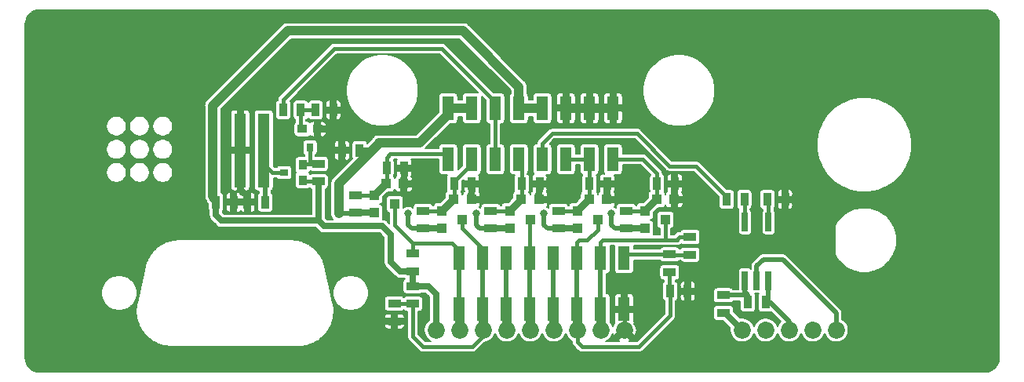
<source format=gbl>
G04 #@! TF.GenerationSoftware,KiCad,Pcbnew,5.1.5-52549c5~84~ubuntu18.04.1*
G04 #@! TF.CreationDate,2020-03-18T22:18:37-07:00*
G04 #@! TF.ProjectId,endcap,656e6463-6170-42e6-9b69-6361645f7063,2.1*
G04 #@! TF.SameCoordinates,PX2faf080PY2faf080*
G04 #@! TF.FileFunction,Copper,L2,Bot*
G04 #@! TF.FilePolarity,Positive*
%FSLAX46Y46*%
G04 Gerber Fmt 4.6, Leading zero omitted, Abs format (unit mm)*
G04 Created by KiCad (PCBNEW 5.1.5-52549c5~84~ubuntu18.04.1) date 2020-03-18 22:18:37*
%MOMM*%
%LPD*%
G04 APERTURE LIST*
%ADD10R,0.889000X1.397000*%
%ADD11R,1.397000X0.889000*%
%ADD12C,1.850000*%
%ADD13R,1.300000X2.600000*%
%ADD14C,4.900000*%
%ADD15R,1.050000X0.900000*%
%ADD16R,0.800000X0.900000*%
%ADD17R,0.900000X1.050000*%
%ADD18R,0.900000X0.800000*%
%ADD19C,0.100000*%
%ADD20R,1.100000X1.100000*%
%ADD21R,1.300000X8.000000*%
%ADD22R,0.640000X2.000000*%
%ADD23C,0.800000*%
%ADD24C,0.400000*%
%ADD25C,0.700000*%
%ADD26C,0.500000*%
%ADD27C,1.000000*%
%ADD28C,0.250000*%
%ADD29C,0.200000*%
G04 APERTURE END LIST*
D10*
X31797500Y-11250000D03*
X33702500Y-11250000D03*
X28297500Y-11250000D03*
X30202500Y-11250000D03*
D11*
X42300000Y-30247500D03*
X42300000Y-32152500D03*
X40300000Y-32147500D03*
X40300000Y-34052500D03*
X42300000Y-26747500D03*
X42300000Y-28652500D03*
D12*
X44800000Y-35000000D03*
X47340000Y-35000000D03*
X49880000Y-35000000D03*
X52420000Y-35000000D03*
X54960000Y-35000000D03*
X57500000Y-35000000D03*
X60040000Y-35000000D03*
X62580000Y-35000000D03*
X65120000Y-35000000D03*
D13*
X63880000Y-16550000D03*
X63880000Y-11050000D03*
X61340000Y-16550000D03*
X61340000Y-11050000D03*
X58800000Y-16550000D03*
X58800000Y-11050000D03*
X56260000Y-16550000D03*
X56260000Y-11050000D03*
X53720000Y-16550000D03*
X53720000Y-11050000D03*
X51180000Y-16550000D03*
X51180000Y-11050000D03*
X48640000Y-16550000D03*
X48640000Y-11050000D03*
X46100000Y-16550000D03*
X46100000Y-11050000D03*
X65080000Y-32750000D03*
X65080000Y-27250000D03*
X62540000Y-32750000D03*
X62540000Y-27250000D03*
X60000000Y-32750000D03*
X60000000Y-27250000D03*
X57460000Y-32750000D03*
X57460000Y-27250000D03*
X54920000Y-32750000D03*
X54920000Y-27250000D03*
X52380000Y-32750000D03*
X52380000Y-27250000D03*
X49840000Y-32750000D03*
X49840000Y-27250000D03*
X47300000Y-32750000D03*
X47300000Y-27250000D03*
D14*
X4000000Y-4000000D03*
X102000000Y-4000000D03*
X102000000Y-36000000D03*
X4000000Y-36000000D03*
D11*
X32100000Y-17047500D03*
X32100000Y-18952500D03*
D15*
X32025000Y-13300000D03*
D16*
X31200000Y-15300000D03*
D15*
X30375000Y-13300000D03*
D17*
X30400000Y-18825000D03*
D18*
X28400000Y-18000000D03*
D17*
X30400000Y-17175000D03*
G04 #@! TA.AperFunction,SMDPad,CuDef*
D19*
G36*
X39224264Y-18810051D02*
G01*
X39789949Y-19375736D01*
X38375736Y-20789949D01*
X37810051Y-20224264D01*
X39224264Y-18810051D01*
G37*
G04 #@! TD.AperFunction*
D20*
X38150000Y-22350000D03*
X38150000Y-20450000D03*
X40350000Y-21400000D03*
X39400000Y-19200000D03*
X41300000Y-19200000D03*
X48600000Y-20900000D03*
X46700000Y-20900000D03*
X47650000Y-23100000D03*
X45450000Y-22150000D03*
X45450000Y-24050000D03*
G04 #@! TA.AperFunction,SMDPad,CuDef*
D19*
G36*
X46524264Y-20510051D02*
G01*
X47089949Y-21075736D01*
X45675736Y-22489949D01*
X45110051Y-21924264D01*
X46524264Y-20510051D01*
G37*
G04 #@! TD.AperFunction*
D20*
X55900000Y-20900000D03*
X54000000Y-20900000D03*
X54950000Y-23100000D03*
X52750000Y-22150000D03*
X52750000Y-24050000D03*
G04 #@! TA.AperFunction,SMDPad,CuDef*
D19*
G36*
X53824264Y-20510051D02*
G01*
X54389949Y-21075736D01*
X52975736Y-22489949D01*
X52410051Y-21924264D01*
X53824264Y-20510051D01*
G37*
G04 #@! TD.AperFunction*
G04 #@! TA.AperFunction,SMDPad,CuDef*
G36*
X61124264Y-20510051D02*
G01*
X61689949Y-21075736D01*
X60275736Y-22489949D01*
X59710051Y-21924264D01*
X61124264Y-20510051D01*
G37*
G04 #@! TD.AperFunction*
D20*
X60050000Y-24050000D03*
X60050000Y-22150000D03*
X62250000Y-23100000D03*
X61300000Y-20900000D03*
X63200000Y-20900000D03*
X70500000Y-20900000D03*
X68600000Y-20900000D03*
X69550000Y-23100000D03*
X67350000Y-22150000D03*
X67350000Y-24050000D03*
G04 #@! TA.AperFunction,SMDPad,CuDef*
D19*
G36*
X68424264Y-20510051D02*
G01*
X68989949Y-21075736D01*
X67575736Y-22489949D01*
X67010051Y-21924264D01*
X68424264Y-20510051D01*
G37*
G04 #@! TD.AperFunction*
D11*
X36100000Y-22352500D03*
X36100000Y-20447500D03*
D10*
X41352500Y-17500000D03*
X39447500Y-17500000D03*
D11*
X43400000Y-24052500D03*
X43400000Y-22147500D03*
D10*
X48652500Y-19200000D03*
X46747500Y-19200000D03*
D11*
X50700000Y-24052500D03*
X50700000Y-22147500D03*
D10*
X55952500Y-19200000D03*
X54047500Y-19200000D03*
D11*
X58000000Y-24052500D03*
X58000000Y-22147500D03*
D10*
X63252500Y-19200000D03*
X61347500Y-19200000D03*
D11*
X65300000Y-24052500D03*
X65300000Y-22147500D03*
D10*
X70552500Y-19200000D03*
X68647500Y-19200000D03*
D21*
X26200000Y-15600000D03*
X23660000Y-15600000D03*
D10*
X78447500Y-32000000D03*
X80352500Y-32000000D03*
X21047500Y-21200000D03*
X22952500Y-21200000D03*
X36552500Y-15600000D03*
X34647500Y-15600000D03*
X78052500Y-20900000D03*
X76147500Y-20900000D03*
X82452500Y-20900000D03*
X80547500Y-20900000D03*
D22*
X78130000Y-23350000D03*
X80670000Y-23350000D03*
X80670000Y-29650000D03*
X79400000Y-29650000D03*
X78130000Y-29650000D03*
D11*
X75800000Y-33152500D03*
X75800000Y-31247500D03*
D12*
X77820000Y-35000000D03*
X80360000Y-35000000D03*
X82900000Y-35000000D03*
X85440000Y-35000000D03*
X87980000Y-35000000D03*
D10*
X24447500Y-21200000D03*
X26352500Y-21200000D03*
X70047500Y-30800000D03*
X71952500Y-30800000D03*
D11*
X72200000Y-24947500D03*
X72200000Y-26852500D03*
X70000000Y-26847500D03*
X70000000Y-28752500D03*
D23*
X42400000Y-17500000D03*
X49700000Y-19200000D03*
X57000000Y-19200000D03*
X64300000Y-19200000D03*
X71600000Y-19200000D03*
X33200000Y-13300000D03*
X23900000Y-10900000D03*
X23900000Y-20100000D03*
X82800000Y-19300000D03*
X65700000Y-11600000D03*
X58800000Y-9000000D03*
X61300000Y-9000000D03*
X73000000Y-30800000D03*
X40300000Y-35100000D03*
X49100000Y-22400000D03*
X56400000Y-22400000D03*
X63700000Y-22400000D03*
X41800000Y-22400000D03*
X34300000Y-22400000D03*
D24*
X30527500Y-17047500D02*
X30400000Y-17175000D01*
X31200000Y-16947500D02*
X31200000Y-15300000D01*
X31100000Y-17047500D02*
X31200000Y-16947500D01*
X32100000Y-17047500D02*
X31100000Y-17047500D01*
X31100000Y-17047500D02*
X30527500Y-17047500D01*
X55952500Y-20847500D02*
X55900000Y-20900000D01*
X55952500Y-19200000D02*
X55952500Y-20847500D01*
X70552500Y-20847500D02*
X70500000Y-20900000D01*
X70552500Y-19200000D02*
X70552500Y-20847500D01*
X63252500Y-20847500D02*
X63200000Y-20900000D01*
X63252500Y-19200000D02*
X63252500Y-20847500D01*
X48652500Y-20847500D02*
X48600000Y-20900000D01*
X48652500Y-19200000D02*
X48652500Y-20847500D01*
X41352500Y-19147500D02*
X41300000Y-19200000D01*
X41352500Y-17500000D02*
X41352500Y-19147500D01*
D25*
X41352500Y-17500000D02*
X42400000Y-17500000D01*
X48652500Y-19200000D02*
X49700000Y-19200000D01*
X55952500Y-19200000D02*
X57000000Y-19200000D01*
X63252500Y-19200000D02*
X64300000Y-19200000D01*
X70552500Y-19200000D02*
X71600000Y-19200000D01*
X32025000Y-13300000D02*
X33200000Y-13300000D01*
X23660000Y-11140000D02*
X23900000Y-10900000D01*
X23660000Y-15600000D02*
X23660000Y-11140000D01*
X23660000Y-19860000D02*
X23900000Y-20100000D01*
X23660000Y-15600000D02*
X23660000Y-19860000D01*
D24*
X65120000Y-32790000D02*
X65080000Y-32750000D01*
X65120000Y-35000000D02*
X65120000Y-32790000D01*
D26*
X82452500Y-19647500D02*
X82800000Y-19300000D01*
X82452500Y-20900000D02*
X82452500Y-19647500D01*
X24447500Y-21200000D02*
X24447500Y-20647500D01*
X24447500Y-20647500D02*
X23900000Y-20100000D01*
D27*
X58800000Y-11050000D02*
X61340000Y-11050000D01*
X61340000Y-11050000D02*
X63880000Y-11050000D01*
D25*
X65150000Y-11050000D02*
X65700000Y-11600000D01*
X63880000Y-11050000D02*
X65150000Y-11050000D01*
X58800000Y-11050000D02*
X58800000Y-9000000D01*
X61340000Y-9040000D02*
X61300000Y-9000000D01*
X61340000Y-11050000D02*
X61340000Y-9040000D01*
X71952500Y-30800000D02*
X73000000Y-30800000D01*
X40300000Y-34052500D02*
X40300000Y-35100000D01*
D24*
X33702500Y-12797500D02*
X33200000Y-13300000D01*
X33702500Y-11250000D02*
X33702500Y-12797500D01*
D25*
X65302500Y-24050000D02*
X65300000Y-24052500D01*
X67350000Y-24050000D02*
X65302500Y-24050000D01*
X58002500Y-24050000D02*
X58000000Y-24052500D01*
X60050000Y-24050000D02*
X58002500Y-24050000D01*
X50702500Y-24050000D02*
X50700000Y-24052500D01*
X52750000Y-24050000D02*
X50702500Y-24050000D01*
X43402500Y-24050000D02*
X43400000Y-24052500D01*
X45450000Y-24050000D02*
X43402500Y-24050000D01*
X36102500Y-22350000D02*
X36100000Y-22352500D01*
X38150000Y-22350000D02*
X36102500Y-22350000D01*
D27*
X48640000Y-11050000D02*
X46100000Y-11050000D01*
X46100000Y-11700000D02*
X46100000Y-11050000D01*
X43000000Y-14800000D02*
X46100000Y-11700000D01*
X39800000Y-14800000D02*
X43000000Y-14800000D01*
X39800000Y-14800000D02*
X38652500Y-14800000D01*
D26*
X49501500Y-24052500D02*
X49100000Y-23651000D01*
X50700000Y-24052500D02*
X49501500Y-24052500D01*
X49100000Y-23651000D02*
X49100000Y-22300000D01*
X56801500Y-24052500D02*
X56400000Y-23651000D01*
X58000000Y-24052500D02*
X56801500Y-24052500D01*
X56400000Y-23651000D02*
X56400000Y-22400000D01*
X64101500Y-24052500D02*
X63700000Y-23651000D01*
X65300000Y-24052500D02*
X64101500Y-24052500D01*
X63700000Y-23651000D02*
X63700000Y-22400000D01*
X42201500Y-24052500D02*
X41800000Y-23651000D01*
X43400000Y-24052500D02*
X42201500Y-24052500D01*
X41800000Y-23651000D02*
X41800000Y-22400000D01*
D27*
X38652500Y-14800000D02*
X38652500Y-14847500D01*
X38652500Y-14847500D02*
X34300000Y-19200000D01*
X34300000Y-19200000D02*
X34300000Y-22400000D01*
D26*
X36052500Y-22400000D02*
X36100000Y-22352500D01*
X34300000Y-22400000D02*
X36052500Y-22400000D01*
D25*
X37697000Y-15600000D02*
X38297000Y-15000000D01*
X36552500Y-15600000D02*
X37697000Y-15600000D01*
D28*
X38147500Y-20447500D02*
X38150000Y-20450000D01*
X36100000Y-20447500D02*
X38147500Y-20447500D01*
D24*
X38152500Y-20447500D02*
X38800000Y-19800000D01*
X36100000Y-20447500D02*
X38152500Y-20447500D01*
X39447500Y-19152500D02*
X39400000Y-19200000D01*
X39447500Y-17500000D02*
X39447500Y-19152500D01*
X39849000Y-16000000D02*
X45550000Y-16000000D01*
X39447500Y-16401500D02*
X39849000Y-16000000D01*
X45550000Y-16000000D02*
X46100000Y-16550000D01*
X39447500Y-17500000D02*
X39447500Y-16401500D01*
X45452500Y-22147500D02*
X46100000Y-21500000D01*
X43400000Y-22147500D02*
X45452500Y-22147500D01*
X46747500Y-20852500D02*
X46700000Y-20900000D01*
X46747500Y-19200000D02*
X46747500Y-20852500D01*
X46747500Y-18946000D02*
X47893500Y-17800000D01*
X46747500Y-19200000D02*
X46747500Y-18946000D01*
X48640000Y-16550000D02*
X48640000Y-17060000D01*
X48640000Y-17060000D02*
X47900000Y-17800000D01*
X51180000Y-16550000D02*
X51180000Y-11050000D01*
X28297500Y-10151500D02*
X28297500Y-11250000D01*
X33849000Y-4600000D02*
X28297500Y-10151500D01*
X45380000Y-4600000D02*
X33849000Y-4600000D01*
X51180000Y-10400000D02*
X45380000Y-4600000D01*
X51180000Y-11050000D02*
X51180000Y-10400000D01*
D28*
X52747500Y-22147500D02*
X52750000Y-22150000D01*
X50700000Y-22147500D02*
X52747500Y-22147500D01*
D24*
X54047500Y-20852500D02*
X54000000Y-20900000D01*
X54047500Y-19200000D02*
X54047500Y-20852500D01*
X52752500Y-22147500D02*
X53400000Y-21500000D01*
X50700000Y-22147500D02*
X52752500Y-22147500D01*
X54047500Y-16877500D02*
X53720000Y-16550000D01*
X54047500Y-19200000D02*
X54047500Y-16877500D01*
D28*
X60052500Y-22147500D02*
X60700000Y-21500000D01*
X58000000Y-22147500D02*
X60052500Y-22147500D01*
D24*
X60047500Y-22147500D02*
X60050000Y-22150000D01*
X58000000Y-22147500D02*
X60047500Y-22147500D01*
X61347500Y-20852500D02*
X61300000Y-20900000D01*
X61347500Y-19200000D02*
X61347500Y-20852500D01*
X61347500Y-16557500D02*
X61340000Y-16550000D01*
X61347500Y-19200000D02*
X61347500Y-16557500D01*
X61340000Y-16550000D02*
X58850000Y-16550000D01*
D28*
X68647500Y-20852500D02*
X68000000Y-21500000D01*
X67347500Y-22147500D02*
X67350000Y-22150000D01*
X65300000Y-22147500D02*
X67347500Y-22147500D01*
D24*
X67352500Y-22147500D02*
X68000000Y-21500000D01*
X65300000Y-22147500D02*
X67352500Y-22147500D01*
X68647500Y-20852500D02*
X68600000Y-20900000D01*
X68647500Y-19200000D02*
X68647500Y-20852500D01*
X67096000Y-16550000D02*
X64930000Y-16550000D01*
X68647500Y-18101500D02*
X67096000Y-16550000D01*
X64930000Y-16550000D02*
X63880000Y-16550000D01*
X68647500Y-19200000D02*
X68647500Y-18101500D01*
X30527500Y-18952500D02*
X30400000Y-18825000D01*
X32100000Y-18952500D02*
X30527500Y-18952500D01*
D27*
X56260000Y-11050000D02*
X53720000Y-11050000D01*
X20700000Y-10800000D02*
X20700000Y-20500000D01*
X53720000Y-11050000D02*
X53720000Y-8750000D01*
X53720000Y-8750000D02*
X47670000Y-2700000D01*
X47670000Y-2700000D02*
X28800000Y-2700000D01*
X28800000Y-2700000D02*
X20700000Y-10800000D01*
D25*
X26300000Y-23200000D02*
X32100000Y-23200000D01*
X32100000Y-18952500D02*
X32100000Y-20097000D01*
X32100000Y-20097000D02*
X32100000Y-23200000D01*
X21047500Y-22598500D02*
X21649000Y-23200000D01*
X21047500Y-21200000D02*
X21047500Y-22598500D01*
X21649000Y-23200000D02*
X23800000Y-23200000D01*
X23800000Y-23200000D02*
X26300000Y-23200000D01*
X20700000Y-20852500D02*
X21047500Y-21200000D01*
X20700000Y-20500000D02*
X20700000Y-20852500D01*
X39900000Y-27651000D02*
X40901500Y-28652500D01*
X32100000Y-23200000D02*
X32700000Y-23800000D01*
X40901500Y-28652500D02*
X42300000Y-28652500D01*
X32700000Y-23800000D02*
X39000000Y-23800000D01*
X39000000Y-23800000D02*
X39900000Y-24700000D01*
X39900000Y-24700000D02*
X39900000Y-27651000D01*
X42300000Y-30247500D02*
X42300000Y-28652500D01*
X43947500Y-30247500D02*
X42300000Y-30247500D01*
X44800000Y-31100000D02*
X43947500Y-30247500D01*
X44800000Y-35000000D02*
X44800000Y-31100000D01*
D24*
X56260000Y-16550000D02*
X56260000Y-14850000D01*
X56260000Y-14850000D02*
X57310000Y-13800000D01*
X76147500Y-20646000D02*
X76147500Y-20900000D01*
X57310000Y-13800000D02*
X66500000Y-13800000D01*
X66500000Y-13800000D02*
X70000000Y-17300000D01*
X70000000Y-17300000D02*
X72801500Y-17300000D01*
X72801500Y-17300000D02*
X76147500Y-20646000D01*
X78052500Y-23272500D02*
X78130000Y-23350000D01*
X78052500Y-20900000D02*
X78052500Y-23272500D01*
X80670000Y-21022500D02*
X80547500Y-20900000D01*
X80670000Y-23350000D02*
X80670000Y-21022500D01*
D27*
X47340000Y-32790000D02*
X47300000Y-32750000D01*
X47340000Y-35000000D02*
X47340000Y-32790000D01*
D26*
X47300000Y-32750000D02*
X47300000Y-27250000D01*
D24*
X47300000Y-26400000D02*
X47300000Y-27250000D01*
X46500000Y-25600000D02*
X47300000Y-26400000D01*
X40350000Y-21400000D02*
X40350000Y-23450000D01*
X40350000Y-23450000D02*
X40350000Y-23650000D01*
X40350000Y-23650000D02*
X42300000Y-25600000D01*
X46500000Y-25600000D02*
X42300000Y-25600000D01*
X42300000Y-26747500D02*
X42300000Y-25903000D01*
X42300000Y-25903000D02*
X42300000Y-25700000D01*
D27*
X49880000Y-32790000D02*
X49840000Y-32750000D01*
X49880000Y-35000000D02*
X49880000Y-32790000D01*
D26*
X49840000Y-30950000D02*
X49840000Y-27250000D01*
X49840000Y-32750000D02*
X49840000Y-30950000D01*
D24*
X47650000Y-24050000D02*
X49840000Y-26240000D01*
X49840000Y-26240000D02*
X49840000Y-27250000D01*
X47650000Y-23100000D02*
X47650000Y-24050000D01*
X42295000Y-32147500D02*
X42300000Y-32152500D01*
X40300000Y-32147500D02*
X42295000Y-32147500D01*
X49880000Y-35620000D02*
X49880000Y-35000000D01*
X42300000Y-32152500D02*
X42300000Y-35700000D01*
X42300000Y-35700000D02*
X43400000Y-36800000D01*
X43400000Y-36800000D02*
X48700000Y-36800000D01*
X48700000Y-36800000D02*
X49880000Y-35620000D01*
D27*
X52420000Y-32790000D02*
X52380000Y-32750000D01*
X52420000Y-35000000D02*
X52420000Y-32790000D01*
D26*
X52380000Y-30950000D02*
X52380000Y-27250000D01*
X52380000Y-32750000D02*
X52380000Y-30950000D01*
D27*
X54960000Y-32790000D02*
X54920000Y-32750000D01*
X54960000Y-35000000D02*
X54960000Y-32790000D01*
D26*
X54920000Y-32750000D02*
X54920000Y-27250000D01*
D24*
X54920000Y-23130000D02*
X54950000Y-23100000D01*
X54920000Y-27250000D02*
X54920000Y-23130000D01*
D27*
X57500000Y-32790000D02*
X57460000Y-32750000D01*
X57500000Y-35000000D02*
X57500000Y-32790000D01*
D26*
X57460000Y-32750000D02*
X57460000Y-27250000D01*
D27*
X60040000Y-32790000D02*
X60000000Y-32750000D01*
X60040000Y-35000000D02*
X60040000Y-32790000D01*
D26*
X60000000Y-32750000D02*
X60000000Y-27250000D01*
D24*
X62250000Y-24150000D02*
X62250000Y-23100000D01*
X60000000Y-27250000D02*
X60000000Y-25550000D01*
X60250000Y-25300000D02*
X61100000Y-25300000D01*
X60000000Y-25550000D02*
X60250000Y-25300000D01*
X61100000Y-25300000D02*
X62250000Y-24150000D01*
X60040000Y-36308147D02*
X60531853Y-36800000D01*
X60040000Y-35000000D02*
X60040000Y-36308147D01*
X60531853Y-36800000D02*
X64000000Y-36800000D01*
X70047500Y-30800000D02*
X70047500Y-33452500D01*
X70047500Y-33452500D02*
X66700000Y-36800000D01*
X70000000Y-30752500D02*
X70047500Y-30800000D01*
X70000000Y-28752500D02*
X70000000Y-30752500D01*
X64000000Y-36800000D02*
X66700000Y-36800000D01*
D27*
X62580000Y-32790000D02*
X62540000Y-32750000D01*
X62580000Y-35000000D02*
X62580000Y-32790000D01*
D26*
X62540000Y-30950000D02*
X62540000Y-27250000D01*
X62540000Y-32750000D02*
X62540000Y-30950000D01*
D24*
X62540000Y-27250000D02*
X62540000Y-25550000D01*
X62540000Y-25550000D02*
X62790000Y-25300000D01*
X62790000Y-25300000D02*
X68600000Y-25300000D01*
X71101500Y-24947500D02*
X70749000Y-25300000D01*
X72200000Y-24947500D02*
X71101500Y-24947500D01*
X69550000Y-23100000D02*
X69550000Y-25250000D01*
X69550000Y-25250000D02*
X69500000Y-25300000D01*
X68600000Y-25300000D02*
X70800000Y-25300000D01*
D26*
X78447500Y-32000000D02*
X78447500Y-31247500D01*
X78447500Y-31247500D02*
X78100000Y-30900000D01*
X78100000Y-30900000D02*
X78100000Y-29700000D01*
X78447500Y-31247500D02*
X75852500Y-31247500D01*
X82900000Y-35000000D02*
X82900000Y-34400000D01*
X80670000Y-29650000D02*
X80670000Y-31730000D01*
X80670000Y-31730000D02*
X80400000Y-32000000D01*
X80352500Y-32000000D02*
X80800000Y-32000000D01*
X80800000Y-32000000D02*
X81200000Y-32400000D01*
X81200000Y-32400000D02*
X82800000Y-34000000D01*
X82800000Y-34000000D02*
X82900000Y-34100000D01*
X82900000Y-34100000D02*
X82900000Y-35000000D01*
D25*
X75972500Y-33152500D02*
X77820000Y-35000000D01*
X75800000Y-33152500D02*
X75972500Y-33152500D01*
D26*
X87980000Y-35000000D02*
X87980000Y-33180000D01*
X87980000Y-33180000D02*
X82200000Y-27400000D01*
X82200000Y-27400000D02*
X80100000Y-27400000D01*
X80100000Y-27400000D02*
X79400000Y-28100000D01*
X79400000Y-28100000D02*
X79400000Y-29600000D01*
D24*
X26200000Y-15600000D02*
X26200000Y-17100000D01*
X27100000Y-18000000D02*
X28400000Y-18000000D01*
X26200000Y-17100000D02*
X27100000Y-18000000D01*
D26*
X26352500Y-15752500D02*
X26200000Y-15600000D01*
X26352500Y-21200000D02*
X26352500Y-15752500D01*
D24*
X70005000Y-26852500D02*
X70000000Y-26847500D01*
X72200000Y-26852500D02*
X70005000Y-26852500D01*
X65482500Y-26847500D02*
X65080000Y-27250000D01*
X70000000Y-26847500D02*
X65482500Y-26847500D01*
X30202500Y-11250000D02*
X31797500Y-11250000D01*
X30202500Y-13127500D02*
X30375000Y-13300000D01*
X30202500Y-11250000D02*
X30202500Y-13127500D01*
D29*
G36*
X104295764Y-506278D02*
G01*
X104580263Y-592173D01*
X104842665Y-731695D01*
X105072961Y-919521D01*
X105262394Y-1148505D01*
X105403741Y-1409921D01*
X105491620Y-1693812D01*
X105525000Y-2011398D01*
X105525001Y-37976758D01*
X105493722Y-38295765D01*
X105407826Y-38580265D01*
X105268307Y-38842661D01*
X105080479Y-39072962D01*
X104851495Y-39262394D01*
X104590079Y-39403741D01*
X104306188Y-39491620D01*
X103988602Y-39525000D01*
X2023232Y-39525000D01*
X1704235Y-39493722D01*
X1419735Y-39407826D01*
X1157339Y-39268307D01*
X927038Y-39080479D01*
X737606Y-38851495D01*
X596259Y-38590079D01*
X508380Y-38306188D01*
X475000Y-37988602D01*
X475000Y-32962602D01*
X12416934Y-32962602D01*
X12417219Y-33003420D01*
X12416934Y-33044171D01*
X12417547Y-33050425D01*
X12485888Y-33700649D01*
X12494098Y-33740646D01*
X12501732Y-33780664D01*
X12503545Y-33786669D01*
X12503547Y-33786679D01*
X12503551Y-33786688D01*
X12696883Y-34411245D01*
X12712690Y-34448848D01*
X12727967Y-34486660D01*
X12730916Y-34492208D01*
X13041882Y-35067327D01*
X13064717Y-35101182D01*
X13087022Y-35135267D01*
X13090993Y-35140137D01*
X13507744Y-35643902D01*
X13536671Y-35672628D01*
X13565221Y-35701782D01*
X13570062Y-35705787D01*
X14076725Y-36119011D01*
X14110704Y-36141587D01*
X14144349Y-36164624D01*
X14149871Y-36167609D01*
X14149875Y-36167612D01*
X14149879Y-36167614D01*
X14727151Y-36474555D01*
X14764859Y-36490098D01*
X14802347Y-36506165D01*
X14808349Y-36508023D01*
X15434251Y-36696994D01*
X15474309Y-36704926D01*
X15514154Y-36713395D01*
X15520401Y-36714052D01*
X15520403Y-36714052D01*
X16170433Y-36777788D01*
X16192895Y-36780000D01*
X30007105Y-36780000D01*
X30011413Y-36779576D01*
X30122237Y-36777448D01*
X30145263Y-36774743D01*
X30168440Y-36774177D01*
X30174671Y-36773367D01*
X30822427Y-36684636D01*
X30862182Y-36675165D01*
X30901905Y-36666286D01*
X30907850Y-36664285D01*
X30907860Y-36664283D01*
X30907869Y-36664279D01*
X31526046Y-36451425D01*
X31563149Y-36434438D01*
X31600448Y-36417987D01*
X31605900Y-36414865D01*
X32170967Y-36085988D01*
X32204076Y-36062109D01*
X32237456Y-36038736D01*
X32242198Y-36034614D01*
X32732625Y-35602245D01*
X32760454Y-35572402D01*
X32788670Y-35542979D01*
X32792522Y-35538014D01*
X33189628Y-35018621D01*
X33211137Y-34983930D01*
X33233094Y-34949598D01*
X33235907Y-34943980D01*
X33455848Y-34497000D01*
X39199565Y-34497000D01*
X39207288Y-34575414D01*
X39230160Y-34650814D01*
X39267303Y-34720303D01*
X39317289Y-34781211D01*
X39378197Y-34831197D01*
X39447686Y-34868340D01*
X39523086Y-34891212D01*
X39601500Y-34898935D01*
X39900000Y-34897000D01*
X40000000Y-34797000D01*
X40000000Y-34352500D01*
X40600000Y-34352500D01*
X40600000Y-34797000D01*
X40700000Y-34897000D01*
X40998500Y-34898935D01*
X41076914Y-34891212D01*
X41152314Y-34868340D01*
X41221803Y-34831197D01*
X41282711Y-34781211D01*
X41332697Y-34720303D01*
X41369840Y-34650814D01*
X41392712Y-34575414D01*
X41400435Y-34497000D01*
X41398500Y-34452500D01*
X41298500Y-34352500D01*
X40600000Y-34352500D01*
X40000000Y-34352500D01*
X39301500Y-34352500D01*
X39201500Y-34452500D01*
X39199565Y-34497000D01*
X33455848Y-34497000D01*
X33524566Y-34357348D01*
X33538914Y-34319176D01*
X33553798Y-34281196D01*
X33555467Y-34275138D01*
X33724684Y-33643610D01*
X33730579Y-33608000D01*
X39199565Y-33608000D01*
X39201500Y-33652500D01*
X39301500Y-33752500D01*
X40000000Y-33752500D01*
X40000000Y-33308000D01*
X40600000Y-33308000D01*
X40600000Y-33752500D01*
X41298500Y-33752500D01*
X41398500Y-33652500D01*
X41400435Y-33608000D01*
X41392712Y-33529586D01*
X41369840Y-33454186D01*
X41332697Y-33384697D01*
X41282711Y-33323789D01*
X41221803Y-33273803D01*
X41152314Y-33236660D01*
X41076914Y-33213788D01*
X40998500Y-33206065D01*
X40700000Y-33208000D01*
X40600000Y-33308000D01*
X40000000Y-33308000D01*
X39900000Y-33208000D01*
X39601500Y-33206065D01*
X39523086Y-33213788D01*
X39447686Y-33236660D01*
X39378197Y-33273803D01*
X39317289Y-33323789D01*
X39267303Y-33384697D01*
X39230160Y-33454186D01*
X39207288Y-33529586D01*
X39199565Y-33608000D01*
X33730579Y-33608000D01*
X33731353Y-33603327D01*
X33738567Y-33563231D01*
X33739028Y-33556965D01*
X33782358Y-32904597D01*
X33781076Y-32863814D01*
X33780365Y-32823052D01*
X33779599Y-32816816D01*
X33695392Y-32168456D01*
X33675636Y-32082883D01*
X33664052Y-32057106D01*
X33391142Y-30810404D01*
X33675000Y-30810404D01*
X33675000Y-31189596D01*
X33748977Y-31561502D01*
X33894087Y-31911829D01*
X34104755Y-32227116D01*
X34372884Y-32495245D01*
X34688171Y-32705913D01*
X35038498Y-32851023D01*
X35410404Y-32925000D01*
X35789596Y-32925000D01*
X36161502Y-32851023D01*
X36511829Y-32705913D01*
X36827116Y-32495245D01*
X37095245Y-32227116D01*
X37305913Y-31911829D01*
X37451023Y-31561502D01*
X37525000Y-31189596D01*
X37525000Y-30810404D01*
X37451023Y-30438498D01*
X37305913Y-30088171D01*
X37095245Y-29772884D01*
X36827116Y-29504755D01*
X36511829Y-29294087D01*
X36161502Y-29148977D01*
X35789596Y-29075000D01*
X35410404Y-29075000D01*
X35038498Y-29148977D01*
X34688171Y-29294087D01*
X34372884Y-29504755D01*
X34104755Y-29772884D01*
X33894087Y-30088171D01*
X33748977Y-30438498D01*
X33675000Y-30810404D01*
X33391142Y-30810404D01*
X32804863Y-28132178D01*
X32784366Y-28068990D01*
X32783985Y-28068309D01*
X32618857Y-27565177D01*
X32603519Y-27530350D01*
X32589101Y-27495143D01*
X32586126Y-27489609D01*
X32272026Y-26915178D01*
X32249047Y-26881454D01*
X32226567Y-26847451D01*
X32222573Y-26842600D01*
X31802882Y-26340119D01*
X31773780Y-26311490D01*
X31745134Y-26282512D01*
X31740274Y-26278529D01*
X31230977Y-25867135D01*
X31196878Y-25844711D01*
X31163138Y-25821841D01*
X31157602Y-25818882D01*
X31157598Y-25818879D01*
X31157594Y-25818877D01*
X30578093Y-25514244D01*
X30540292Y-25498871D01*
X30502749Y-25482989D01*
X30496742Y-25481160D01*
X30496736Y-25481158D01*
X29869100Y-25294885D01*
X29829017Y-25287145D01*
X29789120Y-25278860D01*
X29782869Y-25278233D01*
X29131003Y-25217415D01*
X29043180Y-25217828D01*
X29032475Y-25220000D01*
X17172052Y-25220000D01*
X17168522Y-25219187D01*
X17080740Y-25216474D01*
X17074474Y-25216938D01*
X16503270Y-25263199D01*
X16465805Y-25269960D01*
X16428217Y-25275732D01*
X16422141Y-25277329D01*
X15790138Y-25448213D01*
X15751951Y-25462666D01*
X15713651Y-25476553D01*
X15708000Y-25479300D01*
X15121226Y-25769686D01*
X15086596Y-25791267D01*
X15051699Y-25812343D01*
X15046689Y-25816135D01*
X14527494Y-26214962D01*
X14497721Y-26242853D01*
X14467577Y-26270310D01*
X14463399Y-26275004D01*
X14031556Y-26767082D01*
X14007757Y-26800238D01*
X13983530Y-26833015D01*
X13980347Y-26838424D01*
X13980344Y-26838429D01*
X13980344Y-26838430D01*
X13652305Y-27405014D01*
X13635402Y-27442156D01*
X13618001Y-27479019D01*
X13615927Y-27484950D01*
X13417370Y-28065885D01*
X13415633Y-28068990D01*
X13395136Y-28132178D01*
X12537523Y-32049916D01*
X12511869Y-32127485D01*
X12510530Y-32133624D01*
X12484008Y-32259483D01*
X12481464Y-32282531D01*
X12476803Y-32305235D01*
X12476190Y-32311488D01*
X12416934Y-32962602D01*
X475000Y-32962602D01*
X475000Y-30810404D01*
X8675000Y-30810404D01*
X8675000Y-31189596D01*
X8748977Y-31561502D01*
X8894087Y-31911829D01*
X9104755Y-32227116D01*
X9372884Y-32495245D01*
X9688171Y-32705913D01*
X10038498Y-32851023D01*
X10410404Y-32925000D01*
X10789596Y-32925000D01*
X11161502Y-32851023D01*
X11511829Y-32705913D01*
X11827116Y-32495245D01*
X12095245Y-32227116D01*
X12305913Y-31911829D01*
X12451023Y-31561502D01*
X12525000Y-31189596D01*
X12525000Y-30810404D01*
X12451023Y-30438498D01*
X12305913Y-30088171D01*
X12095245Y-29772884D01*
X11827116Y-29504755D01*
X11511829Y-29294087D01*
X11161502Y-29148977D01*
X10789596Y-29075000D01*
X10410404Y-29075000D01*
X10038498Y-29148977D01*
X9688171Y-29294087D01*
X9372884Y-29504755D01*
X9104755Y-29772884D01*
X8894087Y-30088171D01*
X8748977Y-30438498D01*
X8675000Y-30810404D01*
X475000Y-30810404D01*
X475000Y-17891659D01*
X9200000Y-17891659D01*
X9200000Y-18108341D01*
X9242273Y-18320858D01*
X9325193Y-18521045D01*
X9445575Y-18701209D01*
X9598791Y-18854425D01*
X9778955Y-18974807D01*
X9979142Y-19057727D01*
X10191659Y-19100000D01*
X10408341Y-19100000D01*
X10620858Y-19057727D01*
X10821045Y-18974807D01*
X11001209Y-18854425D01*
X11154425Y-18701209D01*
X11274807Y-18521045D01*
X11357727Y-18320858D01*
X11400000Y-18108341D01*
X11400000Y-17891659D01*
X11700000Y-17891659D01*
X11700000Y-18108341D01*
X11742273Y-18320858D01*
X11825193Y-18521045D01*
X11945575Y-18701209D01*
X12098791Y-18854425D01*
X12278955Y-18974807D01*
X12479142Y-19057727D01*
X12691659Y-19100000D01*
X12908341Y-19100000D01*
X13120858Y-19057727D01*
X13321045Y-18974807D01*
X13501209Y-18854425D01*
X13654425Y-18701209D01*
X13774807Y-18521045D01*
X13857727Y-18320858D01*
X13900000Y-18108341D01*
X13900000Y-17891659D01*
X14200000Y-17891659D01*
X14200000Y-18108341D01*
X14242273Y-18320858D01*
X14325193Y-18521045D01*
X14445575Y-18701209D01*
X14598791Y-18854425D01*
X14778955Y-18974807D01*
X14979142Y-19057727D01*
X15191659Y-19100000D01*
X15408341Y-19100000D01*
X15620858Y-19057727D01*
X15821045Y-18974807D01*
X16001209Y-18854425D01*
X16154425Y-18701209D01*
X16274807Y-18521045D01*
X16357727Y-18320858D01*
X16400000Y-18108341D01*
X16400000Y-17891659D01*
X16357727Y-17679142D01*
X16274807Y-17478955D01*
X16154425Y-17298791D01*
X16001209Y-17145575D01*
X15821045Y-17025193D01*
X15620858Y-16942273D01*
X15408341Y-16900000D01*
X15191659Y-16900000D01*
X14979142Y-16942273D01*
X14778955Y-17025193D01*
X14598791Y-17145575D01*
X14445575Y-17298791D01*
X14325193Y-17478955D01*
X14242273Y-17679142D01*
X14200000Y-17891659D01*
X13900000Y-17891659D01*
X13857727Y-17679142D01*
X13774807Y-17478955D01*
X13654425Y-17298791D01*
X13501209Y-17145575D01*
X13321045Y-17025193D01*
X13120858Y-16942273D01*
X12908341Y-16900000D01*
X12691659Y-16900000D01*
X12479142Y-16942273D01*
X12278955Y-17025193D01*
X12098791Y-17145575D01*
X11945575Y-17298791D01*
X11825193Y-17478955D01*
X11742273Y-17679142D01*
X11700000Y-17891659D01*
X11400000Y-17891659D01*
X11357727Y-17679142D01*
X11274807Y-17478955D01*
X11154425Y-17298791D01*
X11001209Y-17145575D01*
X10821045Y-17025193D01*
X10620858Y-16942273D01*
X10408341Y-16900000D01*
X10191659Y-16900000D01*
X9979142Y-16942273D01*
X9778955Y-17025193D01*
X9598791Y-17145575D01*
X9445575Y-17298791D01*
X9325193Y-17478955D01*
X9242273Y-17679142D01*
X9200000Y-17891659D01*
X475000Y-17891659D01*
X475000Y-15391659D01*
X9200000Y-15391659D01*
X9200000Y-15608341D01*
X9242273Y-15820858D01*
X9325193Y-16021045D01*
X9445575Y-16201209D01*
X9598791Y-16354425D01*
X9778955Y-16474807D01*
X9979142Y-16557727D01*
X10191659Y-16600000D01*
X10408341Y-16600000D01*
X10620858Y-16557727D01*
X10821045Y-16474807D01*
X11001209Y-16354425D01*
X11154425Y-16201209D01*
X11274807Y-16021045D01*
X11357727Y-15820858D01*
X11400000Y-15608341D01*
X11400000Y-15391659D01*
X11700000Y-15391659D01*
X11700000Y-15608341D01*
X11742273Y-15820858D01*
X11825193Y-16021045D01*
X11945575Y-16201209D01*
X12098791Y-16354425D01*
X12278955Y-16474807D01*
X12479142Y-16557727D01*
X12691659Y-16600000D01*
X12908341Y-16600000D01*
X13120858Y-16557727D01*
X13321045Y-16474807D01*
X13501209Y-16354425D01*
X13654425Y-16201209D01*
X13774807Y-16021045D01*
X13857727Y-15820858D01*
X13900000Y-15608341D01*
X13900000Y-15391659D01*
X14200000Y-15391659D01*
X14200000Y-15608341D01*
X14242273Y-15820858D01*
X14325193Y-16021045D01*
X14445575Y-16201209D01*
X14598791Y-16354425D01*
X14778955Y-16474807D01*
X14979142Y-16557727D01*
X15191659Y-16600000D01*
X15408341Y-16600000D01*
X15620858Y-16557727D01*
X15821045Y-16474807D01*
X16001209Y-16354425D01*
X16154425Y-16201209D01*
X16274807Y-16021045D01*
X16357727Y-15820858D01*
X16400000Y-15608341D01*
X16400000Y-15391659D01*
X16357727Y-15179142D01*
X16274807Y-14978955D01*
X16154425Y-14798791D01*
X16001209Y-14645575D01*
X15821045Y-14525193D01*
X15620858Y-14442273D01*
X15408341Y-14400000D01*
X15191659Y-14400000D01*
X14979142Y-14442273D01*
X14778955Y-14525193D01*
X14598791Y-14645575D01*
X14445575Y-14798791D01*
X14325193Y-14978955D01*
X14242273Y-15179142D01*
X14200000Y-15391659D01*
X13900000Y-15391659D01*
X13857727Y-15179142D01*
X13774807Y-14978955D01*
X13654425Y-14798791D01*
X13501209Y-14645575D01*
X13321045Y-14525193D01*
X13120858Y-14442273D01*
X12908341Y-14400000D01*
X12691659Y-14400000D01*
X12479142Y-14442273D01*
X12278955Y-14525193D01*
X12098791Y-14645575D01*
X11945575Y-14798791D01*
X11825193Y-14978955D01*
X11742273Y-15179142D01*
X11700000Y-15391659D01*
X11400000Y-15391659D01*
X11357727Y-15179142D01*
X11274807Y-14978955D01*
X11154425Y-14798791D01*
X11001209Y-14645575D01*
X10821045Y-14525193D01*
X10620858Y-14442273D01*
X10408341Y-14400000D01*
X10191659Y-14400000D01*
X9979142Y-14442273D01*
X9778955Y-14525193D01*
X9598791Y-14645575D01*
X9445575Y-14798791D01*
X9325193Y-14978955D01*
X9242273Y-15179142D01*
X9200000Y-15391659D01*
X475000Y-15391659D01*
X475000Y-12891659D01*
X9200000Y-12891659D01*
X9200000Y-13108341D01*
X9242273Y-13320858D01*
X9325193Y-13521045D01*
X9445575Y-13701209D01*
X9598791Y-13854425D01*
X9778955Y-13974807D01*
X9979142Y-14057727D01*
X10191659Y-14100000D01*
X10408341Y-14100000D01*
X10620858Y-14057727D01*
X10821045Y-13974807D01*
X11001209Y-13854425D01*
X11154425Y-13701209D01*
X11274807Y-13521045D01*
X11357727Y-13320858D01*
X11400000Y-13108341D01*
X11400000Y-12891659D01*
X11700000Y-12891659D01*
X11700000Y-13108341D01*
X11742273Y-13320858D01*
X11825193Y-13521045D01*
X11945575Y-13701209D01*
X12098791Y-13854425D01*
X12278955Y-13974807D01*
X12479142Y-14057727D01*
X12691659Y-14100000D01*
X12908341Y-14100000D01*
X13120858Y-14057727D01*
X13321045Y-13974807D01*
X13501209Y-13854425D01*
X13654425Y-13701209D01*
X13774807Y-13521045D01*
X13857727Y-13320858D01*
X13900000Y-13108341D01*
X13900000Y-12891659D01*
X14200000Y-12891659D01*
X14200000Y-13108341D01*
X14242273Y-13320858D01*
X14325193Y-13521045D01*
X14445575Y-13701209D01*
X14598791Y-13854425D01*
X14778955Y-13974807D01*
X14979142Y-14057727D01*
X15191659Y-14100000D01*
X15408341Y-14100000D01*
X15620858Y-14057727D01*
X15821045Y-13974807D01*
X16001209Y-13854425D01*
X16154425Y-13701209D01*
X16274807Y-13521045D01*
X16357727Y-13320858D01*
X16400000Y-13108341D01*
X16400000Y-12891659D01*
X16357727Y-12679142D01*
X16274807Y-12478955D01*
X16154425Y-12298791D01*
X16001209Y-12145575D01*
X15821045Y-12025193D01*
X15620858Y-11942273D01*
X15408341Y-11900000D01*
X15191659Y-11900000D01*
X14979142Y-11942273D01*
X14778955Y-12025193D01*
X14598791Y-12145575D01*
X14445575Y-12298791D01*
X14325193Y-12478955D01*
X14242273Y-12679142D01*
X14200000Y-12891659D01*
X13900000Y-12891659D01*
X13857727Y-12679142D01*
X13774807Y-12478955D01*
X13654425Y-12298791D01*
X13501209Y-12145575D01*
X13321045Y-12025193D01*
X13120858Y-11942273D01*
X12908341Y-11900000D01*
X12691659Y-11900000D01*
X12479142Y-11942273D01*
X12278955Y-12025193D01*
X12098791Y-12145575D01*
X11945575Y-12298791D01*
X11825193Y-12478955D01*
X11742273Y-12679142D01*
X11700000Y-12891659D01*
X11400000Y-12891659D01*
X11357727Y-12679142D01*
X11274807Y-12478955D01*
X11154425Y-12298791D01*
X11001209Y-12145575D01*
X10821045Y-12025193D01*
X10620858Y-11942273D01*
X10408341Y-11900000D01*
X10191659Y-11900000D01*
X9979142Y-11942273D01*
X9778955Y-12025193D01*
X9598791Y-12145575D01*
X9445575Y-12298791D01*
X9325193Y-12478955D01*
X9242273Y-12679142D01*
X9200000Y-12891659D01*
X475000Y-12891659D01*
X475000Y-10800000D01*
X19795646Y-10800000D01*
X19800000Y-10844207D01*
X19800001Y-20544207D01*
X19813024Y-20676431D01*
X19864487Y-20846081D01*
X19948058Y-21002432D01*
X19969754Y-21028869D01*
X20003739Y-21140901D01*
X20073381Y-21271193D01*
X20167105Y-21385395D01*
X20195718Y-21408877D01*
X20201065Y-21414224D01*
X20201065Y-21898500D01*
X20208788Y-21976914D01*
X20231660Y-22052314D01*
X20268803Y-22121803D01*
X20297501Y-22156771D01*
X20297501Y-22561663D01*
X20293873Y-22598500D01*
X20308353Y-22745525D01*
X20351239Y-22886900D01*
X20377358Y-22935764D01*
X20420882Y-23017193D01*
X20456713Y-23060853D01*
X20491124Y-23102783D01*
X20491127Y-23102786D01*
X20514606Y-23131395D01*
X20543214Y-23154873D01*
X21092630Y-23704291D01*
X21116105Y-23732895D01*
X21144708Y-23756369D01*
X21144715Y-23756376D01*
X21216205Y-23815046D01*
X21230307Y-23826619D01*
X21360599Y-23896261D01*
X21501974Y-23939147D01*
X21612165Y-23950000D01*
X21612174Y-23950000D01*
X21648999Y-23953627D01*
X21685824Y-23950000D01*
X31789341Y-23950000D01*
X32143626Y-24304285D01*
X32167105Y-24332895D01*
X32281307Y-24426619D01*
X32411599Y-24496261D01*
X32552974Y-24539147D01*
X32663165Y-24550000D01*
X32663172Y-24550000D01*
X32699999Y-24553627D01*
X32736827Y-24550000D01*
X38689341Y-24550000D01*
X39150000Y-25010660D01*
X39150001Y-27614163D01*
X39146373Y-27651000D01*
X39160853Y-27798025D01*
X39203739Y-27939400D01*
X39215094Y-27960643D01*
X39273382Y-28069693D01*
X39309840Y-28114117D01*
X39343624Y-28155283D01*
X39343627Y-28155286D01*
X39367106Y-28183895D01*
X39395715Y-28207374D01*
X40345126Y-29156786D01*
X40368605Y-29185395D01*
X40397214Y-29208874D01*
X40397216Y-29208876D01*
X40478292Y-29275414D01*
X40482807Y-29279119D01*
X40613099Y-29348761D01*
X40754474Y-29391647D01*
X40864665Y-29402500D01*
X40864672Y-29402500D01*
X40901500Y-29406127D01*
X40938327Y-29402500D01*
X41343230Y-29402500D01*
X41378197Y-29431197D01*
X41413375Y-29450000D01*
X41378197Y-29468803D01*
X41317289Y-29518789D01*
X41267303Y-29579697D01*
X41230160Y-29649186D01*
X41207288Y-29724586D01*
X41199565Y-29803000D01*
X41199565Y-30692000D01*
X41207288Y-30770414D01*
X41230160Y-30845814D01*
X41267303Y-30915303D01*
X41317289Y-30976211D01*
X41378197Y-31026197D01*
X41447686Y-31063340D01*
X41523086Y-31086212D01*
X41601500Y-31093935D01*
X42998500Y-31093935D01*
X43076914Y-31086212D01*
X43152314Y-31063340D01*
X43221803Y-31026197D01*
X43256770Y-30997500D01*
X43636841Y-30997500D01*
X44050001Y-31410661D01*
X44050000Y-33907570D01*
X43955362Y-33970805D01*
X43770805Y-34155362D01*
X43625800Y-34372377D01*
X43525919Y-34613512D01*
X43475000Y-34869499D01*
X43475000Y-35130501D01*
X43525919Y-35386488D01*
X43625800Y-35627623D01*
X43770805Y-35844638D01*
X43955362Y-36029195D01*
X44172377Y-36174200D01*
X44234664Y-36200000D01*
X43648528Y-36200000D01*
X42900000Y-35451473D01*
X42900000Y-32998935D01*
X42998500Y-32998935D01*
X43076914Y-32991212D01*
X43152314Y-32968340D01*
X43221803Y-32931197D01*
X43282711Y-32881211D01*
X43332697Y-32820303D01*
X43369840Y-32750814D01*
X43392712Y-32675414D01*
X43400435Y-32597000D01*
X43400435Y-31708000D01*
X43392712Y-31629586D01*
X43369840Y-31554186D01*
X43332697Y-31484697D01*
X43282711Y-31423789D01*
X43221803Y-31373803D01*
X43152314Y-31336660D01*
X43076914Y-31313788D01*
X42998500Y-31306065D01*
X41601500Y-31306065D01*
X41523086Y-31313788D01*
X41447686Y-31336660D01*
X41378197Y-31373803D01*
X41317289Y-31423789D01*
X41302052Y-31442356D01*
X41282711Y-31418789D01*
X41221803Y-31368803D01*
X41152314Y-31331660D01*
X41076914Y-31308788D01*
X40998500Y-31301065D01*
X39601500Y-31301065D01*
X39523086Y-31308788D01*
X39447686Y-31331660D01*
X39378197Y-31368803D01*
X39317289Y-31418789D01*
X39267303Y-31479697D01*
X39230160Y-31549186D01*
X39207288Y-31624586D01*
X39199565Y-31703000D01*
X39199565Y-32592000D01*
X39207288Y-32670414D01*
X39230160Y-32745814D01*
X39267303Y-32815303D01*
X39317289Y-32876211D01*
X39378197Y-32926197D01*
X39447686Y-32963340D01*
X39523086Y-32986212D01*
X39601500Y-32993935D01*
X40998500Y-32993935D01*
X41076914Y-32986212D01*
X41152314Y-32963340D01*
X41221803Y-32926197D01*
X41282711Y-32876211D01*
X41297948Y-32857644D01*
X41317289Y-32881211D01*
X41378197Y-32931197D01*
X41447686Y-32968340D01*
X41523086Y-32991212D01*
X41601500Y-32998935D01*
X41700000Y-32998935D01*
X41700001Y-35670516D01*
X41697097Y-35700000D01*
X41708682Y-35817620D01*
X41738973Y-35917475D01*
X41742991Y-35930721D01*
X41798705Y-36034955D01*
X41873684Y-36126317D01*
X41896581Y-36145108D01*
X42954891Y-37203419D01*
X42973683Y-37226317D01*
X43065045Y-37301296D01*
X43169279Y-37357010D01*
X43282379Y-37391318D01*
X43400000Y-37402903D01*
X43429474Y-37400000D01*
X48670526Y-37400000D01*
X48700000Y-37402903D01*
X48729474Y-37400000D01*
X48817621Y-37391318D01*
X48930721Y-37357010D01*
X49034955Y-37301296D01*
X49126317Y-37226317D01*
X49145113Y-37203414D01*
X50026762Y-36321765D01*
X50266488Y-36274081D01*
X50507623Y-36174200D01*
X50724638Y-36029195D01*
X50909195Y-35844638D01*
X51054200Y-35627623D01*
X51150000Y-35396340D01*
X51245800Y-35627623D01*
X51390805Y-35844638D01*
X51575362Y-36029195D01*
X51792377Y-36174200D01*
X52033512Y-36274081D01*
X52289499Y-36325000D01*
X52550501Y-36325000D01*
X52806488Y-36274081D01*
X53047623Y-36174200D01*
X53264638Y-36029195D01*
X53449195Y-35844638D01*
X53594200Y-35627623D01*
X53690000Y-35396340D01*
X53785800Y-35627623D01*
X53930805Y-35844638D01*
X54115362Y-36029195D01*
X54332377Y-36174200D01*
X54573512Y-36274081D01*
X54829499Y-36325000D01*
X55090501Y-36325000D01*
X55346488Y-36274081D01*
X55587623Y-36174200D01*
X55804638Y-36029195D01*
X55989195Y-35844638D01*
X56134200Y-35627623D01*
X56230000Y-35396340D01*
X56325800Y-35627623D01*
X56470805Y-35844638D01*
X56655362Y-36029195D01*
X56872377Y-36174200D01*
X57113512Y-36274081D01*
X57369499Y-36325000D01*
X57630501Y-36325000D01*
X57886488Y-36274081D01*
X58127623Y-36174200D01*
X58344638Y-36029195D01*
X58529195Y-35844638D01*
X58674200Y-35627623D01*
X58770000Y-35396340D01*
X58865800Y-35627623D01*
X59010805Y-35844638D01*
X59195362Y-36029195D01*
X59412377Y-36174200D01*
X59440001Y-36185642D01*
X59440001Y-36278664D01*
X59437097Y-36308147D01*
X59448682Y-36425767D01*
X59478809Y-36525081D01*
X59482991Y-36538868D01*
X59538705Y-36643102D01*
X59613684Y-36734464D01*
X59636581Y-36753255D01*
X60086744Y-37203419D01*
X60105536Y-37226317D01*
X60196898Y-37301296D01*
X60301132Y-37357010D01*
X60414232Y-37391318D01*
X60531852Y-37402903D01*
X60561326Y-37400000D01*
X66670526Y-37400000D01*
X66700000Y-37402903D01*
X66729474Y-37400000D01*
X66817621Y-37391318D01*
X66930721Y-37357010D01*
X67034955Y-37301296D01*
X67126317Y-37226317D01*
X67145113Y-37203414D01*
X70450919Y-33897609D01*
X70473817Y-33878817D01*
X70548796Y-33787455D01*
X70595195Y-33700649D01*
X70604510Y-33683222D01*
X70638818Y-33570121D01*
X70650403Y-33452500D01*
X70647500Y-33423026D01*
X70647500Y-31868939D01*
X70715303Y-31832697D01*
X70776211Y-31782711D01*
X70826197Y-31721803D01*
X70863340Y-31652314D01*
X70886212Y-31576914D01*
X70893935Y-31498500D01*
X71106065Y-31498500D01*
X71113788Y-31576914D01*
X71136660Y-31652314D01*
X71173803Y-31721803D01*
X71223789Y-31782711D01*
X71284697Y-31832697D01*
X71354186Y-31869840D01*
X71429586Y-31892712D01*
X71508000Y-31900435D01*
X71552500Y-31898500D01*
X71652500Y-31798500D01*
X71652500Y-31100000D01*
X72252500Y-31100000D01*
X72252500Y-31798500D01*
X72352500Y-31898500D01*
X72397000Y-31900435D01*
X72475414Y-31892712D01*
X72550814Y-31869840D01*
X72620303Y-31832697D01*
X72681211Y-31782711D01*
X72731197Y-31721803D01*
X72768340Y-31652314D01*
X72791212Y-31576914D01*
X72798935Y-31498500D01*
X72797000Y-31200000D01*
X72697000Y-31100000D01*
X72252500Y-31100000D01*
X71652500Y-31100000D01*
X71208000Y-31100000D01*
X71108000Y-31200000D01*
X71106065Y-31498500D01*
X70893935Y-31498500D01*
X70893935Y-30803000D01*
X74699565Y-30803000D01*
X74699565Y-31692000D01*
X74707288Y-31770414D01*
X74730160Y-31845814D01*
X74767303Y-31915303D01*
X74817289Y-31976211D01*
X74878197Y-32026197D01*
X74947686Y-32063340D01*
X75023086Y-32086212D01*
X75101500Y-32093935D01*
X76498500Y-32093935D01*
X76576914Y-32086212D01*
X76652314Y-32063340D01*
X76721803Y-32026197D01*
X76782711Y-31976211D01*
X76832697Y-31915303D01*
X76842213Y-31897500D01*
X77601065Y-31897500D01*
X77601065Y-32698500D01*
X77608788Y-32776914D01*
X77631660Y-32852314D01*
X77668803Y-32921803D01*
X77718789Y-32982711D01*
X77779697Y-33032697D01*
X77849186Y-33069840D01*
X77924586Y-33092712D01*
X78003000Y-33100435D01*
X78892000Y-33100435D01*
X78970414Y-33092712D01*
X79045814Y-33069840D01*
X79115303Y-33032697D01*
X79176211Y-32982711D01*
X79226197Y-32921803D01*
X79263340Y-32852314D01*
X79286212Y-32776914D01*
X79293935Y-32698500D01*
X79293935Y-31301500D01*
X79286212Y-31223086D01*
X79263340Y-31147686D01*
X79226197Y-31078197D01*
X79204644Y-31051935D01*
X79595356Y-31051935D01*
X79573803Y-31078197D01*
X79536660Y-31147686D01*
X79513788Y-31223086D01*
X79506065Y-31301500D01*
X79506065Y-32698500D01*
X79513788Y-32776914D01*
X79536660Y-32852314D01*
X79573803Y-32921803D01*
X79623789Y-32982711D01*
X79684697Y-33032697D01*
X79754186Y-33069840D01*
X79829586Y-33092712D01*
X79908000Y-33100435D01*
X80797000Y-33100435D01*
X80875414Y-33092712D01*
X80950651Y-33069889D01*
X81953465Y-34072703D01*
X81870805Y-34155362D01*
X81725800Y-34372377D01*
X81630000Y-34603660D01*
X81534200Y-34372377D01*
X81389195Y-34155362D01*
X81204638Y-33970805D01*
X80987623Y-33825800D01*
X80746488Y-33725919D01*
X80490501Y-33675000D01*
X80229499Y-33675000D01*
X79973512Y-33725919D01*
X79732377Y-33825800D01*
X79515362Y-33970805D01*
X79330805Y-34155362D01*
X79185800Y-34372377D01*
X79090000Y-34603660D01*
X78994200Y-34372377D01*
X78849195Y-34155362D01*
X78664638Y-33970805D01*
X78447623Y-33825800D01*
X78206488Y-33725919D01*
X77950501Y-33675000D01*
X77689499Y-33675000D01*
X77577865Y-33697205D01*
X76900435Y-33019776D01*
X76900435Y-32708000D01*
X76892712Y-32629586D01*
X76869840Y-32554186D01*
X76832697Y-32484697D01*
X76782711Y-32423789D01*
X76721803Y-32373803D01*
X76652314Y-32336660D01*
X76576914Y-32313788D01*
X76498500Y-32306065D01*
X75101500Y-32306065D01*
X75023086Y-32313788D01*
X74947686Y-32336660D01*
X74878197Y-32373803D01*
X74817289Y-32423789D01*
X74767303Y-32484697D01*
X74730160Y-32554186D01*
X74707288Y-32629586D01*
X74699565Y-32708000D01*
X74699565Y-33597000D01*
X74707288Y-33675414D01*
X74730160Y-33750814D01*
X74767303Y-33820303D01*
X74817289Y-33881211D01*
X74878197Y-33931197D01*
X74947686Y-33968340D01*
X75023086Y-33991212D01*
X75101500Y-33998935D01*
X75758276Y-33998935D01*
X76517205Y-34757865D01*
X76495000Y-34869499D01*
X76495000Y-35130501D01*
X76545919Y-35386488D01*
X76645800Y-35627623D01*
X76790805Y-35844638D01*
X76975362Y-36029195D01*
X77192377Y-36174200D01*
X77433512Y-36274081D01*
X77689499Y-36325000D01*
X77950501Y-36325000D01*
X78206488Y-36274081D01*
X78447623Y-36174200D01*
X78664638Y-36029195D01*
X78849195Y-35844638D01*
X78994200Y-35627623D01*
X79090000Y-35396340D01*
X79185800Y-35627623D01*
X79330805Y-35844638D01*
X79515362Y-36029195D01*
X79732377Y-36174200D01*
X79973512Y-36274081D01*
X80229499Y-36325000D01*
X80490501Y-36325000D01*
X80746488Y-36274081D01*
X80987623Y-36174200D01*
X81204638Y-36029195D01*
X81389195Y-35844638D01*
X81534200Y-35627623D01*
X81630000Y-35396340D01*
X81725800Y-35627623D01*
X81870805Y-35844638D01*
X82055362Y-36029195D01*
X82272377Y-36174200D01*
X82513512Y-36274081D01*
X82769499Y-36325000D01*
X83030501Y-36325000D01*
X83286488Y-36274081D01*
X83527623Y-36174200D01*
X83744638Y-36029195D01*
X83929195Y-35844638D01*
X84074200Y-35627623D01*
X84170000Y-35396340D01*
X84265800Y-35627623D01*
X84410805Y-35844638D01*
X84595362Y-36029195D01*
X84812377Y-36174200D01*
X85053512Y-36274081D01*
X85309499Y-36325000D01*
X85570501Y-36325000D01*
X85826488Y-36274081D01*
X86067623Y-36174200D01*
X86284638Y-36029195D01*
X86469195Y-35844638D01*
X86614200Y-35627623D01*
X86710000Y-35396340D01*
X86805800Y-35627623D01*
X86950805Y-35844638D01*
X87135362Y-36029195D01*
X87352377Y-36174200D01*
X87593512Y-36274081D01*
X87849499Y-36325000D01*
X88110501Y-36325000D01*
X88366488Y-36274081D01*
X88607623Y-36174200D01*
X88824638Y-36029195D01*
X89009195Y-35844638D01*
X89154200Y-35627623D01*
X89254081Y-35386488D01*
X89305000Y-35130501D01*
X89305000Y-34869499D01*
X89254081Y-34613512D01*
X89154200Y-34372377D01*
X89009195Y-34155362D01*
X88824638Y-33970805D01*
X88630000Y-33840752D01*
X88630000Y-33211920D01*
X88633144Y-33179999D01*
X88630000Y-33148078D01*
X88630000Y-33148068D01*
X88620595Y-33052578D01*
X88583427Y-32930052D01*
X88523070Y-32817132D01*
X88467976Y-32750000D01*
X88462198Y-32742959D01*
X88462196Y-32742957D01*
X88441843Y-32718157D01*
X88417043Y-32697804D01*
X82682200Y-26962962D01*
X82661843Y-26938157D01*
X82562868Y-26856930D01*
X82449948Y-26796573D01*
X82420168Y-26787539D01*
X87843644Y-26787539D01*
X87852028Y-26874963D01*
X87877234Y-26959093D01*
X87879058Y-26962542D01*
X87882243Y-26973040D01*
X87924029Y-27051215D01*
X87948187Y-27080652D01*
X88253288Y-27528282D01*
X88279118Y-27559198D01*
X88304416Y-27590500D01*
X88308855Y-27594947D01*
X88737665Y-28018618D01*
X88769353Y-28044329D01*
X88800647Y-28070453D01*
X88805865Y-28073954D01*
X89308800Y-28406266D01*
X89344894Y-28425340D01*
X89380650Y-28444879D01*
X89386449Y-28447300D01*
X89944352Y-28675596D01*
X89983443Y-28687290D01*
X90022335Y-28699519D01*
X90028490Y-28700766D01*
X90028492Y-28700767D01*
X90028494Y-28700767D01*
X90620114Y-28816352D01*
X90660767Y-28820234D01*
X90701258Y-28824672D01*
X90707540Y-28824701D01*
X90707541Y-28824701D01*
X91310345Y-28823171D01*
X91350997Y-28819081D01*
X91391560Y-28815571D01*
X91397728Y-28814379D01*
X91988755Y-28695793D01*
X92027802Y-28683896D01*
X92066947Y-28672564D01*
X92072760Y-28670198D01*
X92072766Y-28670196D01*
X92072771Y-28670193D01*
X92629504Y-28439070D01*
X92665493Y-28419817D01*
X92701695Y-28401096D01*
X92706940Y-28397644D01*
X92706943Y-28397643D01*
X92706945Y-28397641D01*
X93208185Y-28062782D01*
X93239744Y-28036909D01*
X93271626Y-28011508D01*
X93276104Y-28007101D01*
X93702758Y-27581259D01*
X93728710Y-27549725D01*
X93755030Y-27518641D01*
X93758563Y-27513453D01*
X93758567Y-27513448D01*
X93758570Y-27513443D01*
X94094383Y-27012844D01*
X94113707Y-26976888D01*
X94133498Y-26941265D01*
X94135959Y-26935484D01*
X94368144Y-26379188D01*
X94380108Y-26340191D01*
X94392611Y-26301374D01*
X94393902Y-26295225D01*
X94513614Y-25704425D01*
X94517776Y-25663839D01*
X94522501Y-25623342D01*
X94522573Y-25617059D01*
X94525252Y-25014259D01*
X94521449Y-24973618D01*
X94518220Y-24932993D01*
X94517070Y-24926816D01*
X94402613Y-24334976D01*
X94390982Y-24295825D01*
X94379930Y-24256624D01*
X94377603Y-24250788D01*
X94150370Y-23692450D01*
X94131369Y-23656328D01*
X94112900Y-23619995D01*
X94109483Y-23614722D01*
X93778129Y-23111155D01*
X93752496Y-23079439D01*
X93727301Y-23047359D01*
X93722925Y-23042850D01*
X93300072Y-22613234D01*
X93268744Y-22587082D01*
X93237820Y-22560525D01*
X93232657Y-22556956D01*
X93232652Y-22556952D01*
X93232647Y-22556949D01*
X92734405Y-22217650D01*
X92698596Y-22198082D01*
X92663101Y-22178037D01*
X92657337Y-22175536D01*
X92102676Y-21939472D01*
X92063776Y-21927241D01*
X92025035Y-21914462D01*
X92018898Y-21913130D01*
X92018896Y-21913129D01*
X92018894Y-21913129D01*
X91428945Y-21789295D01*
X91388401Y-21784851D01*
X91347924Y-21779842D01*
X91341644Y-21779726D01*
X91341642Y-21779726D01*
X90738875Y-21772840D01*
X90698165Y-21776363D01*
X90657563Y-21779305D01*
X90651378Y-21780411D01*
X90058754Y-21890733D01*
X90019563Y-21902079D01*
X89980245Y-21912868D01*
X89974393Y-21915155D01*
X89414483Y-22138484D01*
X89378205Y-22157245D01*
X89341769Y-22175447D01*
X89336476Y-22178824D01*
X89336473Y-22178826D01*
X89336472Y-22178827D01*
X88830604Y-22506657D01*
X88798685Y-22532088D01*
X88766454Y-22557039D01*
X88761915Y-22561383D01*
X88329356Y-22981227D01*
X88302984Y-23012374D01*
X88276214Y-23043110D01*
X88272605Y-23048253D01*
X87940379Y-23528863D01*
X87924030Y-23548784D01*
X87882244Y-23626959D01*
X87856512Y-23711785D01*
X87850001Y-23777895D01*
X87850000Y-26724104D01*
X87843644Y-26787539D01*
X82420168Y-26787539D01*
X82327422Y-26759405D01*
X82231932Y-26750000D01*
X82231921Y-26750000D01*
X82200000Y-26746856D01*
X82168079Y-26750000D01*
X80131920Y-26750000D01*
X80099999Y-26746856D01*
X80068078Y-26750000D01*
X80068068Y-26750000D01*
X79972578Y-26759405D01*
X79850052Y-26796573D01*
X79737132Y-26856930D01*
X79727151Y-26865121D01*
X79662959Y-26917802D01*
X79662957Y-26917804D01*
X79638157Y-26938157D01*
X79617804Y-26962957D01*
X78962962Y-27617800D01*
X78938157Y-27638157D01*
X78917802Y-27662960D01*
X78856930Y-27737132D01*
X78807823Y-27829006D01*
X78796573Y-27850053D01*
X78759405Y-27972579D01*
X78750000Y-28068069D01*
X78750000Y-28068079D01*
X78746856Y-28100000D01*
X78750000Y-28131922D01*
X78750000Y-28385028D01*
X78734211Y-28365789D01*
X78673303Y-28315803D01*
X78603814Y-28278660D01*
X78528414Y-28255788D01*
X78450000Y-28248065D01*
X77810000Y-28248065D01*
X77731586Y-28255788D01*
X77656186Y-28278660D01*
X77586697Y-28315803D01*
X77525789Y-28365789D01*
X77475803Y-28426697D01*
X77438660Y-28496186D01*
X77415788Y-28571586D01*
X77408065Y-28650000D01*
X77408065Y-30597500D01*
X76842213Y-30597500D01*
X76832697Y-30579697D01*
X76782711Y-30518789D01*
X76721803Y-30468803D01*
X76652314Y-30431660D01*
X76576914Y-30408788D01*
X76498500Y-30401065D01*
X75101500Y-30401065D01*
X75023086Y-30408788D01*
X74947686Y-30431660D01*
X74878197Y-30468803D01*
X74817289Y-30518789D01*
X74767303Y-30579697D01*
X74730160Y-30649186D01*
X74707288Y-30724586D01*
X74699565Y-30803000D01*
X70893935Y-30803000D01*
X70893935Y-30101500D01*
X71106065Y-30101500D01*
X71108000Y-30400000D01*
X71208000Y-30500000D01*
X71652500Y-30500000D01*
X71652500Y-29801500D01*
X72252500Y-29801500D01*
X72252500Y-30500000D01*
X72697000Y-30500000D01*
X72797000Y-30400000D01*
X72798935Y-30101500D01*
X72791212Y-30023086D01*
X72768340Y-29947686D01*
X72731197Y-29878197D01*
X72681211Y-29817289D01*
X72620303Y-29767303D01*
X72550814Y-29730160D01*
X72475414Y-29707288D01*
X72397000Y-29699565D01*
X72352500Y-29701500D01*
X72252500Y-29801500D01*
X71652500Y-29801500D01*
X71552500Y-29701500D01*
X71508000Y-29699565D01*
X71429586Y-29707288D01*
X71354186Y-29730160D01*
X71284697Y-29767303D01*
X71223789Y-29817289D01*
X71173803Y-29878197D01*
X71136660Y-29947686D01*
X71113788Y-30023086D01*
X71106065Y-30101500D01*
X70893935Y-30101500D01*
X70886212Y-30023086D01*
X70863340Y-29947686D01*
X70826197Y-29878197D01*
X70776211Y-29817289D01*
X70715303Y-29767303D01*
X70645814Y-29730160D01*
X70600000Y-29716263D01*
X70600000Y-29598935D01*
X70698500Y-29598935D01*
X70776914Y-29591212D01*
X70852314Y-29568340D01*
X70921803Y-29531197D01*
X70982711Y-29481211D01*
X71032697Y-29420303D01*
X71069840Y-29350814D01*
X71092712Y-29275414D01*
X71100435Y-29197000D01*
X71100435Y-28308000D01*
X71092712Y-28229586D01*
X71069840Y-28154186D01*
X71032697Y-28084697D01*
X70982711Y-28023789D01*
X70921803Y-27973803D01*
X70852314Y-27936660D01*
X70776914Y-27913788D01*
X70698500Y-27906065D01*
X69301500Y-27906065D01*
X69223086Y-27913788D01*
X69147686Y-27936660D01*
X69078197Y-27973803D01*
X69017289Y-28023789D01*
X68967303Y-28084697D01*
X68930160Y-28154186D01*
X68907288Y-28229586D01*
X68899565Y-28308000D01*
X68899565Y-29197000D01*
X68907288Y-29275414D01*
X68930160Y-29350814D01*
X68967303Y-29420303D01*
X69017289Y-29481211D01*
X69078197Y-29531197D01*
X69147686Y-29568340D01*
X69223086Y-29591212D01*
X69301500Y-29598935D01*
X69400000Y-29598935D01*
X69400001Y-29756450D01*
X69379697Y-29767303D01*
X69318789Y-29817289D01*
X69268803Y-29878197D01*
X69231660Y-29947686D01*
X69208788Y-30023086D01*
X69201065Y-30101500D01*
X69201065Y-31498500D01*
X69208788Y-31576914D01*
X69231660Y-31652314D01*
X69268803Y-31721803D01*
X69318789Y-31782711D01*
X69379697Y-31832697D01*
X69447500Y-31868939D01*
X69447501Y-33203971D01*
X66451473Y-36200000D01*
X65656912Y-36200000D01*
X65752372Y-36056636D01*
X65120000Y-35424264D01*
X64487628Y-36056636D01*
X64583088Y-36200000D01*
X63145336Y-36200000D01*
X63207623Y-36174200D01*
X63424638Y-36029195D01*
X63609195Y-35844638D01*
X63754200Y-35627623D01*
X63853188Y-35388644D01*
X63885729Y-35499229D01*
X63894230Y-35519753D01*
X64063364Y-35632372D01*
X64695736Y-35000000D01*
X64681594Y-34985858D01*
X65105858Y-34561594D01*
X65120000Y-34575736D01*
X65134143Y-34561594D01*
X65558407Y-34985858D01*
X65544264Y-35000000D01*
X66176636Y-35632372D01*
X66345770Y-35519753D01*
X66423616Y-35270630D01*
X66451365Y-35011107D01*
X66427950Y-34751158D01*
X66354271Y-34500771D01*
X66345770Y-34480247D01*
X66176638Y-34367629D01*
X66273241Y-34271026D01*
X66124787Y-34122572D01*
X66131935Y-34050000D01*
X66130000Y-33150000D01*
X66030000Y-33050000D01*
X65380000Y-33050000D01*
X65380000Y-33070000D01*
X64780000Y-33070000D01*
X64780000Y-33050000D01*
X64130000Y-33050000D01*
X64030000Y-33150000D01*
X64028065Y-34050000D01*
X64035788Y-34128414D01*
X64052914Y-34184871D01*
X63966759Y-34271026D01*
X64063362Y-34367629D01*
X63894230Y-34480247D01*
X63853230Y-34611457D01*
X63754200Y-34372377D01*
X63609195Y-34155362D01*
X63583755Y-34129922D01*
X63584212Y-34128414D01*
X63591935Y-34050000D01*
X63591935Y-31450000D01*
X64028065Y-31450000D01*
X64030000Y-32350000D01*
X64130000Y-32450000D01*
X64780000Y-32450000D01*
X64780000Y-31150000D01*
X65380000Y-31150000D01*
X65380000Y-32450000D01*
X66030000Y-32450000D01*
X66130000Y-32350000D01*
X66131935Y-31450000D01*
X66124212Y-31371586D01*
X66101340Y-31296186D01*
X66064197Y-31226697D01*
X66014211Y-31165789D01*
X65953303Y-31115803D01*
X65883814Y-31078660D01*
X65808414Y-31055788D01*
X65730000Y-31048065D01*
X65480000Y-31050000D01*
X65380000Y-31150000D01*
X64780000Y-31150000D01*
X64680000Y-31050000D01*
X64430000Y-31048065D01*
X64351586Y-31055788D01*
X64276186Y-31078660D01*
X64206697Y-31115803D01*
X64145789Y-31165789D01*
X64095803Y-31226697D01*
X64058660Y-31296186D01*
X64035788Y-31371586D01*
X64028065Y-31450000D01*
X63591935Y-31450000D01*
X63584212Y-31371586D01*
X63561340Y-31296186D01*
X63524197Y-31226697D01*
X63474211Y-31165789D01*
X63413303Y-31115803D01*
X63343814Y-31078660D01*
X63268414Y-31055788D01*
X63190000Y-31048065D01*
X63190000Y-28951935D01*
X63268414Y-28944212D01*
X63343814Y-28921340D01*
X63413303Y-28884197D01*
X63474211Y-28834211D01*
X63524197Y-28773303D01*
X63561340Y-28703814D01*
X63584212Y-28628414D01*
X63591935Y-28550000D01*
X63591935Y-25950000D01*
X63587010Y-25900000D01*
X64032990Y-25900000D01*
X64028065Y-25950000D01*
X64028065Y-28550000D01*
X64035788Y-28628414D01*
X64058660Y-28703814D01*
X64095803Y-28773303D01*
X64145789Y-28834211D01*
X64206697Y-28884197D01*
X64276186Y-28921340D01*
X64351586Y-28944212D01*
X64430000Y-28951935D01*
X65730000Y-28951935D01*
X65808414Y-28944212D01*
X65883814Y-28921340D01*
X65953303Y-28884197D01*
X66014211Y-28834211D01*
X66064197Y-28773303D01*
X66101340Y-28703814D01*
X66124212Y-28628414D01*
X66131935Y-28550000D01*
X66131935Y-27447500D01*
X68931061Y-27447500D01*
X68967303Y-27515303D01*
X69017289Y-27576211D01*
X69078197Y-27626197D01*
X69147686Y-27663340D01*
X69223086Y-27686212D01*
X69301500Y-27693935D01*
X70698500Y-27693935D01*
X70776914Y-27686212D01*
X70852314Y-27663340D01*
X70921803Y-27626197D01*
X70982711Y-27576211D01*
X71032697Y-27515303D01*
X71066266Y-27452500D01*
X71131061Y-27452500D01*
X71167303Y-27520303D01*
X71217289Y-27581211D01*
X71278197Y-27631197D01*
X71347686Y-27668340D01*
X71423086Y-27691212D01*
X71501500Y-27698935D01*
X72898500Y-27698935D01*
X72976914Y-27691212D01*
X73052314Y-27668340D01*
X73121803Y-27631197D01*
X73182711Y-27581211D01*
X73232697Y-27520303D01*
X73269840Y-27450814D01*
X73292712Y-27375414D01*
X73300435Y-27297000D01*
X73300435Y-26408000D01*
X73292712Y-26329586D01*
X73269840Y-26254186D01*
X73232697Y-26184697D01*
X73182711Y-26123789D01*
X73121803Y-26073803D01*
X73052314Y-26036660D01*
X72976914Y-26013788D01*
X72898500Y-26006065D01*
X71501500Y-26006065D01*
X71423086Y-26013788D01*
X71347686Y-26036660D01*
X71278197Y-26073803D01*
X71217289Y-26123789D01*
X71167303Y-26184697D01*
X71131061Y-26252500D01*
X71070845Y-26252500D01*
X71069840Y-26249186D01*
X71032697Y-26179697D01*
X70982711Y-26118789D01*
X70921803Y-26068803D01*
X70852314Y-26031660D01*
X70776914Y-26008788D01*
X70698500Y-26001065D01*
X69301500Y-26001065D01*
X69223086Y-26008788D01*
X69147686Y-26031660D01*
X69078197Y-26068803D01*
X69017289Y-26118789D01*
X68967303Y-26179697D01*
X68931061Y-26247500D01*
X66131935Y-26247500D01*
X66131935Y-25950000D01*
X66127010Y-25900000D01*
X69470526Y-25900000D01*
X69500000Y-25902903D01*
X69529474Y-25900000D01*
X70719526Y-25900000D01*
X70749000Y-25902903D01*
X70778474Y-25900000D01*
X70829474Y-25900000D01*
X70917621Y-25891318D01*
X71030721Y-25857010D01*
X71134955Y-25801296D01*
X71226317Y-25726317D01*
X71247255Y-25700804D01*
X71278197Y-25726197D01*
X71347686Y-25763340D01*
X71423086Y-25786212D01*
X71501500Y-25793935D01*
X72898500Y-25793935D01*
X72976914Y-25786212D01*
X73052314Y-25763340D01*
X73121803Y-25726197D01*
X73182711Y-25676211D01*
X73232697Y-25615303D01*
X73269840Y-25545814D01*
X73292712Y-25470414D01*
X73300435Y-25392000D01*
X73300435Y-24503000D01*
X73292712Y-24424586D01*
X73269840Y-24349186D01*
X73232697Y-24279697D01*
X73182711Y-24218789D01*
X73121803Y-24168803D01*
X73052314Y-24131660D01*
X72976914Y-24108788D01*
X72898500Y-24101065D01*
X71501500Y-24101065D01*
X71423086Y-24108788D01*
X71347686Y-24131660D01*
X71278197Y-24168803D01*
X71217289Y-24218789D01*
X71167303Y-24279697D01*
X71131061Y-24347500D01*
X71130973Y-24347500D01*
X71101499Y-24344597D01*
X70983878Y-24356182D01*
X70949570Y-24366589D01*
X70870779Y-24390490D01*
X70766545Y-24446204D01*
X70675183Y-24521183D01*
X70656391Y-24544081D01*
X70500473Y-24700000D01*
X70150000Y-24700000D01*
X70150000Y-24047010D01*
X70178414Y-24044212D01*
X70253814Y-24021340D01*
X70323303Y-23984197D01*
X70384211Y-23934211D01*
X70434197Y-23873303D01*
X70471340Y-23803814D01*
X70494212Y-23728414D01*
X70501935Y-23650000D01*
X70501935Y-22550000D01*
X70494212Y-22471586D01*
X70471340Y-22396186D01*
X70434197Y-22326697D01*
X70384211Y-22265789D01*
X70323303Y-22215803D01*
X70253814Y-22178660D01*
X70178414Y-22155788D01*
X70100000Y-22148065D01*
X69000000Y-22148065D01*
X68921586Y-22155788D01*
X68846186Y-22178660D01*
X68776697Y-22215803D01*
X68715789Y-22265789D01*
X68665803Y-22326697D01*
X68628660Y-22396186D01*
X68605788Y-22471586D01*
X68598065Y-22550000D01*
X68598065Y-23650000D01*
X68605788Y-23728414D01*
X68628660Y-23803814D01*
X68665803Y-23873303D01*
X68715789Y-23934211D01*
X68776697Y-23984197D01*
X68846186Y-24021340D01*
X68921586Y-24044212D01*
X68950000Y-24047011D01*
X68950001Y-24700000D01*
X68287664Y-24700000D01*
X68294212Y-24678414D01*
X68301935Y-24600000D01*
X68301935Y-23500000D01*
X68294212Y-23421586D01*
X68271340Y-23346186D01*
X68234197Y-23276697D01*
X68184211Y-23215789D01*
X68123303Y-23165803D01*
X68053814Y-23128660D01*
X67978414Y-23105788D01*
X67919647Y-23100000D01*
X67978414Y-23094212D01*
X68053814Y-23071340D01*
X68123303Y-23034197D01*
X68184211Y-22984211D01*
X68234197Y-22923303D01*
X68271340Y-22853814D01*
X68294212Y-22778414D01*
X68301935Y-22700000D01*
X68301935Y-22332172D01*
X68782172Y-21851935D01*
X69150000Y-21851935D01*
X69228414Y-21844212D01*
X69303814Y-21821340D01*
X69373303Y-21784197D01*
X69434211Y-21734211D01*
X69484197Y-21673303D01*
X69521340Y-21603814D01*
X69544212Y-21528414D01*
X69550000Y-21469647D01*
X69555788Y-21528414D01*
X69578660Y-21603814D01*
X69615803Y-21673303D01*
X69665789Y-21734211D01*
X69726697Y-21784197D01*
X69796186Y-21821340D01*
X69871586Y-21844212D01*
X69950000Y-21851935D01*
X70100000Y-21850000D01*
X70200000Y-21750000D01*
X70200000Y-21200000D01*
X70800000Y-21200000D01*
X70800000Y-21750000D01*
X70900000Y-21850000D01*
X71050000Y-21851935D01*
X71128414Y-21844212D01*
X71203814Y-21821340D01*
X71273303Y-21784197D01*
X71334211Y-21734211D01*
X71384197Y-21673303D01*
X71421340Y-21603814D01*
X71444212Y-21528414D01*
X71451935Y-21450000D01*
X71450000Y-21300000D01*
X71350000Y-21200000D01*
X70800000Y-21200000D01*
X70200000Y-21200000D01*
X70180000Y-21200000D01*
X70180000Y-20600000D01*
X70200000Y-20600000D01*
X70200000Y-20251000D01*
X70252500Y-20198500D01*
X70252500Y-20050000D01*
X70800000Y-20050000D01*
X70800000Y-20600000D01*
X71350000Y-20600000D01*
X71450000Y-20500000D01*
X71451935Y-20350000D01*
X71444212Y-20271586D01*
X71421340Y-20196186D01*
X71384197Y-20126697D01*
X71350517Y-20085658D01*
X71368340Y-20052314D01*
X71391212Y-19976914D01*
X71398935Y-19898500D01*
X71397000Y-19600000D01*
X71297000Y-19500000D01*
X70852500Y-19500000D01*
X70852500Y-19997500D01*
X70800000Y-20050000D01*
X70252500Y-20050000D01*
X70252500Y-19500000D01*
X69808000Y-19500000D01*
X69708000Y-19600000D01*
X69706065Y-19898500D01*
X69713788Y-19976914D01*
X69725806Y-20016534D01*
X69665789Y-20065789D01*
X69615803Y-20126697D01*
X69578660Y-20196186D01*
X69555788Y-20271586D01*
X69550000Y-20330353D01*
X69544212Y-20271586D01*
X69521340Y-20196186D01*
X69484197Y-20126697D01*
X69447489Y-20081968D01*
X69463340Y-20052314D01*
X69486212Y-19976914D01*
X69493935Y-19898500D01*
X69493935Y-18501500D01*
X69706065Y-18501500D01*
X69708000Y-18800000D01*
X69808000Y-18900000D01*
X70252500Y-18900000D01*
X70252500Y-18201500D01*
X70852500Y-18201500D01*
X70852500Y-18900000D01*
X71297000Y-18900000D01*
X71397000Y-18800000D01*
X71398935Y-18501500D01*
X71391212Y-18423086D01*
X71368340Y-18347686D01*
X71331197Y-18278197D01*
X71281211Y-18217289D01*
X71220303Y-18167303D01*
X71150814Y-18130160D01*
X71075414Y-18107288D01*
X70997000Y-18099565D01*
X70952500Y-18101500D01*
X70852500Y-18201500D01*
X70252500Y-18201500D01*
X70152500Y-18101500D01*
X70108000Y-18099565D01*
X70029586Y-18107288D01*
X69954186Y-18130160D01*
X69884697Y-18167303D01*
X69823789Y-18217289D01*
X69773803Y-18278197D01*
X69736660Y-18347686D01*
X69713788Y-18423086D01*
X69706065Y-18501500D01*
X69493935Y-18501500D01*
X69486212Y-18423086D01*
X69463340Y-18347686D01*
X69426197Y-18278197D01*
X69376211Y-18217289D01*
X69315303Y-18167303D01*
X69247500Y-18131061D01*
X69247500Y-18130973D01*
X69250403Y-18101499D01*
X69238818Y-17983878D01*
X69218719Y-17917620D01*
X69204510Y-17870779D01*
X69148796Y-17766545D01*
X69073817Y-17675183D01*
X69050925Y-17656396D01*
X67541113Y-16146586D01*
X67522317Y-16123683D01*
X67430955Y-16048704D01*
X67326721Y-15992990D01*
X67213621Y-15958682D01*
X67125474Y-15950000D01*
X67096000Y-15947097D01*
X67066526Y-15950000D01*
X64931935Y-15950000D01*
X64931935Y-15250000D01*
X64924212Y-15171586D01*
X64901340Y-15096186D01*
X64864197Y-15026697D01*
X64814211Y-14965789D01*
X64753303Y-14915803D01*
X64683814Y-14878660D01*
X64608414Y-14855788D01*
X64530000Y-14848065D01*
X63230000Y-14848065D01*
X63151586Y-14855788D01*
X63076186Y-14878660D01*
X63006697Y-14915803D01*
X62945789Y-14965789D01*
X62895803Y-15026697D01*
X62858660Y-15096186D01*
X62835788Y-15171586D01*
X62828065Y-15250000D01*
X62828065Y-17850000D01*
X62835788Y-17928414D01*
X62858660Y-18003814D01*
X62895803Y-18073303D01*
X62945789Y-18134211D01*
X62952498Y-18139717D01*
X62952498Y-18201498D01*
X62852500Y-18101500D01*
X62808000Y-18099565D01*
X62729586Y-18107288D01*
X62654186Y-18130160D01*
X62584697Y-18167303D01*
X62523789Y-18217289D01*
X62473803Y-18278197D01*
X62436660Y-18347686D01*
X62413788Y-18423086D01*
X62406065Y-18501500D01*
X62408000Y-18800000D01*
X62508000Y-18900000D01*
X62952500Y-18900000D01*
X62952500Y-18880000D01*
X63552500Y-18880000D01*
X63552500Y-18900000D01*
X63997000Y-18900000D01*
X64097000Y-18800000D01*
X64098935Y-18501500D01*
X64091212Y-18423086D01*
X64068340Y-18347686D01*
X64031197Y-18278197D01*
X64009644Y-18251935D01*
X64530000Y-18251935D01*
X64608414Y-18244212D01*
X64683814Y-18221340D01*
X64753303Y-18184197D01*
X64814211Y-18134211D01*
X64864197Y-18073303D01*
X64901340Y-18003814D01*
X64924212Y-17928414D01*
X64931935Y-17850000D01*
X64931935Y-17150000D01*
X66847473Y-17150000D01*
X67916973Y-18219502D01*
X67868803Y-18278197D01*
X67831660Y-18347686D01*
X67808788Y-18423086D01*
X67801065Y-18501500D01*
X67801065Y-19898500D01*
X67808788Y-19976914D01*
X67821803Y-20019819D01*
X67765789Y-20065789D01*
X67715803Y-20126697D01*
X67678660Y-20196186D01*
X67655788Y-20271586D01*
X67648065Y-20350000D01*
X67648065Y-20717828D01*
X67167828Y-21198065D01*
X66800000Y-21198065D01*
X66721586Y-21205788D01*
X66646186Y-21228660D01*
X66576697Y-21265803D01*
X66515789Y-21315789D01*
X66465803Y-21376697D01*
X66428660Y-21446186D01*
X66405788Y-21521586D01*
X66403236Y-21547500D01*
X66368939Y-21547500D01*
X66332697Y-21479697D01*
X66282711Y-21418789D01*
X66221803Y-21368803D01*
X66152314Y-21331660D01*
X66076914Y-21308788D01*
X65998500Y-21301065D01*
X64601500Y-21301065D01*
X64523086Y-21308788D01*
X64447686Y-21331660D01*
X64378197Y-21368803D01*
X64317289Y-21418789D01*
X64267303Y-21479697D01*
X64230160Y-21549186D01*
X64207288Y-21624586D01*
X64199565Y-21703000D01*
X64199565Y-21771647D01*
X64078942Y-21691049D01*
X64071995Y-21688171D01*
X64084197Y-21673303D01*
X64121340Y-21603814D01*
X64144212Y-21528414D01*
X64151935Y-21450000D01*
X64150000Y-21300000D01*
X64050000Y-21200000D01*
X63500000Y-21200000D01*
X63500000Y-21220000D01*
X62900000Y-21220000D01*
X62900000Y-21200000D01*
X62880000Y-21200000D01*
X62880000Y-20600000D01*
X62900000Y-20600000D01*
X62900000Y-20251000D01*
X62952500Y-20198500D01*
X62952500Y-20050000D01*
X63500000Y-20050000D01*
X63500000Y-20600000D01*
X64050000Y-20600000D01*
X64150000Y-20500000D01*
X64151935Y-20350000D01*
X64144212Y-20271586D01*
X64121340Y-20196186D01*
X64084197Y-20126697D01*
X64050517Y-20085658D01*
X64068340Y-20052314D01*
X64091212Y-19976914D01*
X64098935Y-19898500D01*
X64097000Y-19600000D01*
X63997000Y-19500000D01*
X63552500Y-19500000D01*
X63552500Y-19997500D01*
X63500000Y-20050000D01*
X62952500Y-20050000D01*
X62952500Y-19500000D01*
X62508000Y-19500000D01*
X62408000Y-19600000D01*
X62406065Y-19898500D01*
X62413788Y-19976914D01*
X62425806Y-20016534D01*
X62365789Y-20065789D01*
X62315803Y-20126697D01*
X62278660Y-20196186D01*
X62255788Y-20271586D01*
X62250000Y-20330353D01*
X62244212Y-20271586D01*
X62221340Y-20196186D01*
X62184197Y-20126697D01*
X62147489Y-20081968D01*
X62163340Y-20052314D01*
X62186212Y-19976914D01*
X62193935Y-19898500D01*
X62193935Y-18501500D01*
X62186212Y-18423086D01*
X62163340Y-18347686D01*
X62126197Y-18278197D01*
X62092348Y-18236952D01*
X62143814Y-18221340D01*
X62213303Y-18184197D01*
X62274211Y-18134211D01*
X62324197Y-18073303D01*
X62361340Y-18003814D01*
X62384212Y-17928414D01*
X62391935Y-17850000D01*
X62391935Y-15250000D01*
X62384212Y-15171586D01*
X62361340Y-15096186D01*
X62324197Y-15026697D01*
X62274211Y-14965789D01*
X62213303Y-14915803D01*
X62143814Y-14878660D01*
X62068414Y-14855788D01*
X61990000Y-14848065D01*
X60690000Y-14848065D01*
X60611586Y-14855788D01*
X60536186Y-14878660D01*
X60466697Y-14915803D01*
X60405789Y-14965789D01*
X60355803Y-15026697D01*
X60318660Y-15096186D01*
X60295788Y-15171586D01*
X60288065Y-15250000D01*
X60288065Y-15950000D01*
X59851935Y-15950000D01*
X59851935Y-15250000D01*
X59844212Y-15171586D01*
X59821340Y-15096186D01*
X59784197Y-15026697D01*
X59734211Y-14965789D01*
X59673303Y-14915803D01*
X59603814Y-14878660D01*
X59528414Y-14855788D01*
X59450000Y-14848065D01*
X58150000Y-14848065D01*
X58071586Y-14855788D01*
X57996186Y-14878660D01*
X57926697Y-14915803D01*
X57865789Y-14965789D01*
X57815803Y-15026697D01*
X57778660Y-15096186D01*
X57755788Y-15171586D01*
X57748065Y-15250000D01*
X57748065Y-17850000D01*
X57755788Y-17928414D01*
X57778660Y-18003814D01*
X57815803Y-18073303D01*
X57865789Y-18134211D01*
X57926697Y-18184197D01*
X57996186Y-18221340D01*
X58071586Y-18244212D01*
X58150000Y-18251935D01*
X59450000Y-18251935D01*
X59528414Y-18244212D01*
X59603814Y-18221340D01*
X59673303Y-18184197D01*
X59734211Y-18134211D01*
X59784197Y-18073303D01*
X59821340Y-18003814D01*
X59844212Y-17928414D01*
X59851935Y-17850000D01*
X59851935Y-17150000D01*
X60288065Y-17150000D01*
X60288065Y-17850000D01*
X60295788Y-17928414D01*
X60318660Y-18003814D01*
X60355803Y-18073303D01*
X60405789Y-18134211D01*
X60466697Y-18184197D01*
X60536186Y-18221340D01*
X60599662Y-18240595D01*
X60568803Y-18278197D01*
X60531660Y-18347686D01*
X60508788Y-18423086D01*
X60501065Y-18501500D01*
X60501065Y-19898500D01*
X60508788Y-19976914D01*
X60521803Y-20019819D01*
X60465789Y-20065789D01*
X60415803Y-20126697D01*
X60378660Y-20196186D01*
X60355788Y-20271586D01*
X60348065Y-20350000D01*
X60348065Y-20717828D01*
X59867828Y-21198065D01*
X59500000Y-21198065D01*
X59421586Y-21205788D01*
X59346186Y-21228660D01*
X59276697Y-21265803D01*
X59215789Y-21315789D01*
X59165803Y-21376697D01*
X59128660Y-21446186D01*
X59105788Y-21521586D01*
X59103236Y-21547500D01*
X59068939Y-21547500D01*
X59032697Y-21479697D01*
X58982711Y-21418789D01*
X58921803Y-21368803D01*
X58852314Y-21331660D01*
X58776914Y-21308788D01*
X58698500Y-21301065D01*
X57301500Y-21301065D01*
X57223086Y-21308788D01*
X57147686Y-21331660D01*
X57078197Y-21368803D01*
X57017289Y-21418789D01*
X56967303Y-21479697D01*
X56930160Y-21549186D01*
X56907288Y-21624586D01*
X56899565Y-21703000D01*
X56899565Y-21771647D01*
X56778942Y-21691049D01*
X56771995Y-21688171D01*
X56784197Y-21673303D01*
X56821340Y-21603814D01*
X56844212Y-21528414D01*
X56851935Y-21450000D01*
X56850000Y-21300000D01*
X56750000Y-21200000D01*
X56200000Y-21200000D01*
X56200000Y-21220000D01*
X55600000Y-21220000D01*
X55600000Y-21200000D01*
X55580000Y-21200000D01*
X55580000Y-20600000D01*
X55600000Y-20600000D01*
X55600000Y-20251000D01*
X55652500Y-20198500D01*
X55652500Y-20050000D01*
X56200000Y-20050000D01*
X56200000Y-20600000D01*
X56750000Y-20600000D01*
X56850000Y-20500000D01*
X56851935Y-20350000D01*
X56844212Y-20271586D01*
X56821340Y-20196186D01*
X56784197Y-20126697D01*
X56750517Y-20085658D01*
X56768340Y-20052314D01*
X56791212Y-19976914D01*
X56798935Y-19898500D01*
X56797000Y-19600000D01*
X56697000Y-19500000D01*
X56252500Y-19500000D01*
X56252500Y-19997500D01*
X56200000Y-20050000D01*
X55652500Y-20050000D01*
X55652500Y-19500000D01*
X55208000Y-19500000D01*
X55108000Y-19600000D01*
X55106065Y-19898500D01*
X55113788Y-19976914D01*
X55125806Y-20016534D01*
X55065789Y-20065789D01*
X55015803Y-20126697D01*
X54978660Y-20196186D01*
X54955788Y-20271586D01*
X54950000Y-20330353D01*
X54944212Y-20271586D01*
X54921340Y-20196186D01*
X54884197Y-20126697D01*
X54847489Y-20081968D01*
X54863340Y-20052314D01*
X54886212Y-19976914D01*
X54893935Y-19898500D01*
X54893935Y-18501500D01*
X55106065Y-18501500D01*
X55108000Y-18800000D01*
X55208000Y-18900000D01*
X55652500Y-18900000D01*
X55652500Y-18880000D01*
X56252500Y-18880000D01*
X56252500Y-18900000D01*
X56697000Y-18900000D01*
X56797000Y-18800000D01*
X56798935Y-18501500D01*
X56791212Y-18423086D01*
X56768340Y-18347686D01*
X56731197Y-18278197D01*
X56709644Y-18251935D01*
X56910000Y-18251935D01*
X56988414Y-18244212D01*
X57063814Y-18221340D01*
X57133303Y-18184197D01*
X57194211Y-18134211D01*
X57244197Y-18073303D01*
X57281340Y-18003814D01*
X57304212Y-17928414D01*
X57311935Y-17850000D01*
X57311935Y-15250000D01*
X57304212Y-15171586D01*
X57281340Y-15096186D01*
X57244197Y-15026697D01*
X57194211Y-14965789D01*
X57133303Y-14915803D01*
X57074276Y-14884252D01*
X57558528Y-14400000D01*
X66251473Y-14400000D01*
X69554896Y-17703425D01*
X69573683Y-17726317D01*
X69665045Y-17801296D01*
X69769279Y-17857010D01*
X69848070Y-17880911D01*
X69882378Y-17891318D01*
X69893640Y-17892427D01*
X69970526Y-17900000D01*
X69970533Y-17900000D01*
X69999999Y-17902902D01*
X70029465Y-17900000D01*
X72552973Y-17900000D01*
X75301065Y-20648093D01*
X75301065Y-21598500D01*
X75308788Y-21676914D01*
X75331660Y-21752314D01*
X75368803Y-21821803D01*
X75418789Y-21882711D01*
X75479697Y-21932697D01*
X75549186Y-21969840D01*
X75624586Y-21992712D01*
X75703000Y-22000435D01*
X76592000Y-22000435D01*
X76670414Y-21992712D01*
X76745814Y-21969840D01*
X76815303Y-21932697D01*
X76876211Y-21882711D01*
X76926197Y-21821803D01*
X76963340Y-21752314D01*
X76986212Y-21676914D01*
X76993935Y-21598500D01*
X76993935Y-20201500D01*
X77206065Y-20201500D01*
X77206065Y-21598500D01*
X77213788Y-21676914D01*
X77236660Y-21752314D01*
X77273803Y-21821803D01*
X77323789Y-21882711D01*
X77384697Y-21932697D01*
X77452500Y-21968939D01*
X77452501Y-22170292D01*
X77438660Y-22196186D01*
X77415788Y-22271586D01*
X77408065Y-22350000D01*
X77408065Y-24350000D01*
X77415788Y-24428414D01*
X77438660Y-24503814D01*
X77475803Y-24573303D01*
X77525789Y-24634211D01*
X77586697Y-24684197D01*
X77656186Y-24721340D01*
X77731586Y-24744212D01*
X77810000Y-24751935D01*
X78450000Y-24751935D01*
X78528414Y-24744212D01*
X78603814Y-24721340D01*
X78673303Y-24684197D01*
X78734211Y-24634211D01*
X78784197Y-24573303D01*
X78821340Y-24503814D01*
X78844212Y-24428414D01*
X78851935Y-24350000D01*
X78851935Y-22350000D01*
X78844212Y-22271586D01*
X78821340Y-22196186D01*
X78784197Y-22126697D01*
X78734211Y-22065789D01*
X78673303Y-22015803D01*
X78652500Y-22004683D01*
X78652500Y-21968939D01*
X78720303Y-21932697D01*
X78781211Y-21882711D01*
X78831197Y-21821803D01*
X78868340Y-21752314D01*
X78891212Y-21676914D01*
X78898935Y-21598500D01*
X78898935Y-20201500D01*
X79701065Y-20201500D01*
X79701065Y-21598500D01*
X79708788Y-21676914D01*
X79731660Y-21752314D01*
X79768803Y-21821803D01*
X79818789Y-21882711D01*
X79879697Y-21932697D01*
X79949186Y-21969840D01*
X80024586Y-21992712D01*
X80070001Y-21997185D01*
X80070001Y-22062333D01*
X80065789Y-22065789D01*
X80015803Y-22126697D01*
X79978660Y-22196186D01*
X79955788Y-22271586D01*
X79948065Y-22350000D01*
X79948065Y-24350000D01*
X79955788Y-24428414D01*
X79978660Y-24503814D01*
X80015803Y-24573303D01*
X80065789Y-24634211D01*
X80126697Y-24684197D01*
X80196186Y-24721340D01*
X80271586Y-24744212D01*
X80350000Y-24751935D01*
X80990000Y-24751935D01*
X81068414Y-24744212D01*
X81143814Y-24721340D01*
X81213303Y-24684197D01*
X81274211Y-24634211D01*
X81324197Y-24573303D01*
X81361340Y-24503814D01*
X81384212Y-24428414D01*
X81391935Y-24350000D01*
X81391935Y-22350000D01*
X81384212Y-22271586D01*
X81361340Y-22196186D01*
X81324197Y-22126697D01*
X81274211Y-22065789D01*
X81270000Y-22062333D01*
X81270000Y-21887808D01*
X81276211Y-21882711D01*
X81326197Y-21821803D01*
X81363340Y-21752314D01*
X81386212Y-21676914D01*
X81393935Y-21598500D01*
X81606065Y-21598500D01*
X81613788Y-21676914D01*
X81636660Y-21752314D01*
X81673803Y-21821803D01*
X81723789Y-21882711D01*
X81784697Y-21932697D01*
X81854186Y-21969840D01*
X81929586Y-21992712D01*
X82008000Y-22000435D01*
X82052500Y-21998500D01*
X82152500Y-21898500D01*
X82152500Y-21200000D01*
X82752500Y-21200000D01*
X82752500Y-21898500D01*
X82852500Y-21998500D01*
X82897000Y-22000435D01*
X82975414Y-21992712D01*
X83050814Y-21969840D01*
X83120303Y-21932697D01*
X83181211Y-21882711D01*
X83231197Y-21821803D01*
X83268340Y-21752314D01*
X83291212Y-21676914D01*
X83298935Y-21598500D01*
X83297000Y-21300000D01*
X83197000Y-21200000D01*
X82752500Y-21200000D01*
X82152500Y-21200000D01*
X81708000Y-21200000D01*
X81608000Y-21300000D01*
X81606065Y-21598500D01*
X81393935Y-21598500D01*
X81393935Y-20201500D01*
X81606065Y-20201500D01*
X81608000Y-20500000D01*
X81708000Y-20600000D01*
X82152500Y-20600000D01*
X82152500Y-19901500D01*
X82752500Y-19901500D01*
X82752500Y-20600000D01*
X83197000Y-20600000D01*
X83297000Y-20500000D01*
X83298935Y-20201500D01*
X83291212Y-20123086D01*
X83268340Y-20047686D01*
X83231197Y-19978197D01*
X83181211Y-19917289D01*
X83120303Y-19867303D01*
X83050814Y-19830160D01*
X82975414Y-19807288D01*
X82897000Y-19799565D01*
X82852500Y-19801500D01*
X82752500Y-19901500D01*
X82152500Y-19901500D01*
X82052500Y-19801500D01*
X82008000Y-19799565D01*
X81929586Y-19807288D01*
X81854186Y-19830160D01*
X81784697Y-19867303D01*
X81723789Y-19917289D01*
X81673803Y-19978197D01*
X81636660Y-20047686D01*
X81613788Y-20123086D01*
X81606065Y-20201500D01*
X81393935Y-20201500D01*
X81386212Y-20123086D01*
X81363340Y-20047686D01*
X81326197Y-19978197D01*
X81276211Y-19917289D01*
X81215303Y-19867303D01*
X81145814Y-19830160D01*
X81070414Y-19807288D01*
X80992000Y-19799565D01*
X80103000Y-19799565D01*
X80024586Y-19807288D01*
X79949186Y-19830160D01*
X79879697Y-19867303D01*
X79818789Y-19917289D01*
X79768803Y-19978197D01*
X79731660Y-20047686D01*
X79708788Y-20123086D01*
X79701065Y-20201500D01*
X78898935Y-20201500D01*
X78891212Y-20123086D01*
X78868340Y-20047686D01*
X78831197Y-19978197D01*
X78781211Y-19917289D01*
X78720303Y-19867303D01*
X78650814Y-19830160D01*
X78575414Y-19807288D01*
X78497000Y-19799565D01*
X77608000Y-19799565D01*
X77529586Y-19807288D01*
X77454186Y-19830160D01*
X77384697Y-19867303D01*
X77323789Y-19917289D01*
X77273803Y-19978197D01*
X77236660Y-20047686D01*
X77213788Y-20123086D01*
X77206065Y-20201500D01*
X76993935Y-20201500D01*
X76986212Y-20123086D01*
X76963340Y-20047686D01*
X76926197Y-19978197D01*
X76876211Y-19917289D01*
X76815303Y-19867303D01*
X76745814Y-19830160D01*
X76670414Y-19807288D01*
X76592000Y-19799565D01*
X76149593Y-19799565D01*
X73246613Y-16896586D01*
X73227817Y-16873683D01*
X73136455Y-16798704D01*
X73032221Y-16742990D01*
X72919121Y-16708682D01*
X72830974Y-16700000D01*
X72801500Y-16697097D01*
X72772026Y-16700000D01*
X70248529Y-16700000D01*
X68041297Y-14492769D01*
X85850000Y-14492769D01*
X85850000Y-15507231D01*
X86047911Y-16502200D01*
X86436129Y-17439440D01*
X86999734Y-18282934D01*
X87717066Y-19000266D01*
X88560560Y-19563871D01*
X89497800Y-19952089D01*
X90492769Y-20150000D01*
X91507231Y-20150000D01*
X92502200Y-19952089D01*
X93439440Y-19563871D01*
X94282934Y-19000266D01*
X95000266Y-18282934D01*
X95563871Y-17439440D01*
X95952089Y-16502200D01*
X96150000Y-15507231D01*
X96150000Y-14492769D01*
X95952089Y-13497800D01*
X95563871Y-12560560D01*
X95000266Y-11717066D01*
X94282934Y-10999734D01*
X93439440Y-10436129D01*
X92502200Y-10047911D01*
X91507231Y-9850000D01*
X90492769Y-9850000D01*
X89497800Y-10047911D01*
X88560560Y-10436129D01*
X87717066Y-10999734D01*
X86999734Y-11717066D01*
X86436129Y-12560560D01*
X86047911Y-13497800D01*
X85850000Y-14492769D01*
X68041297Y-14492769D01*
X66945113Y-13396586D01*
X66926317Y-13373683D01*
X66834955Y-13298704D01*
X66730721Y-13242990D01*
X66617621Y-13208682D01*
X66529474Y-13200000D01*
X66500000Y-13197097D01*
X66470526Y-13200000D01*
X57339473Y-13200000D01*
X57309999Y-13197097D01*
X57192378Y-13208682D01*
X57158070Y-13219089D01*
X57079279Y-13242990D01*
X56975045Y-13298704D01*
X56883683Y-13373683D01*
X56864891Y-13396581D01*
X55856581Y-14404892D01*
X55833684Y-14423683D01*
X55758705Y-14515045D01*
X55758300Y-14515803D01*
X55702991Y-14619279D01*
X55668682Y-14732380D01*
X55657288Y-14848065D01*
X55610000Y-14848065D01*
X55531586Y-14855788D01*
X55456186Y-14878660D01*
X55386697Y-14915803D01*
X55325789Y-14965789D01*
X55275803Y-15026697D01*
X55238660Y-15096186D01*
X55215788Y-15171586D01*
X55208065Y-15250000D01*
X55208065Y-17850000D01*
X55215788Y-17928414D01*
X55238660Y-18003814D01*
X55275803Y-18073303D01*
X55325789Y-18134211D01*
X55334000Y-18140950D01*
X55284697Y-18167303D01*
X55223789Y-18217289D01*
X55173803Y-18278197D01*
X55136660Y-18347686D01*
X55113788Y-18423086D01*
X55106065Y-18501500D01*
X54893935Y-18501500D01*
X54886212Y-18423086D01*
X54863340Y-18347686D01*
X54826197Y-18278197D01*
X54776211Y-18217289D01*
X54715303Y-18167303D01*
X54653888Y-18134476D01*
X54654211Y-18134211D01*
X54704197Y-18073303D01*
X54741340Y-18003814D01*
X54764212Y-17928414D01*
X54771935Y-17850000D01*
X54771935Y-15250000D01*
X54764212Y-15171586D01*
X54741340Y-15096186D01*
X54704197Y-15026697D01*
X54654211Y-14965789D01*
X54593303Y-14915803D01*
X54523814Y-14878660D01*
X54448414Y-14855788D01*
X54370000Y-14848065D01*
X53070000Y-14848065D01*
X52991586Y-14855788D01*
X52916186Y-14878660D01*
X52846697Y-14915803D01*
X52785789Y-14965789D01*
X52735803Y-15026697D01*
X52698660Y-15096186D01*
X52675788Y-15171586D01*
X52668065Y-15250000D01*
X52668065Y-17850000D01*
X52675788Y-17928414D01*
X52698660Y-18003814D01*
X52735803Y-18073303D01*
X52785789Y-18134211D01*
X52846697Y-18184197D01*
X52916186Y-18221340D01*
X52991586Y-18244212D01*
X53070000Y-18251935D01*
X53290356Y-18251935D01*
X53268803Y-18278197D01*
X53231660Y-18347686D01*
X53208788Y-18423086D01*
X53201065Y-18501500D01*
X53201065Y-19898500D01*
X53208788Y-19976914D01*
X53221803Y-20019819D01*
X53165789Y-20065789D01*
X53115803Y-20126697D01*
X53078660Y-20196186D01*
X53055788Y-20271586D01*
X53048065Y-20350000D01*
X53048065Y-20717828D01*
X52567828Y-21198065D01*
X52200000Y-21198065D01*
X52121586Y-21205788D01*
X52046186Y-21228660D01*
X51976697Y-21265803D01*
X51915789Y-21315789D01*
X51865803Y-21376697D01*
X51828660Y-21446186D01*
X51805788Y-21521586D01*
X51803236Y-21547500D01*
X51768939Y-21547500D01*
X51732697Y-21479697D01*
X51682711Y-21418789D01*
X51621803Y-21368803D01*
X51552314Y-21331660D01*
X51476914Y-21308788D01*
X51398500Y-21301065D01*
X50001500Y-21301065D01*
X49923086Y-21308788D01*
X49847686Y-21331660D01*
X49778197Y-21368803D01*
X49717289Y-21418789D01*
X49667303Y-21479697D01*
X49630160Y-21549186D01*
X49607288Y-21624586D01*
X49599565Y-21703000D01*
X49599565Y-21771647D01*
X49478942Y-21691049D01*
X49471995Y-21688171D01*
X49484197Y-21673303D01*
X49521340Y-21603814D01*
X49544212Y-21528414D01*
X49551935Y-21450000D01*
X49550000Y-21300000D01*
X49450000Y-21200000D01*
X48900000Y-21200000D01*
X48900000Y-21220000D01*
X48300000Y-21220000D01*
X48300000Y-21200000D01*
X48280000Y-21200000D01*
X48280000Y-20600000D01*
X48300000Y-20600000D01*
X48300000Y-20251000D01*
X48352500Y-20198500D01*
X48352500Y-20050000D01*
X48900000Y-20050000D01*
X48900000Y-20600000D01*
X49450000Y-20600000D01*
X49550000Y-20500000D01*
X49551935Y-20350000D01*
X49544212Y-20271586D01*
X49521340Y-20196186D01*
X49484197Y-20126697D01*
X49450517Y-20085658D01*
X49468340Y-20052314D01*
X49491212Y-19976914D01*
X49498935Y-19898500D01*
X49497000Y-19600000D01*
X49397000Y-19500000D01*
X48952500Y-19500000D01*
X48952500Y-19997500D01*
X48900000Y-20050000D01*
X48352500Y-20050000D01*
X48352500Y-19500000D01*
X47908000Y-19500000D01*
X47808000Y-19600000D01*
X47806065Y-19898500D01*
X47813788Y-19976914D01*
X47825806Y-20016534D01*
X47765789Y-20065789D01*
X47715803Y-20126697D01*
X47678660Y-20196186D01*
X47655788Y-20271586D01*
X47650000Y-20330353D01*
X47644212Y-20271586D01*
X47621340Y-20196186D01*
X47584197Y-20126697D01*
X47547489Y-20081968D01*
X47563340Y-20052314D01*
X47586212Y-19976914D01*
X47593935Y-19898500D01*
X47593935Y-18948092D01*
X47807575Y-18734452D01*
X47808000Y-18800000D01*
X47908000Y-18900000D01*
X48352500Y-18900000D01*
X48352500Y-18880000D01*
X48952500Y-18880000D01*
X48952500Y-18900000D01*
X49397000Y-18900000D01*
X49497000Y-18800000D01*
X49498935Y-18501500D01*
X49491212Y-18423086D01*
X49468340Y-18347686D01*
X49431197Y-18278197D01*
X49396351Y-18235737D01*
X49443814Y-18221340D01*
X49513303Y-18184197D01*
X49574211Y-18134211D01*
X49624197Y-18073303D01*
X49661340Y-18003814D01*
X49684212Y-17928414D01*
X49691935Y-17850000D01*
X49691935Y-15250000D01*
X49684212Y-15171586D01*
X49661340Y-15096186D01*
X49624197Y-15026697D01*
X49574211Y-14965789D01*
X49513303Y-14915803D01*
X49443814Y-14878660D01*
X49368414Y-14855788D01*
X49290000Y-14848065D01*
X47990000Y-14848065D01*
X47911586Y-14855788D01*
X47836186Y-14878660D01*
X47766697Y-14915803D01*
X47705789Y-14965789D01*
X47655803Y-15026697D01*
X47618660Y-15096186D01*
X47595788Y-15171586D01*
X47588065Y-15250000D01*
X47588065Y-17263408D01*
X47526329Y-17325144D01*
X47490077Y-17354895D01*
X47151935Y-17693037D01*
X47151935Y-15250000D01*
X47144212Y-15171586D01*
X47121340Y-15096186D01*
X47084197Y-15026697D01*
X47034211Y-14965789D01*
X46973303Y-14915803D01*
X46903814Y-14878660D01*
X46828414Y-14855788D01*
X46750000Y-14848065D01*
X45450000Y-14848065D01*
X45371586Y-14855788D01*
X45296186Y-14878660D01*
X45226697Y-14915803D01*
X45165789Y-14965789D01*
X45115803Y-15026697D01*
X45078660Y-15096186D01*
X45055788Y-15171586D01*
X45048065Y-15250000D01*
X45048065Y-15400000D01*
X43672792Y-15400000D01*
X46320858Y-12751935D01*
X46750000Y-12751935D01*
X46828414Y-12744212D01*
X46903814Y-12721340D01*
X46973303Y-12684197D01*
X47034211Y-12634211D01*
X47084197Y-12573303D01*
X47121340Y-12503814D01*
X47144212Y-12428414D01*
X47151935Y-12350000D01*
X47151935Y-11950000D01*
X47588065Y-11950000D01*
X47588065Y-12350000D01*
X47595788Y-12428414D01*
X47618660Y-12503814D01*
X47655803Y-12573303D01*
X47705789Y-12634211D01*
X47766697Y-12684197D01*
X47836186Y-12721340D01*
X47911586Y-12744212D01*
X47990000Y-12751935D01*
X49290000Y-12751935D01*
X49368414Y-12744212D01*
X49443814Y-12721340D01*
X49513303Y-12684197D01*
X49574211Y-12634211D01*
X49624197Y-12573303D01*
X49661340Y-12503814D01*
X49684212Y-12428414D01*
X49691935Y-12350000D01*
X49691935Y-9760463D01*
X50128065Y-10196593D01*
X50128065Y-12350000D01*
X50135788Y-12428414D01*
X50158660Y-12503814D01*
X50195803Y-12573303D01*
X50245789Y-12634211D01*
X50306697Y-12684197D01*
X50376186Y-12721340D01*
X50451586Y-12744212D01*
X50530000Y-12751935D01*
X50580001Y-12751935D01*
X50580000Y-14848065D01*
X50530000Y-14848065D01*
X50451586Y-14855788D01*
X50376186Y-14878660D01*
X50306697Y-14915803D01*
X50245789Y-14965789D01*
X50195803Y-15026697D01*
X50158660Y-15096186D01*
X50135788Y-15171586D01*
X50128065Y-15250000D01*
X50128065Y-17850000D01*
X50135788Y-17928414D01*
X50158660Y-18003814D01*
X50195803Y-18073303D01*
X50245789Y-18134211D01*
X50306697Y-18184197D01*
X50376186Y-18221340D01*
X50451586Y-18244212D01*
X50530000Y-18251935D01*
X51830000Y-18251935D01*
X51908414Y-18244212D01*
X51983814Y-18221340D01*
X52053303Y-18184197D01*
X52114211Y-18134211D01*
X52164197Y-18073303D01*
X52201340Y-18003814D01*
X52224212Y-17928414D01*
X52231935Y-17850000D01*
X52231935Y-15250000D01*
X52224212Y-15171586D01*
X52201340Y-15096186D01*
X52164197Y-15026697D01*
X52114211Y-14965789D01*
X52053303Y-14915803D01*
X51983814Y-14878660D01*
X51908414Y-14855788D01*
X51830000Y-14848065D01*
X51780000Y-14848065D01*
X51780000Y-12751935D01*
X51830000Y-12751935D01*
X51908414Y-12744212D01*
X51983814Y-12721340D01*
X52053303Y-12684197D01*
X52114211Y-12634211D01*
X52164197Y-12573303D01*
X52201340Y-12503814D01*
X52224212Y-12428414D01*
X52231935Y-12350000D01*
X52231935Y-9750000D01*
X52224212Y-9671586D01*
X52201340Y-9596186D01*
X52164197Y-9526697D01*
X52114211Y-9465789D01*
X52053303Y-9415803D01*
X51983814Y-9378660D01*
X51908414Y-9355788D01*
X51830000Y-9348065D01*
X50976593Y-9348065D01*
X45825113Y-4196586D01*
X45806317Y-4173683D01*
X45714955Y-4098704D01*
X45610721Y-4042990D01*
X45497621Y-4008682D01*
X45409474Y-4000000D01*
X45380000Y-3997097D01*
X45350526Y-4000000D01*
X33878476Y-4000000D01*
X33849000Y-3997097D01*
X33731379Y-4008681D01*
X33618279Y-4042990D01*
X33514045Y-4098704D01*
X33422683Y-4173683D01*
X33403891Y-4196581D01*
X27894086Y-9706387D01*
X27871183Y-9725183D01*
X27796204Y-9816546D01*
X27740490Y-9920780D01*
X27717498Y-9996577D01*
X27706182Y-10033880D01*
X27694597Y-10151500D01*
X27697500Y-10180974D01*
X27697500Y-10181061D01*
X27629697Y-10217303D01*
X27568789Y-10267289D01*
X27518803Y-10328197D01*
X27481660Y-10397686D01*
X27458788Y-10473086D01*
X27451065Y-10551500D01*
X27451065Y-11948500D01*
X27458788Y-12026914D01*
X27481660Y-12102314D01*
X27518803Y-12171803D01*
X27568789Y-12232711D01*
X27629697Y-12282697D01*
X27699186Y-12319840D01*
X27774586Y-12342712D01*
X27853000Y-12350435D01*
X28742000Y-12350435D01*
X28820414Y-12342712D01*
X28895814Y-12319840D01*
X28965303Y-12282697D01*
X29026211Y-12232711D01*
X29076197Y-12171803D01*
X29113340Y-12102314D01*
X29136212Y-12026914D01*
X29143935Y-11948500D01*
X29143935Y-10551500D01*
X29356065Y-10551500D01*
X29356065Y-11948500D01*
X29363788Y-12026914D01*
X29386660Y-12102314D01*
X29423803Y-12171803D01*
X29473789Y-12232711D01*
X29534697Y-12282697D01*
X29602501Y-12318939D01*
X29602501Y-12535660D01*
X29565789Y-12565789D01*
X29515803Y-12626697D01*
X29478660Y-12696186D01*
X29455788Y-12771586D01*
X29448065Y-12850000D01*
X29448065Y-13750000D01*
X29455788Y-13828414D01*
X29478660Y-13903814D01*
X29515803Y-13973303D01*
X29565789Y-14034211D01*
X29626697Y-14084197D01*
X29696186Y-14121340D01*
X29771586Y-14144212D01*
X29850000Y-14151935D01*
X30900000Y-14151935D01*
X30978414Y-14144212D01*
X31053814Y-14121340D01*
X31123303Y-14084197D01*
X31184211Y-14034211D01*
X31200000Y-14014972D01*
X31215789Y-14034211D01*
X31276697Y-14084197D01*
X31346186Y-14121340D01*
X31421586Y-14144212D01*
X31500000Y-14151935D01*
X31625000Y-14150000D01*
X31725000Y-14050000D01*
X31725000Y-13600000D01*
X32325000Y-13600000D01*
X32325000Y-14050000D01*
X32425000Y-14150000D01*
X32550000Y-14151935D01*
X32628414Y-14144212D01*
X32703814Y-14121340D01*
X32773303Y-14084197D01*
X32834211Y-14034211D01*
X32884197Y-13973303D01*
X32921340Y-13903814D01*
X32944212Y-13828414D01*
X32951935Y-13750000D01*
X32950000Y-13700000D01*
X32850000Y-13600000D01*
X32325000Y-13600000D01*
X31725000Y-13600000D01*
X31705000Y-13600000D01*
X31705000Y-13000000D01*
X31725000Y-13000000D01*
X31725000Y-12550000D01*
X32325000Y-12550000D01*
X32325000Y-13000000D01*
X32850000Y-13000000D01*
X32950000Y-12900000D01*
X32951935Y-12850000D01*
X32944212Y-12771586D01*
X32921340Y-12696186D01*
X32884197Y-12626697D01*
X32834211Y-12565789D01*
X32773303Y-12515803D01*
X32703814Y-12478660D01*
X32628414Y-12455788D01*
X32550000Y-12448065D01*
X32425000Y-12450000D01*
X32325000Y-12550000D01*
X31725000Y-12550000D01*
X31625000Y-12450000D01*
X31500000Y-12448065D01*
X31421586Y-12455788D01*
X31346186Y-12478660D01*
X31276697Y-12515803D01*
X31215789Y-12565789D01*
X31200000Y-12585028D01*
X31184211Y-12565789D01*
X31123303Y-12515803D01*
X31053814Y-12478660D01*
X30978414Y-12455788D01*
X30900000Y-12448065D01*
X30802500Y-12448065D01*
X30802500Y-12318939D01*
X30870303Y-12282697D01*
X30931211Y-12232711D01*
X30981197Y-12171803D01*
X31000000Y-12136625D01*
X31018803Y-12171803D01*
X31068789Y-12232711D01*
X31129697Y-12282697D01*
X31199186Y-12319840D01*
X31274586Y-12342712D01*
X31353000Y-12350435D01*
X32242000Y-12350435D01*
X32320414Y-12342712D01*
X32395814Y-12319840D01*
X32465303Y-12282697D01*
X32526211Y-12232711D01*
X32576197Y-12171803D01*
X32613340Y-12102314D01*
X32636212Y-12026914D01*
X32643935Y-11948500D01*
X32856065Y-11948500D01*
X32863788Y-12026914D01*
X32886660Y-12102314D01*
X32923803Y-12171803D01*
X32973789Y-12232711D01*
X33034697Y-12282697D01*
X33104186Y-12319840D01*
X33179586Y-12342712D01*
X33258000Y-12350435D01*
X33302500Y-12348500D01*
X33402500Y-12248500D01*
X33402500Y-11550000D01*
X34002500Y-11550000D01*
X34002500Y-12248500D01*
X34102500Y-12348500D01*
X34147000Y-12350435D01*
X34225414Y-12342712D01*
X34300814Y-12319840D01*
X34370303Y-12282697D01*
X34431211Y-12232711D01*
X34481197Y-12171803D01*
X34518340Y-12102314D01*
X34541212Y-12026914D01*
X34548935Y-11948500D01*
X34547000Y-11650000D01*
X34447000Y-11550000D01*
X34002500Y-11550000D01*
X33402500Y-11550000D01*
X32958000Y-11550000D01*
X32858000Y-11650000D01*
X32856065Y-11948500D01*
X32643935Y-11948500D01*
X32643935Y-10551500D01*
X32856065Y-10551500D01*
X32858000Y-10850000D01*
X32958000Y-10950000D01*
X33402500Y-10950000D01*
X33402500Y-10251500D01*
X34002500Y-10251500D01*
X34002500Y-10950000D01*
X34447000Y-10950000D01*
X34547000Y-10850000D01*
X34548935Y-10551500D01*
X34541212Y-10473086D01*
X34518340Y-10397686D01*
X34481197Y-10328197D01*
X34431211Y-10267289D01*
X34370303Y-10217303D01*
X34300814Y-10180160D01*
X34225414Y-10157288D01*
X34147000Y-10149565D01*
X34102500Y-10151500D01*
X34002500Y-10251500D01*
X33402500Y-10251500D01*
X33302500Y-10151500D01*
X33258000Y-10149565D01*
X33179586Y-10157288D01*
X33104186Y-10180160D01*
X33034697Y-10217303D01*
X32973789Y-10267289D01*
X32923803Y-10328197D01*
X32886660Y-10397686D01*
X32863788Y-10473086D01*
X32856065Y-10551500D01*
X32643935Y-10551500D01*
X32636212Y-10473086D01*
X32613340Y-10397686D01*
X32576197Y-10328197D01*
X32526211Y-10267289D01*
X32465303Y-10217303D01*
X32395814Y-10180160D01*
X32320414Y-10157288D01*
X32242000Y-10149565D01*
X31353000Y-10149565D01*
X31274586Y-10157288D01*
X31199186Y-10180160D01*
X31129697Y-10217303D01*
X31068789Y-10267289D01*
X31018803Y-10328197D01*
X31000000Y-10363375D01*
X30981197Y-10328197D01*
X30931211Y-10267289D01*
X30870303Y-10217303D01*
X30800814Y-10180160D01*
X30725414Y-10157288D01*
X30647000Y-10149565D01*
X29758000Y-10149565D01*
X29679586Y-10157288D01*
X29604186Y-10180160D01*
X29534697Y-10217303D01*
X29473789Y-10267289D01*
X29423803Y-10328197D01*
X29386660Y-10397686D01*
X29363788Y-10473086D01*
X29356065Y-10551500D01*
X29143935Y-10551500D01*
X29136212Y-10473086D01*
X29113340Y-10397686D01*
X29076197Y-10328197D01*
X29028026Y-10269501D01*
X30546643Y-8750884D01*
X35100000Y-8750884D01*
X35100000Y-9519116D01*
X35249875Y-10272588D01*
X35543865Y-10982343D01*
X35970673Y-11621105D01*
X36513895Y-12164327D01*
X37152657Y-12591135D01*
X37862412Y-12885125D01*
X38615884Y-13035000D01*
X39384116Y-13035000D01*
X40137588Y-12885125D01*
X40847343Y-12591135D01*
X41486105Y-12164327D01*
X42029327Y-11621105D01*
X42456135Y-10982343D01*
X42750125Y-10272588D01*
X42900000Y-9519116D01*
X42900000Y-8750884D01*
X42750125Y-7997412D01*
X42456135Y-7287657D01*
X42029327Y-6648895D01*
X41486105Y-6105673D01*
X40847343Y-5678865D01*
X40137588Y-5384875D01*
X39384116Y-5235000D01*
X38615884Y-5235000D01*
X37862412Y-5384875D01*
X37152657Y-5678865D01*
X36513895Y-6105673D01*
X35970673Y-6648895D01*
X35543865Y-7287657D01*
X35249875Y-7997412D01*
X35100000Y-8750884D01*
X30546643Y-8750884D01*
X34097528Y-5200000D01*
X45131473Y-5200000D01*
X49279537Y-9348065D01*
X47990000Y-9348065D01*
X47911586Y-9355788D01*
X47836186Y-9378660D01*
X47766697Y-9415803D01*
X47705789Y-9465789D01*
X47655803Y-9526697D01*
X47618660Y-9596186D01*
X47595788Y-9671586D01*
X47588065Y-9750000D01*
X47588065Y-10150000D01*
X47151935Y-10150000D01*
X47151935Y-9750000D01*
X47144212Y-9671586D01*
X47121340Y-9596186D01*
X47084197Y-9526697D01*
X47034211Y-9465789D01*
X46973303Y-9415803D01*
X46903814Y-9378660D01*
X46828414Y-9355788D01*
X46750000Y-9348065D01*
X45450000Y-9348065D01*
X45371586Y-9355788D01*
X45296186Y-9378660D01*
X45226697Y-9415803D01*
X45165789Y-9465789D01*
X45115803Y-9526697D01*
X45078660Y-9596186D01*
X45055788Y-9671586D01*
X45048065Y-9750000D01*
X45048065Y-11479142D01*
X42627208Y-13900000D01*
X38696706Y-13900000D01*
X38652500Y-13895646D01*
X38608293Y-13900000D01*
X38476069Y-13913023D01*
X38306419Y-13964486D01*
X38150068Y-14048057D01*
X38013025Y-14160525D01*
X37900557Y-14297568D01*
X37867162Y-14360046D01*
X37392370Y-14834838D01*
X37391212Y-14823086D01*
X37368340Y-14747686D01*
X37331197Y-14678197D01*
X37281211Y-14617289D01*
X37220303Y-14567303D01*
X37150814Y-14530160D01*
X37075414Y-14507288D01*
X36997000Y-14499565D01*
X36108000Y-14499565D01*
X36029586Y-14507288D01*
X35954186Y-14530160D01*
X35884697Y-14567303D01*
X35823789Y-14617289D01*
X35773803Y-14678197D01*
X35736660Y-14747686D01*
X35713788Y-14823086D01*
X35706065Y-14901500D01*
X35706065Y-16298500D01*
X35713788Y-16376914D01*
X35736660Y-16452314D01*
X35749978Y-16477230D01*
X33694865Y-18532343D01*
X33660525Y-18560525D01*
X33548057Y-18697569D01*
X33464486Y-18853920D01*
X33434582Y-18952500D01*
X33413023Y-19023570D01*
X33395646Y-19200000D01*
X33400000Y-19244207D01*
X33400001Y-22444207D01*
X33413024Y-22576431D01*
X33464487Y-22746081D01*
X33548058Y-22902432D01*
X33660526Y-23039475D01*
X33673351Y-23050000D01*
X33010660Y-23050000D01*
X32850000Y-22889341D01*
X32850000Y-19793863D01*
X32876914Y-19791212D01*
X32952314Y-19768340D01*
X33021803Y-19731197D01*
X33082711Y-19681211D01*
X33132697Y-19620303D01*
X33169840Y-19550814D01*
X33192712Y-19475414D01*
X33200435Y-19397000D01*
X33200435Y-18508000D01*
X33192712Y-18429586D01*
X33169840Y-18354186D01*
X33132697Y-18284697D01*
X33082711Y-18223789D01*
X33021803Y-18173803D01*
X32952314Y-18136660D01*
X32876914Y-18113788D01*
X32798500Y-18106065D01*
X31401500Y-18106065D01*
X31323086Y-18113788D01*
X31247686Y-18136660D01*
X31222529Y-18150107D01*
X31221340Y-18146186D01*
X31184197Y-18076697D01*
X31134211Y-18015789D01*
X31114972Y-18000000D01*
X31134211Y-17984211D01*
X31184197Y-17923303D01*
X31221340Y-17853814D01*
X31222529Y-17849893D01*
X31247686Y-17863340D01*
X31323086Y-17886212D01*
X31401500Y-17893935D01*
X32798500Y-17893935D01*
X32876914Y-17886212D01*
X32952314Y-17863340D01*
X33021803Y-17826197D01*
X33082711Y-17776211D01*
X33132697Y-17715303D01*
X33169840Y-17645814D01*
X33192712Y-17570414D01*
X33200435Y-17492000D01*
X33200435Y-16603000D01*
X33192712Y-16524586D01*
X33169840Y-16449186D01*
X33132697Y-16379697D01*
X33082711Y-16318789D01*
X33057989Y-16298500D01*
X33801065Y-16298500D01*
X33808788Y-16376914D01*
X33831660Y-16452314D01*
X33868803Y-16521803D01*
X33918789Y-16582711D01*
X33979697Y-16632697D01*
X34049186Y-16669840D01*
X34124586Y-16692712D01*
X34203000Y-16700435D01*
X34247500Y-16698500D01*
X34347500Y-16598500D01*
X34347500Y-15900000D01*
X34947500Y-15900000D01*
X34947500Y-16598500D01*
X35047500Y-16698500D01*
X35092000Y-16700435D01*
X35170414Y-16692712D01*
X35245814Y-16669840D01*
X35315303Y-16632697D01*
X35376211Y-16582711D01*
X35426197Y-16521803D01*
X35463340Y-16452314D01*
X35486212Y-16376914D01*
X35493935Y-16298500D01*
X35492000Y-16000000D01*
X35392000Y-15900000D01*
X34947500Y-15900000D01*
X34347500Y-15900000D01*
X33903000Y-15900000D01*
X33803000Y-16000000D01*
X33801065Y-16298500D01*
X33057989Y-16298500D01*
X33021803Y-16268803D01*
X32952314Y-16231660D01*
X32876914Y-16208788D01*
X32798500Y-16201065D01*
X31800000Y-16201065D01*
X31800000Y-16096653D01*
X31823303Y-16084197D01*
X31884211Y-16034211D01*
X31934197Y-15973303D01*
X31971340Y-15903814D01*
X31994212Y-15828414D01*
X32001935Y-15750000D01*
X32001935Y-14901500D01*
X33801065Y-14901500D01*
X33803000Y-15200000D01*
X33903000Y-15300000D01*
X34347500Y-15300000D01*
X34347500Y-14601500D01*
X34947500Y-14601500D01*
X34947500Y-15300000D01*
X35392000Y-15300000D01*
X35492000Y-15200000D01*
X35493935Y-14901500D01*
X35486212Y-14823086D01*
X35463340Y-14747686D01*
X35426197Y-14678197D01*
X35376211Y-14617289D01*
X35315303Y-14567303D01*
X35245814Y-14530160D01*
X35170414Y-14507288D01*
X35092000Y-14499565D01*
X35047500Y-14501500D01*
X34947500Y-14601500D01*
X34347500Y-14601500D01*
X34247500Y-14501500D01*
X34203000Y-14499565D01*
X34124586Y-14507288D01*
X34049186Y-14530160D01*
X33979697Y-14567303D01*
X33918789Y-14617289D01*
X33868803Y-14678197D01*
X33831660Y-14747686D01*
X33808788Y-14823086D01*
X33801065Y-14901500D01*
X32001935Y-14901500D01*
X32001935Y-14850000D01*
X31994212Y-14771586D01*
X31971340Y-14696186D01*
X31934197Y-14626697D01*
X31884211Y-14565789D01*
X31823303Y-14515803D01*
X31753814Y-14478660D01*
X31678414Y-14455788D01*
X31600000Y-14448065D01*
X30800000Y-14448065D01*
X30721586Y-14455788D01*
X30646186Y-14478660D01*
X30576697Y-14515803D01*
X30515789Y-14565789D01*
X30465803Y-14626697D01*
X30428660Y-14696186D01*
X30405788Y-14771586D01*
X30398065Y-14850000D01*
X30398065Y-15750000D01*
X30405788Y-15828414D01*
X30428660Y-15903814D01*
X30465803Y-15973303D01*
X30515789Y-16034211D01*
X30576697Y-16084197D01*
X30600001Y-16096653D01*
X30600000Y-16248065D01*
X29950000Y-16248065D01*
X29871586Y-16255788D01*
X29796186Y-16278660D01*
X29726697Y-16315803D01*
X29665789Y-16365789D01*
X29615803Y-16426697D01*
X29578660Y-16496186D01*
X29555788Y-16571586D01*
X29548065Y-16650000D01*
X29548065Y-17700000D01*
X29555788Y-17778414D01*
X29578660Y-17853814D01*
X29615803Y-17923303D01*
X29665789Y-17984211D01*
X29685028Y-18000000D01*
X29665789Y-18015789D01*
X29615803Y-18076697D01*
X29578660Y-18146186D01*
X29555788Y-18221586D01*
X29548065Y-18300000D01*
X29548065Y-19350000D01*
X29555788Y-19428414D01*
X29578660Y-19503814D01*
X29615803Y-19573303D01*
X29665789Y-19634211D01*
X29726697Y-19684197D01*
X29796186Y-19721340D01*
X29871586Y-19744212D01*
X29950000Y-19751935D01*
X30850000Y-19751935D01*
X30928414Y-19744212D01*
X31003814Y-19721340D01*
X31073303Y-19684197D01*
X31101051Y-19661425D01*
X31117289Y-19681211D01*
X31178197Y-19731197D01*
X31247686Y-19768340D01*
X31323086Y-19791212D01*
X31350001Y-19793863D01*
X31350001Y-20060156D01*
X31350000Y-20060166D01*
X31350001Y-22450000D01*
X21959660Y-22450000D01*
X21797500Y-22287840D01*
X21797500Y-22156770D01*
X21826197Y-22121803D01*
X21863340Y-22052314D01*
X21886212Y-21976914D01*
X21893935Y-21898500D01*
X22106065Y-21898500D01*
X22113788Y-21976914D01*
X22136660Y-22052314D01*
X22173803Y-22121803D01*
X22223789Y-22182711D01*
X22284697Y-22232697D01*
X22354186Y-22269840D01*
X22429586Y-22292712D01*
X22508000Y-22300435D01*
X22552500Y-22298500D01*
X22652500Y-22198500D01*
X22652500Y-21500000D01*
X23252500Y-21500000D01*
X23252500Y-22198500D01*
X23352500Y-22298500D01*
X23397000Y-22300435D01*
X23475414Y-22292712D01*
X23550814Y-22269840D01*
X23620303Y-22232697D01*
X23681211Y-22182711D01*
X23700000Y-22159817D01*
X23718789Y-22182711D01*
X23779697Y-22232697D01*
X23849186Y-22269840D01*
X23924586Y-22292712D01*
X24003000Y-22300435D01*
X24047500Y-22298500D01*
X24147500Y-22198500D01*
X24147500Y-21500000D01*
X24747500Y-21500000D01*
X24747500Y-22198500D01*
X24847500Y-22298500D01*
X24892000Y-22300435D01*
X24970414Y-22292712D01*
X25045814Y-22269840D01*
X25115303Y-22232697D01*
X25176211Y-22182711D01*
X25226197Y-22121803D01*
X25263340Y-22052314D01*
X25286212Y-21976914D01*
X25293935Y-21898500D01*
X25292000Y-21600000D01*
X25192000Y-21500000D01*
X24747500Y-21500000D01*
X24147500Y-21500000D01*
X23703000Y-21500000D01*
X23700000Y-21503000D01*
X23697000Y-21500000D01*
X23252500Y-21500000D01*
X22652500Y-21500000D01*
X22208000Y-21500000D01*
X22108000Y-21600000D01*
X22106065Y-21898500D01*
X21893935Y-21898500D01*
X21893935Y-20501500D01*
X22106065Y-20501500D01*
X22108000Y-20800000D01*
X22208000Y-20900000D01*
X22652500Y-20900000D01*
X22652500Y-20201500D01*
X23252500Y-20201500D01*
X23252500Y-20900000D01*
X23697000Y-20900000D01*
X23700000Y-20897000D01*
X23703000Y-20900000D01*
X24147500Y-20900000D01*
X24147500Y-20201500D01*
X24747500Y-20201500D01*
X24747500Y-20900000D01*
X25192000Y-20900000D01*
X25292000Y-20800000D01*
X25293935Y-20501500D01*
X25286212Y-20423086D01*
X25263340Y-20347686D01*
X25226197Y-20278197D01*
X25176211Y-20217289D01*
X25115303Y-20167303D01*
X25045814Y-20130160D01*
X24970414Y-20107288D01*
X24892000Y-20099565D01*
X24847500Y-20101500D01*
X24747500Y-20201500D01*
X24147500Y-20201500D01*
X24047500Y-20101500D01*
X24003000Y-20099565D01*
X23924586Y-20107288D01*
X23849186Y-20130160D01*
X23779697Y-20167303D01*
X23718789Y-20217289D01*
X23700000Y-20240183D01*
X23681211Y-20217289D01*
X23620303Y-20167303D01*
X23550814Y-20130160D01*
X23475414Y-20107288D01*
X23397000Y-20099565D01*
X23352500Y-20101500D01*
X23252500Y-20201500D01*
X22652500Y-20201500D01*
X22552500Y-20101500D01*
X22508000Y-20099565D01*
X22429586Y-20107288D01*
X22354186Y-20130160D01*
X22284697Y-20167303D01*
X22223789Y-20217289D01*
X22173803Y-20278197D01*
X22136660Y-20347686D01*
X22113788Y-20423086D01*
X22106065Y-20501500D01*
X21893935Y-20501500D01*
X21886212Y-20423086D01*
X21863340Y-20347686D01*
X21826197Y-20278197D01*
X21776211Y-20217289D01*
X21715303Y-20167303D01*
X21645814Y-20130160D01*
X21600000Y-20116263D01*
X21600000Y-19600000D01*
X22608065Y-19600000D01*
X22615788Y-19678414D01*
X22638660Y-19753814D01*
X22675803Y-19823303D01*
X22725789Y-19884211D01*
X22786697Y-19934197D01*
X22856186Y-19971340D01*
X22931586Y-19994212D01*
X23010000Y-20001935D01*
X23260000Y-20000000D01*
X23360000Y-19900000D01*
X23360000Y-15900000D01*
X23960000Y-15900000D01*
X23960000Y-19900000D01*
X24060000Y-20000000D01*
X24310000Y-20001935D01*
X24388414Y-19994212D01*
X24463814Y-19971340D01*
X24533303Y-19934197D01*
X24594211Y-19884211D01*
X24644197Y-19823303D01*
X24681340Y-19753814D01*
X24704212Y-19678414D01*
X24711935Y-19600000D01*
X24710000Y-16000000D01*
X24610000Y-15900000D01*
X23960000Y-15900000D01*
X23360000Y-15900000D01*
X22710000Y-15900000D01*
X22610000Y-16000000D01*
X22608065Y-19600000D01*
X21600000Y-19600000D01*
X21600000Y-11600000D01*
X22608065Y-11600000D01*
X22610000Y-15200000D01*
X22710000Y-15300000D01*
X23360000Y-15300000D01*
X23360000Y-11300000D01*
X23960000Y-11300000D01*
X23960000Y-15300000D01*
X24610000Y-15300000D01*
X24710000Y-15200000D01*
X24711935Y-11600000D01*
X25148065Y-11600000D01*
X25148065Y-19600000D01*
X25155788Y-19678414D01*
X25178660Y-19753814D01*
X25215803Y-19823303D01*
X25265789Y-19884211D01*
X25326697Y-19934197D01*
X25396186Y-19971340D01*
X25471586Y-19994212D01*
X25550000Y-20001935D01*
X25702500Y-20001935D01*
X25702500Y-20157787D01*
X25684697Y-20167303D01*
X25623789Y-20217289D01*
X25573803Y-20278197D01*
X25536660Y-20347686D01*
X25513788Y-20423086D01*
X25506065Y-20501500D01*
X25506065Y-21898500D01*
X25513788Y-21976914D01*
X25536660Y-22052314D01*
X25573803Y-22121803D01*
X25623789Y-22182711D01*
X25684697Y-22232697D01*
X25754186Y-22269840D01*
X25829586Y-22292712D01*
X25908000Y-22300435D01*
X26797000Y-22300435D01*
X26875414Y-22292712D01*
X26950814Y-22269840D01*
X27020303Y-22232697D01*
X27081211Y-22182711D01*
X27131197Y-22121803D01*
X27168340Y-22052314D01*
X27191212Y-21976914D01*
X27198935Y-21898500D01*
X27198935Y-20501500D01*
X27191212Y-20423086D01*
X27168340Y-20347686D01*
X27131197Y-20278197D01*
X27081211Y-20217289D01*
X27020303Y-20167303D01*
X27002500Y-20157787D01*
X27002500Y-19971739D01*
X27003814Y-19971340D01*
X27073303Y-19934197D01*
X27134211Y-19884211D01*
X27184197Y-19823303D01*
X27221340Y-19753814D01*
X27244212Y-19678414D01*
X27251935Y-19600000D01*
X27251935Y-18600000D01*
X27603347Y-18600000D01*
X27615803Y-18623303D01*
X27665789Y-18684211D01*
X27726697Y-18734197D01*
X27796186Y-18771340D01*
X27871586Y-18794212D01*
X27950000Y-18801935D01*
X28850000Y-18801935D01*
X28928414Y-18794212D01*
X29003814Y-18771340D01*
X29073303Y-18734197D01*
X29134211Y-18684211D01*
X29184197Y-18623303D01*
X29221340Y-18553814D01*
X29244212Y-18478414D01*
X29251935Y-18400000D01*
X29251935Y-17600000D01*
X29244212Y-17521586D01*
X29221340Y-17446186D01*
X29184197Y-17376697D01*
X29134211Y-17315789D01*
X29073303Y-17265803D01*
X29003814Y-17228660D01*
X28928414Y-17205788D01*
X28850000Y-17198065D01*
X27950000Y-17198065D01*
X27871586Y-17205788D01*
X27796186Y-17228660D01*
X27726697Y-17265803D01*
X27665789Y-17315789D01*
X27615803Y-17376697D01*
X27603347Y-17400000D01*
X27348528Y-17400000D01*
X27251935Y-17303407D01*
X27251935Y-11600000D01*
X27244212Y-11521586D01*
X27221340Y-11446186D01*
X27184197Y-11376697D01*
X27134211Y-11315789D01*
X27073303Y-11265803D01*
X27003814Y-11228660D01*
X26928414Y-11205788D01*
X26850000Y-11198065D01*
X25550000Y-11198065D01*
X25471586Y-11205788D01*
X25396186Y-11228660D01*
X25326697Y-11265803D01*
X25265789Y-11315789D01*
X25215803Y-11376697D01*
X25178660Y-11446186D01*
X25155788Y-11521586D01*
X25148065Y-11600000D01*
X24711935Y-11600000D01*
X24704212Y-11521586D01*
X24681340Y-11446186D01*
X24644197Y-11376697D01*
X24594211Y-11315789D01*
X24533303Y-11265803D01*
X24463814Y-11228660D01*
X24388414Y-11205788D01*
X24310000Y-11198065D01*
X24060000Y-11200000D01*
X23960000Y-11300000D01*
X23360000Y-11300000D01*
X23260000Y-11200000D01*
X23010000Y-11198065D01*
X22931586Y-11205788D01*
X22856186Y-11228660D01*
X22786697Y-11265803D01*
X22725789Y-11315789D01*
X22675803Y-11376697D01*
X22638660Y-11446186D01*
X22615788Y-11521586D01*
X22608065Y-11600000D01*
X21600000Y-11600000D01*
X21600000Y-11172792D01*
X29172792Y-3600000D01*
X47297208Y-3600000D01*
X52820001Y-9122794D01*
X52820001Y-9437712D01*
X52785789Y-9465789D01*
X52735803Y-9526697D01*
X52698660Y-9596186D01*
X52675788Y-9671586D01*
X52668065Y-9750000D01*
X52668065Y-12350000D01*
X52675788Y-12428414D01*
X52698660Y-12503814D01*
X52735803Y-12573303D01*
X52785789Y-12634211D01*
X52846697Y-12684197D01*
X52916186Y-12721340D01*
X52991586Y-12744212D01*
X53070000Y-12751935D01*
X54370000Y-12751935D01*
X54448414Y-12744212D01*
X54523814Y-12721340D01*
X54593303Y-12684197D01*
X54654211Y-12634211D01*
X54704197Y-12573303D01*
X54741340Y-12503814D01*
X54764212Y-12428414D01*
X54771935Y-12350000D01*
X54771935Y-11950000D01*
X55208065Y-11950000D01*
X55208065Y-12350000D01*
X55215788Y-12428414D01*
X55238660Y-12503814D01*
X55275803Y-12573303D01*
X55325789Y-12634211D01*
X55386697Y-12684197D01*
X55456186Y-12721340D01*
X55531586Y-12744212D01*
X55610000Y-12751935D01*
X56910000Y-12751935D01*
X56988414Y-12744212D01*
X57063814Y-12721340D01*
X57133303Y-12684197D01*
X57194211Y-12634211D01*
X57244197Y-12573303D01*
X57281340Y-12503814D01*
X57304212Y-12428414D01*
X57311935Y-12350000D01*
X57748065Y-12350000D01*
X57755788Y-12428414D01*
X57778660Y-12503814D01*
X57815803Y-12573303D01*
X57865789Y-12634211D01*
X57926697Y-12684197D01*
X57996186Y-12721340D01*
X58071586Y-12744212D01*
X58150000Y-12751935D01*
X58400000Y-12750000D01*
X58500000Y-12650000D01*
X58500000Y-11350000D01*
X59100000Y-11350000D01*
X59100000Y-12650000D01*
X59200000Y-12750000D01*
X59450000Y-12751935D01*
X59528414Y-12744212D01*
X59603814Y-12721340D01*
X59673303Y-12684197D01*
X59734211Y-12634211D01*
X59784197Y-12573303D01*
X59821340Y-12503814D01*
X59844212Y-12428414D01*
X59851935Y-12350000D01*
X60288065Y-12350000D01*
X60295788Y-12428414D01*
X60318660Y-12503814D01*
X60355803Y-12573303D01*
X60405789Y-12634211D01*
X60466697Y-12684197D01*
X60536186Y-12721340D01*
X60611586Y-12744212D01*
X60690000Y-12751935D01*
X60940000Y-12750000D01*
X61040000Y-12650000D01*
X61040000Y-11350000D01*
X61640000Y-11350000D01*
X61640000Y-12650000D01*
X61740000Y-12750000D01*
X61990000Y-12751935D01*
X62068414Y-12744212D01*
X62143814Y-12721340D01*
X62213303Y-12684197D01*
X62274211Y-12634211D01*
X62324197Y-12573303D01*
X62361340Y-12503814D01*
X62384212Y-12428414D01*
X62391935Y-12350000D01*
X62828065Y-12350000D01*
X62835788Y-12428414D01*
X62858660Y-12503814D01*
X62895803Y-12573303D01*
X62945789Y-12634211D01*
X63006697Y-12684197D01*
X63076186Y-12721340D01*
X63151586Y-12744212D01*
X63230000Y-12751935D01*
X63480000Y-12750000D01*
X63580000Y-12650000D01*
X63580000Y-11350000D01*
X64180000Y-11350000D01*
X64180000Y-12650000D01*
X64280000Y-12750000D01*
X64530000Y-12751935D01*
X64608414Y-12744212D01*
X64683814Y-12721340D01*
X64753303Y-12684197D01*
X64814211Y-12634211D01*
X64864197Y-12573303D01*
X64901340Y-12503814D01*
X64924212Y-12428414D01*
X64931935Y-12350000D01*
X64930000Y-11450000D01*
X64830000Y-11350000D01*
X64180000Y-11350000D01*
X63580000Y-11350000D01*
X62930000Y-11350000D01*
X62830000Y-11450000D01*
X62828065Y-12350000D01*
X62391935Y-12350000D01*
X62390000Y-11450000D01*
X62290000Y-11350000D01*
X61640000Y-11350000D01*
X61040000Y-11350000D01*
X60390000Y-11350000D01*
X60290000Y-11450000D01*
X60288065Y-12350000D01*
X59851935Y-12350000D01*
X59850000Y-11450000D01*
X59750000Y-11350000D01*
X59100000Y-11350000D01*
X58500000Y-11350000D01*
X57850000Y-11350000D01*
X57750000Y-11450000D01*
X57748065Y-12350000D01*
X57311935Y-12350000D01*
X57311935Y-9750000D01*
X57748065Y-9750000D01*
X57750000Y-10650000D01*
X57850000Y-10750000D01*
X58500000Y-10750000D01*
X58500000Y-9450000D01*
X59100000Y-9450000D01*
X59100000Y-10750000D01*
X59750000Y-10750000D01*
X59850000Y-10650000D01*
X59851935Y-9750000D01*
X60288065Y-9750000D01*
X60290000Y-10650000D01*
X60390000Y-10750000D01*
X61040000Y-10750000D01*
X61040000Y-9450000D01*
X61640000Y-9450000D01*
X61640000Y-10750000D01*
X62290000Y-10750000D01*
X62390000Y-10650000D01*
X62391935Y-9750000D01*
X62828065Y-9750000D01*
X62830000Y-10650000D01*
X62930000Y-10750000D01*
X63580000Y-10750000D01*
X63580000Y-9450000D01*
X64180000Y-9450000D01*
X64180000Y-10750000D01*
X64830000Y-10750000D01*
X64930000Y-10650000D01*
X64931935Y-9750000D01*
X64924212Y-9671586D01*
X64901340Y-9596186D01*
X64864197Y-9526697D01*
X64814211Y-9465789D01*
X64753303Y-9415803D01*
X64683814Y-9378660D01*
X64608414Y-9355788D01*
X64530000Y-9348065D01*
X64280000Y-9350000D01*
X64180000Y-9450000D01*
X63580000Y-9450000D01*
X63480000Y-9350000D01*
X63230000Y-9348065D01*
X63151586Y-9355788D01*
X63076186Y-9378660D01*
X63006697Y-9415803D01*
X62945789Y-9465789D01*
X62895803Y-9526697D01*
X62858660Y-9596186D01*
X62835788Y-9671586D01*
X62828065Y-9750000D01*
X62391935Y-9750000D01*
X62384212Y-9671586D01*
X62361340Y-9596186D01*
X62324197Y-9526697D01*
X62274211Y-9465789D01*
X62213303Y-9415803D01*
X62143814Y-9378660D01*
X62068414Y-9355788D01*
X61990000Y-9348065D01*
X61740000Y-9350000D01*
X61640000Y-9450000D01*
X61040000Y-9450000D01*
X60940000Y-9350000D01*
X60690000Y-9348065D01*
X60611586Y-9355788D01*
X60536186Y-9378660D01*
X60466697Y-9415803D01*
X60405789Y-9465789D01*
X60355803Y-9526697D01*
X60318660Y-9596186D01*
X60295788Y-9671586D01*
X60288065Y-9750000D01*
X59851935Y-9750000D01*
X59844212Y-9671586D01*
X59821340Y-9596186D01*
X59784197Y-9526697D01*
X59734211Y-9465789D01*
X59673303Y-9415803D01*
X59603814Y-9378660D01*
X59528414Y-9355788D01*
X59450000Y-9348065D01*
X59200000Y-9350000D01*
X59100000Y-9450000D01*
X58500000Y-9450000D01*
X58400000Y-9350000D01*
X58150000Y-9348065D01*
X58071586Y-9355788D01*
X57996186Y-9378660D01*
X57926697Y-9415803D01*
X57865789Y-9465789D01*
X57815803Y-9526697D01*
X57778660Y-9596186D01*
X57755788Y-9671586D01*
X57748065Y-9750000D01*
X57311935Y-9750000D01*
X57304212Y-9671586D01*
X57281340Y-9596186D01*
X57244197Y-9526697D01*
X57194211Y-9465789D01*
X57133303Y-9415803D01*
X57063814Y-9378660D01*
X56988414Y-9355788D01*
X56910000Y-9348065D01*
X55610000Y-9348065D01*
X55531586Y-9355788D01*
X55456186Y-9378660D01*
X55386697Y-9415803D01*
X55325789Y-9465789D01*
X55275803Y-9526697D01*
X55238660Y-9596186D01*
X55215788Y-9671586D01*
X55208065Y-9750000D01*
X55208065Y-10150000D01*
X54771935Y-10150000D01*
X54771935Y-9750000D01*
X54764212Y-9671586D01*
X54741340Y-9596186D01*
X54704197Y-9526697D01*
X54654211Y-9465789D01*
X54620000Y-9437713D01*
X54620000Y-8794206D01*
X54624266Y-8750884D01*
X67100000Y-8750884D01*
X67100000Y-9519116D01*
X67249875Y-10272588D01*
X67543865Y-10982343D01*
X67970673Y-11621105D01*
X68513895Y-12164327D01*
X69152657Y-12591135D01*
X69862412Y-12885125D01*
X70615884Y-13035000D01*
X71384116Y-13035000D01*
X72137588Y-12885125D01*
X72847343Y-12591135D01*
X73486105Y-12164327D01*
X74029327Y-11621105D01*
X74456135Y-10982343D01*
X74750125Y-10272588D01*
X74900000Y-9519116D01*
X74900000Y-8750884D01*
X74750125Y-7997412D01*
X74456135Y-7287657D01*
X74029327Y-6648895D01*
X73486105Y-6105673D01*
X72847343Y-5678865D01*
X72137588Y-5384875D01*
X71384116Y-5235000D01*
X70615884Y-5235000D01*
X69862412Y-5384875D01*
X69152657Y-5678865D01*
X68513895Y-6105673D01*
X67970673Y-6648895D01*
X67543865Y-7287657D01*
X67249875Y-7997412D01*
X67100000Y-8750884D01*
X54624266Y-8750884D01*
X54624354Y-8749999D01*
X54606977Y-8573569D01*
X54555514Y-8403919D01*
X54471943Y-8247568D01*
X54359475Y-8110525D01*
X54325140Y-8082347D01*
X48337657Y-2094865D01*
X48309475Y-2060525D01*
X48172432Y-1948057D01*
X48016081Y-1864486D01*
X47846431Y-1813023D01*
X47714207Y-1800000D01*
X47714206Y-1800000D01*
X47670000Y-1795646D01*
X47625794Y-1800000D01*
X28844207Y-1800000D01*
X28800000Y-1795646D01*
X28755793Y-1800000D01*
X28623569Y-1813023D01*
X28453919Y-1864486D01*
X28297568Y-1948057D01*
X28160525Y-2060525D01*
X28132343Y-2094865D01*
X20094865Y-10132343D01*
X20060525Y-10160525D01*
X19948057Y-10297569D01*
X19864486Y-10453920D01*
X19821203Y-10596605D01*
X19813023Y-10623570D01*
X19795646Y-10800000D01*
X475000Y-10800000D01*
X475000Y-2023232D01*
X506278Y-1704236D01*
X592173Y-1419737D01*
X731695Y-1157335D01*
X919521Y-927039D01*
X1148505Y-737606D01*
X1409921Y-596259D01*
X1693812Y-508380D01*
X2011398Y-475000D01*
X103976768Y-475000D01*
X104295764Y-506278D01*
G37*
X104295764Y-506278D02*
X104580263Y-592173D01*
X104842665Y-731695D01*
X105072961Y-919521D01*
X105262394Y-1148505D01*
X105403741Y-1409921D01*
X105491620Y-1693812D01*
X105525000Y-2011398D01*
X105525001Y-37976758D01*
X105493722Y-38295765D01*
X105407826Y-38580265D01*
X105268307Y-38842661D01*
X105080479Y-39072962D01*
X104851495Y-39262394D01*
X104590079Y-39403741D01*
X104306188Y-39491620D01*
X103988602Y-39525000D01*
X2023232Y-39525000D01*
X1704235Y-39493722D01*
X1419735Y-39407826D01*
X1157339Y-39268307D01*
X927038Y-39080479D01*
X737606Y-38851495D01*
X596259Y-38590079D01*
X508380Y-38306188D01*
X475000Y-37988602D01*
X475000Y-32962602D01*
X12416934Y-32962602D01*
X12417219Y-33003420D01*
X12416934Y-33044171D01*
X12417547Y-33050425D01*
X12485888Y-33700649D01*
X12494098Y-33740646D01*
X12501732Y-33780664D01*
X12503545Y-33786669D01*
X12503547Y-33786679D01*
X12503551Y-33786688D01*
X12696883Y-34411245D01*
X12712690Y-34448848D01*
X12727967Y-34486660D01*
X12730916Y-34492208D01*
X13041882Y-35067327D01*
X13064717Y-35101182D01*
X13087022Y-35135267D01*
X13090993Y-35140137D01*
X13507744Y-35643902D01*
X13536671Y-35672628D01*
X13565221Y-35701782D01*
X13570062Y-35705787D01*
X14076725Y-36119011D01*
X14110704Y-36141587D01*
X14144349Y-36164624D01*
X14149871Y-36167609D01*
X14149875Y-36167612D01*
X14149879Y-36167614D01*
X14727151Y-36474555D01*
X14764859Y-36490098D01*
X14802347Y-36506165D01*
X14808349Y-36508023D01*
X15434251Y-36696994D01*
X15474309Y-36704926D01*
X15514154Y-36713395D01*
X15520401Y-36714052D01*
X15520403Y-36714052D01*
X16170433Y-36777788D01*
X16192895Y-36780000D01*
X30007105Y-36780000D01*
X30011413Y-36779576D01*
X30122237Y-36777448D01*
X30145263Y-36774743D01*
X30168440Y-36774177D01*
X30174671Y-36773367D01*
X30822427Y-36684636D01*
X30862182Y-36675165D01*
X30901905Y-36666286D01*
X30907850Y-36664285D01*
X30907860Y-36664283D01*
X30907869Y-36664279D01*
X31526046Y-36451425D01*
X31563149Y-36434438D01*
X31600448Y-36417987D01*
X31605900Y-36414865D01*
X32170967Y-36085988D01*
X32204076Y-36062109D01*
X32237456Y-36038736D01*
X32242198Y-36034614D01*
X32732625Y-35602245D01*
X32760454Y-35572402D01*
X32788670Y-35542979D01*
X32792522Y-35538014D01*
X33189628Y-35018621D01*
X33211137Y-34983930D01*
X33233094Y-34949598D01*
X33235907Y-34943980D01*
X33455848Y-34497000D01*
X39199565Y-34497000D01*
X39207288Y-34575414D01*
X39230160Y-34650814D01*
X39267303Y-34720303D01*
X39317289Y-34781211D01*
X39378197Y-34831197D01*
X39447686Y-34868340D01*
X39523086Y-34891212D01*
X39601500Y-34898935D01*
X39900000Y-34897000D01*
X40000000Y-34797000D01*
X40000000Y-34352500D01*
X40600000Y-34352500D01*
X40600000Y-34797000D01*
X40700000Y-34897000D01*
X40998500Y-34898935D01*
X41076914Y-34891212D01*
X41152314Y-34868340D01*
X41221803Y-34831197D01*
X41282711Y-34781211D01*
X41332697Y-34720303D01*
X41369840Y-34650814D01*
X41392712Y-34575414D01*
X41400435Y-34497000D01*
X41398500Y-34452500D01*
X41298500Y-34352500D01*
X40600000Y-34352500D01*
X40000000Y-34352500D01*
X39301500Y-34352500D01*
X39201500Y-34452500D01*
X39199565Y-34497000D01*
X33455848Y-34497000D01*
X33524566Y-34357348D01*
X33538914Y-34319176D01*
X33553798Y-34281196D01*
X33555467Y-34275138D01*
X33724684Y-33643610D01*
X33730579Y-33608000D01*
X39199565Y-33608000D01*
X39201500Y-33652500D01*
X39301500Y-33752500D01*
X40000000Y-33752500D01*
X40000000Y-33308000D01*
X40600000Y-33308000D01*
X40600000Y-33752500D01*
X41298500Y-33752500D01*
X41398500Y-33652500D01*
X41400435Y-33608000D01*
X41392712Y-33529586D01*
X41369840Y-33454186D01*
X41332697Y-33384697D01*
X41282711Y-33323789D01*
X41221803Y-33273803D01*
X41152314Y-33236660D01*
X41076914Y-33213788D01*
X40998500Y-33206065D01*
X40700000Y-33208000D01*
X40600000Y-33308000D01*
X40000000Y-33308000D01*
X39900000Y-33208000D01*
X39601500Y-33206065D01*
X39523086Y-33213788D01*
X39447686Y-33236660D01*
X39378197Y-33273803D01*
X39317289Y-33323789D01*
X39267303Y-33384697D01*
X39230160Y-33454186D01*
X39207288Y-33529586D01*
X39199565Y-33608000D01*
X33730579Y-33608000D01*
X33731353Y-33603327D01*
X33738567Y-33563231D01*
X33739028Y-33556965D01*
X33782358Y-32904597D01*
X33781076Y-32863814D01*
X33780365Y-32823052D01*
X33779599Y-32816816D01*
X33695392Y-32168456D01*
X33675636Y-32082883D01*
X33664052Y-32057106D01*
X33391142Y-30810404D01*
X33675000Y-30810404D01*
X33675000Y-31189596D01*
X33748977Y-31561502D01*
X33894087Y-31911829D01*
X34104755Y-32227116D01*
X34372884Y-32495245D01*
X34688171Y-32705913D01*
X35038498Y-32851023D01*
X35410404Y-32925000D01*
X35789596Y-32925000D01*
X36161502Y-32851023D01*
X36511829Y-32705913D01*
X36827116Y-32495245D01*
X37095245Y-32227116D01*
X37305913Y-31911829D01*
X37451023Y-31561502D01*
X37525000Y-31189596D01*
X37525000Y-30810404D01*
X37451023Y-30438498D01*
X37305913Y-30088171D01*
X37095245Y-29772884D01*
X36827116Y-29504755D01*
X36511829Y-29294087D01*
X36161502Y-29148977D01*
X35789596Y-29075000D01*
X35410404Y-29075000D01*
X35038498Y-29148977D01*
X34688171Y-29294087D01*
X34372884Y-29504755D01*
X34104755Y-29772884D01*
X33894087Y-30088171D01*
X33748977Y-30438498D01*
X33675000Y-30810404D01*
X33391142Y-30810404D01*
X32804863Y-28132178D01*
X32784366Y-28068990D01*
X32783985Y-28068309D01*
X32618857Y-27565177D01*
X32603519Y-27530350D01*
X32589101Y-27495143D01*
X32586126Y-27489609D01*
X32272026Y-26915178D01*
X32249047Y-26881454D01*
X32226567Y-26847451D01*
X32222573Y-26842600D01*
X31802882Y-26340119D01*
X31773780Y-26311490D01*
X31745134Y-26282512D01*
X31740274Y-26278529D01*
X31230977Y-25867135D01*
X31196878Y-25844711D01*
X31163138Y-25821841D01*
X31157602Y-25818882D01*
X31157598Y-25818879D01*
X31157594Y-25818877D01*
X30578093Y-25514244D01*
X30540292Y-25498871D01*
X30502749Y-25482989D01*
X30496742Y-25481160D01*
X30496736Y-25481158D01*
X29869100Y-25294885D01*
X29829017Y-25287145D01*
X29789120Y-25278860D01*
X29782869Y-25278233D01*
X29131003Y-25217415D01*
X29043180Y-25217828D01*
X29032475Y-25220000D01*
X17172052Y-25220000D01*
X17168522Y-25219187D01*
X17080740Y-25216474D01*
X17074474Y-25216938D01*
X16503270Y-25263199D01*
X16465805Y-25269960D01*
X16428217Y-25275732D01*
X16422141Y-25277329D01*
X15790138Y-25448213D01*
X15751951Y-25462666D01*
X15713651Y-25476553D01*
X15708000Y-25479300D01*
X15121226Y-25769686D01*
X15086596Y-25791267D01*
X15051699Y-25812343D01*
X15046689Y-25816135D01*
X14527494Y-26214962D01*
X14497721Y-26242853D01*
X14467577Y-26270310D01*
X14463399Y-26275004D01*
X14031556Y-26767082D01*
X14007757Y-26800238D01*
X13983530Y-26833015D01*
X13980347Y-26838424D01*
X13980344Y-26838429D01*
X13980344Y-26838430D01*
X13652305Y-27405014D01*
X13635402Y-27442156D01*
X13618001Y-27479019D01*
X13615927Y-27484950D01*
X13417370Y-28065885D01*
X13415633Y-28068990D01*
X13395136Y-28132178D01*
X12537523Y-32049916D01*
X12511869Y-32127485D01*
X12510530Y-32133624D01*
X12484008Y-32259483D01*
X12481464Y-32282531D01*
X12476803Y-32305235D01*
X12476190Y-32311488D01*
X12416934Y-32962602D01*
X475000Y-32962602D01*
X475000Y-30810404D01*
X8675000Y-30810404D01*
X8675000Y-31189596D01*
X8748977Y-31561502D01*
X8894087Y-31911829D01*
X9104755Y-32227116D01*
X9372884Y-32495245D01*
X9688171Y-32705913D01*
X10038498Y-32851023D01*
X10410404Y-32925000D01*
X10789596Y-32925000D01*
X11161502Y-32851023D01*
X11511829Y-32705913D01*
X11827116Y-32495245D01*
X12095245Y-32227116D01*
X12305913Y-31911829D01*
X12451023Y-31561502D01*
X12525000Y-31189596D01*
X12525000Y-30810404D01*
X12451023Y-30438498D01*
X12305913Y-30088171D01*
X12095245Y-29772884D01*
X11827116Y-29504755D01*
X11511829Y-29294087D01*
X11161502Y-29148977D01*
X10789596Y-29075000D01*
X10410404Y-29075000D01*
X10038498Y-29148977D01*
X9688171Y-29294087D01*
X9372884Y-29504755D01*
X9104755Y-29772884D01*
X8894087Y-30088171D01*
X8748977Y-30438498D01*
X8675000Y-30810404D01*
X475000Y-30810404D01*
X475000Y-17891659D01*
X9200000Y-17891659D01*
X9200000Y-18108341D01*
X9242273Y-18320858D01*
X9325193Y-18521045D01*
X9445575Y-18701209D01*
X9598791Y-18854425D01*
X9778955Y-18974807D01*
X9979142Y-19057727D01*
X10191659Y-19100000D01*
X10408341Y-19100000D01*
X10620858Y-19057727D01*
X10821045Y-18974807D01*
X11001209Y-18854425D01*
X11154425Y-18701209D01*
X11274807Y-18521045D01*
X11357727Y-18320858D01*
X11400000Y-18108341D01*
X11400000Y-17891659D01*
X11700000Y-17891659D01*
X11700000Y-18108341D01*
X11742273Y-18320858D01*
X11825193Y-18521045D01*
X11945575Y-18701209D01*
X12098791Y-18854425D01*
X12278955Y-18974807D01*
X12479142Y-19057727D01*
X12691659Y-19100000D01*
X12908341Y-19100000D01*
X13120858Y-19057727D01*
X13321045Y-18974807D01*
X13501209Y-18854425D01*
X13654425Y-18701209D01*
X13774807Y-18521045D01*
X13857727Y-18320858D01*
X13900000Y-18108341D01*
X13900000Y-17891659D01*
X14200000Y-17891659D01*
X14200000Y-18108341D01*
X14242273Y-18320858D01*
X14325193Y-18521045D01*
X14445575Y-18701209D01*
X14598791Y-18854425D01*
X14778955Y-18974807D01*
X14979142Y-19057727D01*
X15191659Y-19100000D01*
X15408341Y-19100000D01*
X15620858Y-19057727D01*
X15821045Y-18974807D01*
X16001209Y-18854425D01*
X16154425Y-18701209D01*
X16274807Y-18521045D01*
X16357727Y-18320858D01*
X16400000Y-18108341D01*
X16400000Y-17891659D01*
X16357727Y-17679142D01*
X16274807Y-17478955D01*
X16154425Y-17298791D01*
X16001209Y-17145575D01*
X15821045Y-17025193D01*
X15620858Y-16942273D01*
X15408341Y-16900000D01*
X15191659Y-16900000D01*
X14979142Y-16942273D01*
X14778955Y-17025193D01*
X14598791Y-17145575D01*
X14445575Y-17298791D01*
X14325193Y-17478955D01*
X14242273Y-17679142D01*
X14200000Y-17891659D01*
X13900000Y-17891659D01*
X13857727Y-17679142D01*
X13774807Y-17478955D01*
X13654425Y-17298791D01*
X13501209Y-17145575D01*
X13321045Y-17025193D01*
X13120858Y-16942273D01*
X12908341Y-16900000D01*
X12691659Y-16900000D01*
X12479142Y-16942273D01*
X12278955Y-17025193D01*
X12098791Y-17145575D01*
X11945575Y-17298791D01*
X11825193Y-17478955D01*
X11742273Y-17679142D01*
X11700000Y-17891659D01*
X11400000Y-17891659D01*
X11357727Y-17679142D01*
X11274807Y-17478955D01*
X11154425Y-17298791D01*
X11001209Y-17145575D01*
X10821045Y-17025193D01*
X10620858Y-16942273D01*
X10408341Y-16900000D01*
X10191659Y-16900000D01*
X9979142Y-16942273D01*
X9778955Y-17025193D01*
X9598791Y-17145575D01*
X9445575Y-17298791D01*
X9325193Y-17478955D01*
X9242273Y-17679142D01*
X9200000Y-17891659D01*
X475000Y-17891659D01*
X475000Y-15391659D01*
X9200000Y-15391659D01*
X9200000Y-15608341D01*
X9242273Y-15820858D01*
X9325193Y-16021045D01*
X9445575Y-16201209D01*
X9598791Y-16354425D01*
X9778955Y-16474807D01*
X9979142Y-16557727D01*
X10191659Y-16600000D01*
X10408341Y-16600000D01*
X10620858Y-16557727D01*
X10821045Y-16474807D01*
X11001209Y-16354425D01*
X11154425Y-16201209D01*
X11274807Y-16021045D01*
X11357727Y-15820858D01*
X11400000Y-15608341D01*
X11400000Y-15391659D01*
X11700000Y-15391659D01*
X11700000Y-15608341D01*
X11742273Y-15820858D01*
X11825193Y-16021045D01*
X11945575Y-16201209D01*
X12098791Y-16354425D01*
X12278955Y-16474807D01*
X12479142Y-16557727D01*
X12691659Y-16600000D01*
X12908341Y-16600000D01*
X13120858Y-16557727D01*
X13321045Y-16474807D01*
X13501209Y-16354425D01*
X13654425Y-16201209D01*
X13774807Y-16021045D01*
X13857727Y-15820858D01*
X13900000Y-15608341D01*
X13900000Y-15391659D01*
X14200000Y-15391659D01*
X14200000Y-15608341D01*
X14242273Y-15820858D01*
X14325193Y-16021045D01*
X14445575Y-16201209D01*
X14598791Y-16354425D01*
X14778955Y-16474807D01*
X14979142Y-16557727D01*
X15191659Y-16600000D01*
X15408341Y-16600000D01*
X15620858Y-16557727D01*
X15821045Y-16474807D01*
X16001209Y-16354425D01*
X16154425Y-16201209D01*
X16274807Y-16021045D01*
X16357727Y-15820858D01*
X16400000Y-15608341D01*
X16400000Y-15391659D01*
X16357727Y-15179142D01*
X16274807Y-14978955D01*
X16154425Y-14798791D01*
X16001209Y-14645575D01*
X15821045Y-14525193D01*
X15620858Y-14442273D01*
X15408341Y-14400000D01*
X15191659Y-14400000D01*
X14979142Y-14442273D01*
X14778955Y-14525193D01*
X14598791Y-14645575D01*
X14445575Y-14798791D01*
X14325193Y-14978955D01*
X14242273Y-15179142D01*
X14200000Y-15391659D01*
X13900000Y-15391659D01*
X13857727Y-15179142D01*
X13774807Y-14978955D01*
X13654425Y-14798791D01*
X13501209Y-14645575D01*
X13321045Y-14525193D01*
X13120858Y-14442273D01*
X12908341Y-14400000D01*
X12691659Y-14400000D01*
X12479142Y-14442273D01*
X12278955Y-14525193D01*
X12098791Y-14645575D01*
X11945575Y-14798791D01*
X11825193Y-14978955D01*
X11742273Y-15179142D01*
X11700000Y-15391659D01*
X11400000Y-15391659D01*
X11357727Y-15179142D01*
X11274807Y-14978955D01*
X11154425Y-14798791D01*
X11001209Y-14645575D01*
X10821045Y-14525193D01*
X10620858Y-14442273D01*
X10408341Y-14400000D01*
X10191659Y-14400000D01*
X9979142Y-14442273D01*
X9778955Y-14525193D01*
X9598791Y-14645575D01*
X9445575Y-14798791D01*
X9325193Y-14978955D01*
X9242273Y-15179142D01*
X9200000Y-15391659D01*
X475000Y-15391659D01*
X475000Y-12891659D01*
X9200000Y-12891659D01*
X9200000Y-13108341D01*
X9242273Y-13320858D01*
X9325193Y-13521045D01*
X9445575Y-13701209D01*
X9598791Y-13854425D01*
X9778955Y-13974807D01*
X9979142Y-14057727D01*
X10191659Y-14100000D01*
X10408341Y-14100000D01*
X10620858Y-14057727D01*
X10821045Y-13974807D01*
X11001209Y-13854425D01*
X11154425Y-13701209D01*
X11274807Y-13521045D01*
X11357727Y-13320858D01*
X11400000Y-13108341D01*
X11400000Y-12891659D01*
X11700000Y-12891659D01*
X11700000Y-13108341D01*
X11742273Y-13320858D01*
X11825193Y-13521045D01*
X11945575Y-13701209D01*
X12098791Y-13854425D01*
X12278955Y-13974807D01*
X12479142Y-14057727D01*
X12691659Y-14100000D01*
X12908341Y-14100000D01*
X13120858Y-14057727D01*
X13321045Y-13974807D01*
X13501209Y-13854425D01*
X13654425Y-13701209D01*
X13774807Y-13521045D01*
X13857727Y-13320858D01*
X13900000Y-13108341D01*
X13900000Y-12891659D01*
X14200000Y-12891659D01*
X14200000Y-13108341D01*
X14242273Y-13320858D01*
X14325193Y-13521045D01*
X14445575Y-13701209D01*
X14598791Y-13854425D01*
X14778955Y-13974807D01*
X14979142Y-14057727D01*
X15191659Y-14100000D01*
X15408341Y-14100000D01*
X15620858Y-14057727D01*
X15821045Y-13974807D01*
X16001209Y-13854425D01*
X16154425Y-13701209D01*
X16274807Y-13521045D01*
X16357727Y-13320858D01*
X16400000Y-13108341D01*
X16400000Y-12891659D01*
X16357727Y-12679142D01*
X16274807Y-12478955D01*
X16154425Y-12298791D01*
X16001209Y-12145575D01*
X15821045Y-12025193D01*
X15620858Y-11942273D01*
X15408341Y-11900000D01*
X15191659Y-11900000D01*
X14979142Y-11942273D01*
X14778955Y-12025193D01*
X14598791Y-12145575D01*
X14445575Y-12298791D01*
X14325193Y-12478955D01*
X14242273Y-12679142D01*
X14200000Y-12891659D01*
X13900000Y-12891659D01*
X13857727Y-12679142D01*
X13774807Y-12478955D01*
X13654425Y-12298791D01*
X13501209Y-12145575D01*
X13321045Y-12025193D01*
X13120858Y-11942273D01*
X12908341Y-11900000D01*
X12691659Y-11900000D01*
X12479142Y-11942273D01*
X12278955Y-12025193D01*
X12098791Y-12145575D01*
X11945575Y-12298791D01*
X11825193Y-12478955D01*
X11742273Y-12679142D01*
X11700000Y-12891659D01*
X11400000Y-12891659D01*
X11357727Y-12679142D01*
X11274807Y-12478955D01*
X11154425Y-12298791D01*
X11001209Y-12145575D01*
X10821045Y-12025193D01*
X10620858Y-11942273D01*
X10408341Y-11900000D01*
X10191659Y-11900000D01*
X9979142Y-11942273D01*
X9778955Y-12025193D01*
X9598791Y-12145575D01*
X9445575Y-12298791D01*
X9325193Y-12478955D01*
X9242273Y-12679142D01*
X9200000Y-12891659D01*
X475000Y-12891659D01*
X475000Y-10800000D01*
X19795646Y-10800000D01*
X19800000Y-10844207D01*
X19800001Y-20544207D01*
X19813024Y-20676431D01*
X19864487Y-20846081D01*
X19948058Y-21002432D01*
X19969754Y-21028869D01*
X20003739Y-21140901D01*
X20073381Y-21271193D01*
X20167105Y-21385395D01*
X20195718Y-21408877D01*
X20201065Y-21414224D01*
X20201065Y-21898500D01*
X20208788Y-21976914D01*
X20231660Y-22052314D01*
X20268803Y-22121803D01*
X20297501Y-22156771D01*
X20297501Y-22561663D01*
X20293873Y-22598500D01*
X20308353Y-22745525D01*
X20351239Y-22886900D01*
X20377358Y-22935764D01*
X20420882Y-23017193D01*
X20456713Y-23060853D01*
X20491124Y-23102783D01*
X20491127Y-23102786D01*
X20514606Y-23131395D01*
X20543214Y-23154873D01*
X21092630Y-23704291D01*
X21116105Y-23732895D01*
X21144708Y-23756369D01*
X21144715Y-23756376D01*
X21216205Y-23815046D01*
X21230307Y-23826619D01*
X21360599Y-23896261D01*
X21501974Y-23939147D01*
X21612165Y-23950000D01*
X21612174Y-23950000D01*
X21648999Y-23953627D01*
X21685824Y-23950000D01*
X31789341Y-23950000D01*
X32143626Y-24304285D01*
X32167105Y-24332895D01*
X32281307Y-24426619D01*
X32411599Y-24496261D01*
X32552974Y-24539147D01*
X32663165Y-24550000D01*
X32663172Y-24550000D01*
X32699999Y-24553627D01*
X32736827Y-24550000D01*
X38689341Y-24550000D01*
X39150000Y-25010660D01*
X39150001Y-27614163D01*
X39146373Y-27651000D01*
X39160853Y-27798025D01*
X39203739Y-27939400D01*
X39215094Y-27960643D01*
X39273382Y-28069693D01*
X39309840Y-28114117D01*
X39343624Y-28155283D01*
X39343627Y-28155286D01*
X39367106Y-28183895D01*
X39395715Y-28207374D01*
X40345126Y-29156786D01*
X40368605Y-29185395D01*
X40397214Y-29208874D01*
X40397216Y-29208876D01*
X40478292Y-29275414D01*
X40482807Y-29279119D01*
X40613099Y-29348761D01*
X40754474Y-29391647D01*
X40864665Y-29402500D01*
X40864672Y-29402500D01*
X40901500Y-29406127D01*
X40938327Y-29402500D01*
X41343230Y-29402500D01*
X41378197Y-29431197D01*
X41413375Y-29450000D01*
X41378197Y-29468803D01*
X41317289Y-29518789D01*
X41267303Y-29579697D01*
X41230160Y-29649186D01*
X41207288Y-29724586D01*
X41199565Y-29803000D01*
X41199565Y-30692000D01*
X41207288Y-30770414D01*
X41230160Y-30845814D01*
X41267303Y-30915303D01*
X41317289Y-30976211D01*
X41378197Y-31026197D01*
X41447686Y-31063340D01*
X41523086Y-31086212D01*
X41601500Y-31093935D01*
X42998500Y-31093935D01*
X43076914Y-31086212D01*
X43152314Y-31063340D01*
X43221803Y-31026197D01*
X43256770Y-30997500D01*
X43636841Y-30997500D01*
X44050001Y-31410661D01*
X44050000Y-33907570D01*
X43955362Y-33970805D01*
X43770805Y-34155362D01*
X43625800Y-34372377D01*
X43525919Y-34613512D01*
X43475000Y-34869499D01*
X43475000Y-35130501D01*
X43525919Y-35386488D01*
X43625800Y-35627623D01*
X43770805Y-35844638D01*
X43955362Y-36029195D01*
X44172377Y-36174200D01*
X44234664Y-36200000D01*
X43648528Y-36200000D01*
X42900000Y-35451473D01*
X42900000Y-32998935D01*
X42998500Y-32998935D01*
X43076914Y-32991212D01*
X43152314Y-32968340D01*
X43221803Y-32931197D01*
X43282711Y-32881211D01*
X43332697Y-32820303D01*
X43369840Y-32750814D01*
X43392712Y-32675414D01*
X43400435Y-32597000D01*
X43400435Y-31708000D01*
X43392712Y-31629586D01*
X43369840Y-31554186D01*
X43332697Y-31484697D01*
X43282711Y-31423789D01*
X43221803Y-31373803D01*
X43152314Y-31336660D01*
X43076914Y-31313788D01*
X42998500Y-31306065D01*
X41601500Y-31306065D01*
X41523086Y-31313788D01*
X41447686Y-31336660D01*
X41378197Y-31373803D01*
X41317289Y-31423789D01*
X41302052Y-31442356D01*
X41282711Y-31418789D01*
X41221803Y-31368803D01*
X41152314Y-31331660D01*
X41076914Y-31308788D01*
X40998500Y-31301065D01*
X39601500Y-31301065D01*
X39523086Y-31308788D01*
X39447686Y-31331660D01*
X39378197Y-31368803D01*
X39317289Y-31418789D01*
X39267303Y-31479697D01*
X39230160Y-31549186D01*
X39207288Y-31624586D01*
X39199565Y-31703000D01*
X39199565Y-32592000D01*
X39207288Y-32670414D01*
X39230160Y-32745814D01*
X39267303Y-32815303D01*
X39317289Y-32876211D01*
X39378197Y-32926197D01*
X39447686Y-32963340D01*
X39523086Y-32986212D01*
X39601500Y-32993935D01*
X40998500Y-32993935D01*
X41076914Y-32986212D01*
X41152314Y-32963340D01*
X41221803Y-32926197D01*
X41282711Y-32876211D01*
X41297948Y-32857644D01*
X41317289Y-32881211D01*
X41378197Y-32931197D01*
X41447686Y-32968340D01*
X41523086Y-32991212D01*
X41601500Y-32998935D01*
X41700000Y-32998935D01*
X41700001Y-35670516D01*
X41697097Y-35700000D01*
X41708682Y-35817620D01*
X41738973Y-35917475D01*
X41742991Y-35930721D01*
X41798705Y-36034955D01*
X41873684Y-36126317D01*
X41896581Y-36145108D01*
X42954891Y-37203419D01*
X42973683Y-37226317D01*
X43065045Y-37301296D01*
X43169279Y-37357010D01*
X43282379Y-37391318D01*
X43400000Y-37402903D01*
X43429474Y-37400000D01*
X48670526Y-37400000D01*
X48700000Y-37402903D01*
X48729474Y-37400000D01*
X48817621Y-37391318D01*
X48930721Y-37357010D01*
X49034955Y-37301296D01*
X49126317Y-37226317D01*
X49145113Y-37203414D01*
X50026762Y-36321765D01*
X50266488Y-36274081D01*
X50507623Y-36174200D01*
X50724638Y-36029195D01*
X50909195Y-35844638D01*
X51054200Y-35627623D01*
X51150000Y-35396340D01*
X51245800Y-35627623D01*
X51390805Y-35844638D01*
X51575362Y-36029195D01*
X51792377Y-36174200D01*
X52033512Y-36274081D01*
X52289499Y-36325000D01*
X52550501Y-36325000D01*
X52806488Y-36274081D01*
X53047623Y-36174200D01*
X53264638Y-36029195D01*
X53449195Y-35844638D01*
X53594200Y-35627623D01*
X53690000Y-35396340D01*
X53785800Y-35627623D01*
X53930805Y-35844638D01*
X54115362Y-36029195D01*
X54332377Y-36174200D01*
X54573512Y-36274081D01*
X54829499Y-36325000D01*
X55090501Y-36325000D01*
X55346488Y-36274081D01*
X55587623Y-36174200D01*
X55804638Y-36029195D01*
X55989195Y-35844638D01*
X56134200Y-35627623D01*
X56230000Y-35396340D01*
X56325800Y-35627623D01*
X56470805Y-35844638D01*
X56655362Y-36029195D01*
X56872377Y-36174200D01*
X57113512Y-36274081D01*
X57369499Y-36325000D01*
X57630501Y-36325000D01*
X57886488Y-36274081D01*
X58127623Y-36174200D01*
X58344638Y-36029195D01*
X58529195Y-35844638D01*
X58674200Y-35627623D01*
X58770000Y-35396340D01*
X58865800Y-35627623D01*
X59010805Y-35844638D01*
X59195362Y-36029195D01*
X59412377Y-36174200D01*
X59440001Y-36185642D01*
X59440001Y-36278664D01*
X59437097Y-36308147D01*
X59448682Y-36425767D01*
X59478809Y-36525081D01*
X59482991Y-36538868D01*
X59538705Y-36643102D01*
X59613684Y-36734464D01*
X59636581Y-36753255D01*
X60086744Y-37203419D01*
X60105536Y-37226317D01*
X60196898Y-37301296D01*
X60301132Y-37357010D01*
X60414232Y-37391318D01*
X60531852Y-37402903D01*
X60561326Y-37400000D01*
X66670526Y-37400000D01*
X66700000Y-37402903D01*
X66729474Y-37400000D01*
X66817621Y-37391318D01*
X66930721Y-37357010D01*
X67034955Y-37301296D01*
X67126317Y-37226317D01*
X67145113Y-37203414D01*
X70450919Y-33897609D01*
X70473817Y-33878817D01*
X70548796Y-33787455D01*
X70595195Y-33700649D01*
X70604510Y-33683222D01*
X70638818Y-33570121D01*
X70650403Y-33452500D01*
X70647500Y-33423026D01*
X70647500Y-31868939D01*
X70715303Y-31832697D01*
X70776211Y-31782711D01*
X70826197Y-31721803D01*
X70863340Y-31652314D01*
X70886212Y-31576914D01*
X70893935Y-31498500D01*
X71106065Y-31498500D01*
X71113788Y-31576914D01*
X71136660Y-31652314D01*
X71173803Y-31721803D01*
X71223789Y-31782711D01*
X71284697Y-31832697D01*
X71354186Y-31869840D01*
X71429586Y-31892712D01*
X71508000Y-31900435D01*
X71552500Y-31898500D01*
X71652500Y-31798500D01*
X71652500Y-31100000D01*
X72252500Y-31100000D01*
X72252500Y-31798500D01*
X72352500Y-31898500D01*
X72397000Y-31900435D01*
X72475414Y-31892712D01*
X72550814Y-31869840D01*
X72620303Y-31832697D01*
X72681211Y-31782711D01*
X72731197Y-31721803D01*
X72768340Y-31652314D01*
X72791212Y-31576914D01*
X72798935Y-31498500D01*
X72797000Y-31200000D01*
X72697000Y-31100000D01*
X72252500Y-31100000D01*
X71652500Y-31100000D01*
X71208000Y-31100000D01*
X71108000Y-31200000D01*
X71106065Y-31498500D01*
X70893935Y-31498500D01*
X70893935Y-30803000D01*
X74699565Y-30803000D01*
X74699565Y-31692000D01*
X74707288Y-31770414D01*
X74730160Y-31845814D01*
X74767303Y-31915303D01*
X74817289Y-31976211D01*
X74878197Y-32026197D01*
X74947686Y-32063340D01*
X75023086Y-32086212D01*
X75101500Y-32093935D01*
X76498500Y-32093935D01*
X76576914Y-32086212D01*
X76652314Y-32063340D01*
X76721803Y-32026197D01*
X76782711Y-31976211D01*
X76832697Y-31915303D01*
X76842213Y-31897500D01*
X77601065Y-31897500D01*
X77601065Y-32698500D01*
X77608788Y-32776914D01*
X77631660Y-32852314D01*
X77668803Y-32921803D01*
X77718789Y-32982711D01*
X77779697Y-33032697D01*
X77849186Y-33069840D01*
X77924586Y-33092712D01*
X78003000Y-33100435D01*
X78892000Y-33100435D01*
X78970414Y-33092712D01*
X79045814Y-33069840D01*
X79115303Y-33032697D01*
X79176211Y-32982711D01*
X79226197Y-32921803D01*
X79263340Y-32852314D01*
X79286212Y-32776914D01*
X79293935Y-32698500D01*
X79293935Y-31301500D01*
X79286212Y-31223086D01*
X79263340Y-31147686D01*
X79226197Y-31078197D01*
X79204644Y-31051935D01*
X79595356Y-31051935D01*
X79573803Y-31078197D01*
X79536660Y-31147686D01*
X79513788Y-31223086D01*
X79506065Y-31301500D01*
X79506065Y-32698500D01*
X79513788Y-32776914D01*
X79536660Y-32852314D01*
X79573803Y-32921803D01*
X79623789Y-32982711D01*
X79684697Y-33032697D01*
X79754186Y-33069840D01*
X79829586Y-33092712D01*
X79908000Y-33100435D01*
X80797000Y-33100435D01*
X80875414Y-33092712D01*
X80950651Y-33069889D01*
X81953465Y-34072703D01*
X81870805Y-34155362D01*
X81725800Y-34372377D01*
X81630000Y-34603660D01*
X81534200Y-34372377D01*
X81389195Y-34155362D01*
X81204638Y-33970805D01*
X80987623Y-33825800D01*
X80746488Y-33725919D01*
X80490501Y-33675000D01*
X80229499Y-33675000D01*
X79973512Y-33725919D01*
X79732377Y-33825800D01*
X79515362Y-33970805D01*
X79330805Y-34155362D01*
X79185800Y-34372377D01*
X79090000Y-34603660D01*
X78994200Y-34372377D01*
X78849195Y-34155362D01*
X78664638Y-33970805D01*
X78447623Y-33825800D01*
X78206488Y-33725919D01*
X77950501Y-33675000D01*
X77689499Y-33675000D01*
X77577865Y-33697205D01*
X76900435Y-33019776D01*
X76900435Y-32708000D01*
X76892712Y-32629586D01*
X76869840Y-32554186D01*
X76832697Y-32484697D01*
X76782711Y-32423789D01*
X76721803Y-32373803D01*
X76652314Y-32336660D01*
X76576914Y-32313788D01*
X76498500Y-32306065D01*
X75101500Y-32306065D01*
X75023086Y-32313788D01*
X74947686Y-32336660D01*
X74878197Y-32373803D01*
X74817289Y-32423789D01*
X74767303Y-32484697D01*
X74730160Y-32554186D01*
X74707288Y-32629586D01*
X74699565Y-32708000D01*
X74699565Y-33597000D01*
X74707288Y-33675414D01*
X74730160Y-33750814D01*
X74767303Y-33820303D01*
X74817289Y-33881211D01*
X74878197Y-33931197D01*
X74947686Y-33968340D01*
X75023086Y-33991212D01*
X75101500Y-33998935D01*
X75758276Y-33998935D01*
X76517205Y-34757865D01*
X76495000Y-34869499D01*
X76495000Y-35130501D01*
X76545919Y-35386488D01*
X76645800Y-35627623D01*
X76790805Y-35844638D01*
X76975362Y-36029195D01*
X77192377Y-36174200D01*
X77433512Y-36274081D01*
X77689499Y-36325000D01*
X77950501Y-36325000D01*
X78206488Y-36274081D01*
X78447623Y-36174200D01*
X78664638Y-36029195D01*
X78849195Y-35844638D01*
X78994200Y-35627623D01*
X79090000Y-35396340D01*
X79185800Y-35627623D01*
X79330805Y-35844638D01*
X79515362Y-36029195D01*
X79732377Y-36174200D01*
X79973512Y-36274081D01*
X80229499Y-36325000D01*
X80490501Y-36325000D01*
X80746488Y-36274081D01*
X80987623Y-36174200D01*
X81204638Y-36029195D01*
X81389195Y-35844638D01*
X81534200Y-35627623D01*
X81630000Y-35396340D01*
X81725800Y-35627623D01*
X81870805Y-35844638D01*
X82055362Y-36029195D01*
X82272377Y-36174200D01*
X82513512Y-36274081D01*
X82769499Y-36325000D01*
X83030501Y-36325000D01*
X83286488Y-36274081D01*
X83527623Y-36174200D01*
X83744638Y-36029195D01*
X83929195Y-35844638D01*
X84074200Y-35627623D01*
X84170000Y-35396340D01*
X84265800Y-35627623D01*
X84410805Y-35844638D01*
X84595362Y-36029195D01*
X84812377Y-36174200D01*
X85053512Y-36274081D01*
X85309499Y-36325000D01*
X85570501Y-36325000D01*
X85826488Y-36274081D01*
X86067623Y-36174200D01*
X86284638Y-36029195D01*
X86469195Y-35844638D01*
X86614200Y-35627623D01*
X86710000Y-35396340D01*
X86805800Y-35627623D01*
X86950805Y-35844638D01*
X87135362Y-36029195D01*
X87352377Y-36174200D01*
X87593512Y-36274081D01*
X87849499Y-36325000D01*
X88110501Y-36325000D01*
X88366488Y-36274081D01*
X88607623Y-36174200D01*
X88824638Y-36029195D01*
X89009195Y-35844638D01*
X89154200Y-35627623D01*
X89254081Y-35386488D01*
X89305000Y-35130501D01*
X89305000Y-34869499D01*
X89254081Y-34613512D01*
X89154200Y-34372377D01*
X89009195Y-34155362D01*
X88824638Y-33970805D01*
X88630000Y-33840752D01*
X88630000Y-33211920D01*
X88633144Y-33179999D01*
X88630000Y-33148078D01*
X88630000Y-33148068D01*
X88620595Y-33052578D01*
X88583427Y-32930052D01*
X88523070Y-32817132D01*
X88467976Y-32750000D01*
X88462198Y-32742959D01*
X88462196Y-32742957D01*
X88441843Y-32718157D01*
X88417043Y-32697804D01*
X82682200Y-26962962D01*
X82661843Y-26938157D01*
X82562868Y-26856930D01*
X82449948Y-26796573D01*
X82420168Y-26787539D01*
X87843644Y-26787539D01*
X87852028Y-26874963D01*
X87877234Y-26959093D01*
X87879058Y-26962542D01*
X87882243Y-26973040D01*
X87924029Y-27051215D01*
X87948187Y-27080652D01*
X88253288Y-27528282D01*
X88279118Y-27559198D01*
X88304416Y-27590500D01*
X88308855Y-27594947D01*
X88737665Y-28018618D01*
X88769353Y-28044329D01*
X88800647Y-28070453D01*
X88805865Y-28073954D01*
X89308800Y-28406266D01*
X89344894Y-28425340D01*
X89380650Y-28444879D01*
X89386449Y-28447300D01*
X89944352Y-28675596D01*
X89983443Y-28687290D01*
X90022335Y-28699519D01*
X90028490Y-28700766D01*
X90028492Y-28700767D01*
X90028494Y-28700767D01*
X90620114Y-28816352D01*
X90660767Y-28820234D01*
X90701258Y-28824672D01*
X90707540Y-28824701D01*
X90707541Y-28824701D01*
X91310345Y-28823171D01*
X91350997Y-28819081D01*
X91391560Y-28815571D01*
X91397728Y-28814379D01*
X91988755Y-28695793D01*
X92027802Y-28683896D01*
X92066947Y-28672564D01*
X92072760Y-28670198D01*
X92072766Y-28670196D01*
X92072771Y-28670193D01*
X92629504Y-28439070D01*
X92665493Y-28419817D01*
X92701695Y-28401096D01*
X92706940Y-28397644D01*
X92706943Y-28397643D01*
X92706945Y-28397641D01*
X93208185Y-28062782D01*
X93239744Y-28036909D01*
X93271626Y-28011508D01*
X93276104Y-28007101D01*
X93702758Y-27581259D01*
X93728710Y-27549725D01*
X93755030Y-27518641D01*
X93758563Y-27513453D01*
X93758567Y-27513448D01*
X93758570Y-27513443D01*
X94094383Y-27012844D01*
X94113707Y-26976888D01*
X94133498Y-26941265D01*
X94135959Y-26935484D01*
X94368144Y-26379188D01*
X94380108Y-26340191D01*
X94392611Y-26301374D01*
X94393902Y-26295225D01*
X94513614Y-25704425D01*
X94517776Y-25663839D01*
X94522501Y-25623342D01*
X94522573Y-25617059D01*
X94525252Y-25014259D01*
X94521449Y-24973618D01*
X94518220Y-24932993D01*
X94517070Y-24926816D01*
X94402613Y-24334976D01*
X94390982Y-24295825D01*
X94379930Y-24256624D01*
X94377603Y-24250788D01*
X94150370Y-23692450D01*
X94131369Y-23656328D01*
X94112900Y-23619995D01*
X94109483Y-23614722D01*
X93778129Y-23111155D01*
X93752496Y-23079439D01*
X93727301Y-23047359D01*
X93722925Y-23042850D01*
X93300072Y-22613234D01*
X93268744Y-22587082D01*
X93237820Y-22560525D01*
X93232657Y-22556956D01*
X93232652Y-22556952D01*
X93232647Y-22556949D01*
X92734405Y-22217650D01*
X92698596Y-22198082D01*
X92663101Y-22178037D01*
X92657337Y-22175536D01*
X92102676Y-21939472D01*
X92063776Y-21927241D01*
X92025035Y-21914462D01*
X92018898Y-21913130D01*
X92018896Y-21913129D01*
X92018894Y-21913129D01*
X91428945Y-21789295D01*
X91388401Y-21784851D01*
X91347924Y-21779842D01*
X91341644Y-21779726D01*
X91341642Y-21779726D01*
X90738875Y-21772840D01*
X90698165Y-21776363D01*
X90657563Y-21779305D01*
X90651378Y-21780411D01*
X90058754Y-21890733D01*
X90019563Y-21902079D01*
X89980245Y-21912868D01*
X89974393Y-21915155D01*
X89414483Y-22138484D01*
X89378205Y-22157245D01*
X89341769Y-22175447D01*
X89336476Y-22178824D01*
X89336473Y-22178826D01*
X89336472Y-22178827D01*
X88830604Y-22506657D01*
X88798685Y-22532088D01*
X88766454Y-22557039D01*
X88761915Y-22561383D01*
X88329356Y-22981227D01*
X88302984Y-23012374D01*
X88276214Y-23043110D01*
X88272605Y-23048253D01*
X87940379Y-23528863D01*
X87924030Y-23548784D01*
X87882244Y-23626959D01*
X87856512Y-23711785D01*
X87850001Y-23777895D01*
X87850000Y-26724104D01*
X87843644Y-26787539D01*
X82420168Y-26787539D01*
X82327422Y-26759405D01*
X82231932Y-26750000D01*
X82231921Y-26750000D01*
X82200000Y-26746856D01*
X82168079Y-26750000D01*
X80131920Y-26750000D01*
X80099999Y-26746856D01*
X80068078Y-26750000D01*
X80068068Y-26750000D01*
X79972578Y-26759405D01*
X79850052Y-26796573D01*
X79737132Y-26856930D01*
X79727151Y-26865121D01*
X79662959Y-26917802D01*
X79662957Y-26917804D01*
X79638157Y-26938157D01*
X79617804Y-26962957D01*
X78962962Y-27617800D01*
X78938157Y-27638157D01*
X78917802Y-27662960D01*
X78856930Y-27737132D01*
X78807823Y-27829006D01*
X78796573Y-27850053D01*
X78759405Y-27972579D01*
X78750000Y-28068069D01*
X78750000Y-28068079D01*
X78746856Y-28100000D01*
X78750000Y-28131922D01*
X78750000Y-28385028D01*
X78734211Y-28365789D01*
X78673303Y-28315803D01*
X78603814Y-28278660D01*
X78528414Y-28255788D01*
X78450000Y-28248065D01*
X77810000Y-28248065D01*
X77731586Y-28255788D01*
X77656186Y-28278660D01*
X77586697Y-28315803D01*
X77525789Y-28365789D01*
X77475803Y-28426697D01*
X77438660Y-28496186D01*
X77415788Y-28571586D01*
X77408065Y-28650000D01*
X77408065Y-30597500D01*
X76842213Y-30597500D01*
X76832697Y-30579697D01*
X76782711Y-30518789D01*
X76721803Y-30468803D01*
X76652314Y-30431660D01*
X76576914Y-30408788D01*
X76498500Y-30401065D01*
X75101500Y-30401065D01*
X75023086Y-30408788D01*
X74947686Y-30431660D01*
X74878197Y-30468803D01*
X74817289Y-30518789D01*
X74767303Y-30579697D01*
X74730160Y-30649186D01*
X74707288Y-30724586D01*
X74699565Y-30803000D01*
X70893935Y-30803000D01*
X70893935Y-30101500D01*
X71106065Y-30101500D01*
X71108000Y-30400000D01*
X71208000Y-30500000D01*
X71652500Y-30500000D01*
X71652500Y-29801500D01*
X72252500Y-29801500D01*
X72252500Y-30500000D01*
X72697000Y-30500000D01*
X72797000Y-30400000D01*
X72798935Y-30101500D01*
X72791212Y-30023086D01*
X72768340Y-29947686D01*
X72731197Y-29878197D01*
X72681211Y-29817289D01*
X72620303Y-29767303D01*
X72550814Y-29730160D01*
X72475414Y-29707288D01*
X72397000Y-29699565D01*
X72352500Y-29701500D01*
X72252500Y-29801500D01*
X71652500Y-29801500D01*
X71552500Y-29701500D01*
X71508000Y-29699565D01*
X71429586Y-29707288D01*
X71354186Y-29730160D01*
X71284697Y-29767303D01*
X71223789Y-29817289D01*
X71173803Y-29878197D01*
X71136660Y-29947686D01*
X71113788Y-30023086D01*
X71106065Y-30101500D01*
X70893935Y-30101500D01*
X70886212Y-30023086D01*
X70863340Y-29947686D01*
X70826197Y-29878197D01*
X70776211Y-29817289D01*
X70715303Y-29767303D01*
X70645814Y-29730160D01*
X70600000Y-29716263D01*
X70600000Y-29598935D01*
X70698500Y-29598935D01*
X70776914Y-29591212D01*
X70852314Y-29568340D01*
X70921803Y-29531197D01*
X70982711Y-29481211D01*
X71032697Y-29420303D01*
X71069840Y-29350814D01*
X71092712Y-29275414D01*
X71100435Y-29197000D01*
X71100435Y-28308000D01*
X71092712Y-28229586D01*
X71069840Y-28154186D01*
X71032697Y-28084697D01*
X70982711Y-28023789D01*
X70921803Y-27973803D01*
X70852314Y-27936660D01*
X70776914Y-27913788D01*
X70698500Y-27906065D01*
X69301500Y-27906065D01*
X69223086Y-27913788D01*
X69147686Y-27936660D01*
X69078197Y-27973803D01*
X69017289Y-28023789D01*
X68967303Y-28084697D01*
X68930160Y-28154186D01*
X68907288Y-28229586D01*
X68899565Y-28308000D01*
X68899565Y-29197000D01*
X68907288Y-29275414D01*
X68930160Y-29350814D01*
X68967303Y-29420303D01*
X69017289Y-29481211D01*
X69078197Y-29531197D01*
X69147686Y-29568340D01*
X69223086Y-29591212D01*
X69301500Y-29598935D01*
X69400000Y-29598935D01*
X69400001Y-29756450D01*
X69379697Y-29767303D01*
X69318789Y-29817289D01*
X69268803Y-29878197D01*
X69231660Y-29947686D01*
X69208788Y-30023086D01*
X69201065Y-30101500D01*
X69201065Y-31498500D01*
X69208788Y-31576914D01*
X69231660Y-31652314D01*
X69268803Y-31721803D01*
X69318789Y-31782711D01*
X69379697Y-31832697D01*
X69447500Y-31868939D01*
X69447501Y-33203971D01*
X66451473Y-36200000D01*
X65656912Y-36200000D01*
X65752372Y-36056636D01*
X65120000Y-35424264D01*
X64487628Y-36056636D01*
X64583088Y-36200000D01*
X63145336Y-36200000D01*
X63207623Y-36174200D01*
X63424638Y-36029195D01*
X63609195Y-35844638D01*
X63754200Y-35627623D01*
X63853188Y-35388644D01*
X63885729Y-35499229D01*
X63894230Y-35519753D01*
X64063364Y-35632372D01*
X64695736Y-35000000D01*
X64681594Y-34985858D01*
X65105858Y-34561594D01*
X65120000Y-34575736D01*
X65134143Y-34561594D01*
X65558407Y-34985858D01*
X65544264Y-35000000D01*
X66176636Y-35632372D01*
X66345770Y-35519753D01*
X66423616Y-35270630D01*
X66451365Y-35011107D01*
X66427950Y-34751158D01*
X66354271Y-34500771D01*
X66345770Y-34480247D01*
X66176638Y-34367629D01*
X66273241Y-34271026D01*
X66124787Y-34122572D01*
X66131935Y-34050000D01*
X66130000Y-33150000D01*
X66030000Y-33050000D01*
X65380000Y-33050000D01*
X65380000Y-33070000D01*
X64780000Y-33070000D01*
X64780000Y-33050000D01*
X64130000Y-33050000D01*
X64030000Y-33150000D01*
X64028065Y-34050000D01*
X64035788Y-34128414D01*
X64052914Y-34184871D01*
X63966759Y-34271026D01*
X64063362Y-34367629D01*
X63894230Y-34480247D01*
X63853230Y-34611457D01*
X63754200Y-34372377D01*
X63609195Y-34155362D01*
X63583755Y-34129922D01*
X63584212Y-34128414D01*
X63591935Y-34050000D01*
X63591935Y-31450000D01*
X64028065Y-31450000D01*
X64030000Y-32350000D01*
X64130000Y-32450000D01*
X64780000Y-32450000D01*
X64780000Y-31150000D01*
X65380000Y-31150000D01*
X65380000Y-32450000D01*
X66030000Y-32450000D01*
X66130000Y-32350000D01*
X66131935Y-31450000D01*
X66124212Y-31371586D01*
X66101340Y-31296186D01*
X66064197Y-31226697D01*
X66014211Y-31165789D01*
X65953303Y-31115803D01*
X65883814Y-31078660D01*
X65808414Y-31055788D01*
X65730000Y-31048065D01*
X65480000Y-31050000D01*
X65380000Y-31150000D01*
X64780000Y-31150000D01*
X64680000Y-31050000D01*
X64430000Y-31048065D01*
X64351586Y-31055788D01*
X64276186Y-31078660D01*
X64206697Y-31115803D01*
X64145789Y-31165789D01*
X64095803Y-31226697D01*
X64058660Y-31296186D01*
X64035788Y-31371586D01*
X64028065Y-31450000D01*
X63591935Y-31450000D01*
X63584212Y-31371586D01*
X63561340Y-31296186D01*
X63524197Y-31226697D01*
X63474211Y-31165789D01*
X63413303Y-31115803D01*
X63343814Y-31078660D01*
X63268414Y-31055788D01*
X63190000Y-31048065D01*
X63190000Y-28951935D01*
X63268414Y-28944212D01*
X63343814Y-28921340D01*
X63413303Y-28884197D01*
X63474211Y-28834211D01*
X63524197Y-28773303D01*
X63561340Y-28703814D01*
X63584212Y-28628414D01*
X63591935Y-28550000D01*
X63591935Y-25950000D01*
X63587010Y-25900000D01*
X64032990Y-25900000D01*
X64028065Y-25950000D01*
X64028065Y-28550000D01*
X64035788Y-28628414D01*
X64058660Y-28703814D01*
X64095803Y-28773303D01*
X64145789Y-28834211D01*
X64206697Y-28884197D01*
X64276186Y-28921340D01*
X64351586Y-28944212D01*
X64430000Y-28951935D01*
X65730000Y-28951935D01*
X65808414Y-28944212D01*
X65883814Y-28921340D01*
X65953303Y-28884197D01*
X66014211Y-28834211D01*
X66064197Y-28773303D01*
X66101340Y-28703814D01*
X66124212Y-28628414D01*
X66131935Y-28550000D01*
X66131935Y-27447500D01*
X68931061Y-27447500D01*
X68967303Y-27515303D01*
X69017289Y-27576211D01*
X69078197Y-27626197D01*
X69147686Y-27663340D01*
X69223086Y-27686212D01*
X69301500Y-27693935D01*
X70698500Y-27693935D01*
X70776914Y-27686212D01*
X70852314Y-27663340D01*
X70921803Y-27626197D01*
X70982711Y-27576211D01*
X71032697Y-27515303D01*
X71066266Y-27452500D01*
X71131061Y-27452500D01*
X71167303Y-27520303D01*
X71217289Y-27581211D01*
X71278197Y-27631197D01*
X71347686Y-27668340D01*
X71423086Y-27691212D01*
X71501500Y-27698935D01*
X72898500Y-27698935D01*
X72976914Y-27691212D01*
X73052314Y-27668340D01*
X73121803Y-27631197D01*
X73182711Y-27581211D01*
X73232697Y-27520303D01*
X73269840Y-27450814D01*
X73292712Y-27375414D01*
X73300435Y-27297000D01*
X73300435Y-26408000D01*
X73292712Y-26329586D01*
X73269840Y-26254186D01*
X73232697Y-26184697D01*
X73182711Y-26123789D01*
X73121803Y-26073803D01*
X73052314Y-26036660D01*
X72976914Y-26013788D01*
X72898500Y-26006065D01*
X71501500Y-26006065D01*
X71423086Y-26013788D01*
X71347686Y-26036660D01*
X71278197Y-26073803D01*
X71217289Y-26123789D01*
X71167303Y-26184697D01*
X71131061Y-26252500D01*
X71070845Y-26252500D01*
X71069840Y-26249186D01*
X71032697Y-26179697D01*
X70982711Y-26118789D01*
X70921803Y-26068803D01*
X70852314Y-26031660D01*
X70776914Y-26008788D01*
X70698500Y-26001065D01*
X69301500Y-26001065D01*
X69223086Y-26008788D01*
X69147686Y-26031660D01*
X69078197Y-26068803D01*
X69017289Y-26118789D01*
X68967303Y-26179697D01*
X68931061Y-26247500D01*
X66131935Y-26247500D01*
X66131935Y-25950000D01*
X66127010Y-25900000D01*
X69470526Y-25900000D01*
X69500000Y-25902903D01*
X69529474Y-25900000D01*
X70719526Y-25900000D01*
X70749000Y-25902903D01*
X70778474Y-25900000D01*
X70829474Y-25900000D01*
X70917621Y-25891318D01*
X71030721Y-25857010D01*
X71134955Y-25801296D01*
X71226317Y-25726317D01*
X71247255Y-25700804D01*
X71278197Y-25726197D01*
X71347686Y-25763340D01*
X71423086Y-25786212D01*
X71501500Y-25793935D01*
X72898500Y-25793935D01*
X72976914Y-25786212D01*
X73052314Y-25763340D01*
X73121803Y-25726197D01*
X73182711Y-25676211D01*
X73232697Y-25615303D01*
X73269840Y-25545814D01*
X73292712Y-25470414D01*
X73300435Y-25392000D01*
X73300435Y-24503000D01*
X73292712Y-24424586D01*
X73269840Y-24349186D01*
X73232697Y-24279697D01*
X73182711Y-24218789D01*
X73121803Y-24168803D01*
X73052314Y-24131660D01*
X72976914Y-24108788D01*
X72898500Y-24101065D01*
X71501500Y-24101065D01*
X71423086Y-24108788D01*
X71347686Y-24131660D01*
X71278197Y-24168803D01*
X71217289Y-24218789D01*
X71167303Y-24279697D01*
X71131061Y-24347500D01*
X71130973Y-24347500D01*
X71101499Y-24344597D01*
X70983878Y-24356182D01*
X70949570Y-24366589D01*
X70870779Y-24390490D01*
X70766545Y-24446204D01*
X70675183Y-24521183D01*
X70656391Y-24544081D01*
X70500473Y-24700000D01*
X70150000Y-24700000D01*
X70150000Y-24047010D01*
X70178414Y-24044212D01*
X70253814Y-24021340D01*
X70323303Y-23984197D01*
X70384211Y-23934211D01*
X70434197Y-23873303D01*
X70471340Y-23803814D01*
X70494212Y-23728414D01*
X70501935Y-23650000D01*
X70501935Y-22550000D01*
X70494212Y-22471586D01*
X70471340Y-22396186D01*
X70434197Y-22326697D01*
X70384211Y-22265789D01*
X70323303Y-22215803D01*
X70253814Y-22178660D01*
X70178414Y-22155788D01*
X70100000Y-22148065D01*
X69000000Y-22148065D01*
X68921586Y-22155788D01*
X68846186Y-22178660D01*
X68776697Y-22215803D01*
X68715789Y-22265789D01*
X68665803Y-22326697D01*
X68628660Y-22396186D01*
X68605788Y-22471586D01*
X68598065Y-22550000D01*
X68598065Y-23650000D01*
X68605788Y-23728414D01*
X68628660Y-23803814D01*
X68665803Y-23873303D01*
X68715789Y-23934211D01*
X68776697Y-23984197D01*
X68846186Y-24021340D01*
X68921586Y-24044212D01*
X68950000Y-24047011D01*
X68950001Y-24700000D01*
X68287664Y-24700000D01*
X68294212Y-24678414D01*
X68301935Y-24600000D01*
X68301935Y-23500000D01*
X68294212Y-23421586D01*
X68271340Y-23346186D01*
X68234197Y-23276697D01*
X68184211Y-23215789D01*
X68123303Y-23165803D01*
X68053814Y-23128660D01*
X67978414Y-23105788D01*
X67919647Y-23100000D01*
X67978414Y-23094212D01*
X68053814Y-23071340D01*
X68123303Y-23034197D01*
X68184211Y-22984211D01*
X68234197Y-22923303D01*
X68271340Y-22853814D01*
X68294212Y-22778414D01*
X68301935Y-22700000D01*
X68301935Y-22332172D01*
X68782172Y-21851935D01*
X69150000Y-21851935D01*
X69228414Y-21844212D01*
X69303814Y-21821340D01*
X69373303Y-21784197D01*
X69434211Y-21734211D01*
X69484197Y-21673303D01*
X69521340Y-21603814D01*
X69544212Y-21528414D01*
X69550000Y-21469647D01*
X69555788Y-21528414D01*
X69578660Y-21603814D01*
X69615803Y-21673303D01*
X69665789Y-21734211D01*
X69726697Y-21784197D01*
X69796186Y-21821340D01*
X69871586Y-21844212D01*
X69950000Y-21851935D01*
X70100000Y-21850000D01*
X70200000Y-21750000D01*
X70200000Y-21200000D01*
X70800000Y-21200000D01*
X70800000Y-21750000D01*
X70900000Y-21850000D01*
X71050000Y-21851935D01*
X71128414Y-21844212D01*
X71203814Y-21821340D01*
X71273303Y-21784197D01*
X71334211Y-21734211D01*
X71384197Y-21673303D01*
X71421340Y-21603814D01*
X71444212Y-21528414D01*
X71451935Y-21450000D01*
X71450000Y-21300000D01*
X71350000Y-21200000D01*
X70800000Y-21200000D01*
X70200000Y-21200000D01*
X70180000Y-21200000D01*
X70180000Y-20600000D01*
X70200000Y-20600000D01*
X70200000Y-20251000D01*
X70252500Y-20198500D01*
X70252500Y-20050000D01*
X70800000Y-20050000D01*
X70800000Y-20600000D01*
X71350000Y-20600000D01*
X71450000Y-20500000D01*
X71451935Y-20350000D01*
X71444212Y-20271586D01*
X71421340Y-20196186D01*
X71384197Y-20126697D01*
X71350517Y-20085658D01*
X71368340Y-20052314D01*
X71391212Y-19976914D01*
X71398935Y-19898500D01*
X71397000Y-19600000D01*
X71297000Y-19500000D01*
X70852500Y-19500000D01*
X70852500Y-19997500D01*
X70800000Y-20050000D01*
X70252500Y-20050000D01*
X70252500Y-19500000D01*
X69808000Y-19500000D01*
X69708000Y-19600000D01*
X69706065Y-19898500D01*
X69713788Y-19976914D01*
X69725806Y-20016534D01*
X69665789Y-20065789D01*
X69615803Y-20126697D01*
X69578660Y-20196186D01*
X69555788Y-20271586D01*
X69550000Y-20330353D01*
X69544212Y-20271586D01*
X69521340Y-20196186D01*
X69484197Y-20126697D01*
X69447489Y-20081968D01*
X69463340Y-20052314D01*
X69486212Y-19976914D01*
X69493935Y-19898500D01*
X69493935Y-18501500D01*
X69706065Y-18501500D01*
X69708000Y-18800000D01*
X69808000Y-18900000D01*
X70252500Y-18900000D01*
X70252500Y-18201500D01*
X70852500Y-18201500D01*
X70852500Y-18900000D01*
X71297000Y-18900000D01*
X71397000Y-18800000D01*
X71398935Y-18501500D01*
X71391212Y-18423086D01*
X71368340Y-18347686D01*
X71331197Y-18278197D01*
X71281211Y-18217289D01*
X71220303Y-18167303D01*
X71150814Y-18130160D01*
X71075414Y-18107288D01*
X70997000Y-18099565D01*
X70952500Y-18101500D01*
X70852500Y-18201500D01*
X70252500Y-18201500D01*
X70152500Y-18101500D01*
X70108000Y-18099565D01*
X70029586Y-18107288D01*
X69954186Y-18130160D01*
X69884697Y-18167303D01*
X69823789Y-18217289D01*
X69773803Y-18278197D01*
X69736660Y-18347686D01*
X69713788Y-18423086D01*
X69706065Y-18501500D01*
X69493935Y-18501500D01*
X69486212Y-18423086D01*
X69463340Y-18347686D01*
X69426197Y-18278197D01*
X69376211Y-18217289D01*
X69315303Y-18167303D01*
X69247500Y-18131061D01*
X69247500Y-18130973D01*
X69250403Y-18101499D01*
X69238818Y-17983878D01*
X69218719Y-17917620D01*
X69204510Y-17870779D01*
X69148796Y-17766545D01*
X69073817Y-17675183D01*
X69050925Y-17656396D01*
X67541113Y-16146586D01*
X67522317Y-16123683D01*
X67430955Y-16048704D01*
X67326721Y-15992990D01*
X67213621Y-15958682D01*
X67125474Y-15950000D01*
X67096000Y-15947097D01*
X67066526Y-15950000D01*
X64931935Y-15950000D01*
X64931935Y-15250000D01*
X64924212Y-15171586D01*
X64901340Y-15096186D01*
X64864197Y-15026697D01*
X64814211Y-14965789D01*
X64753303Y-14915803D01*
X64683814Y-14878660D01*
X64608414Y-14855788D01*
X64530000Y-14848065D01*
X63230000Y-14848065D01*
X63151586Y-14855788D01*
X63076186Y-14878660D01*
X63006697Y-14915803D01*
X62945789Y-14965789D01*
X62895803Y-15026697D01*
X62858660Y-15096186D01*
X62835788Y-15171586D01*
X62828065Y-15250000D01*
X62828065Y-17850000D01*
X62835788Y-17928414D01*
X62858660Y-18003814D01*
X62895803Y-18073303D01*
X62945789Y-18134211D01*
X62952498Y-18139717D01*
X62952498Y-18201498D01*
X62852500Y-18101500D01*
X62808000Y-18099565D01*
X62729586Y-18107288D01*
X62654186Y-18130160D01*
X62584697Y-18167303D01*
X62523789Y-18217289D01*
X62473803Y-18278197D01*
X62436660Y-18347686D01*
X62413788Y-18423086D01*
X62406065Y-18501500D01*
X62408000Y-18800000D01*
X62508000Y-18900000D01*
X62952500Y-18900000D01*
X62952500Y-18880000D01*
X63552500Y-18880000D01*
X63552500Y-18900000D01*
X63997000Y-18900000D01*
X64097000Y-18800000D01*
X64098935Y-18501500D01*
X64091212Y-18423086D01*
X64068340Y-18347686D01*
X64031197Y-18278197D01*
X64009644Y-18251935D01*
X64530000Y-18251935D01*
X64608414Y-18244212D01*
X64683814Y-18221340D01*
X64753303Y-18184197D01*
X64814211Y-18134211D01*
X64864197Y-18073303D01*
X64901340Y-18003814D01*
X64924212Y-17928414D01*
X64931935Y-17850000D01*
X64931935Y-17150000D01*
X66847473Y-17150000D01*
X67916973Y-18219502D01*
X67868803Y-18278197D01*
X67831660Y-18347686D01*
X67808788Y-18423086D01*
X67801065Y-18501500D01*
X67801065Y-19898500D01*
X67808788Y-19976914D01*
X67821803Y-20019819D01*
X67765789Y-20065789D01*
X67715803Y-20126697D01*
X67678660Y-20196186D01*
X67655788Y-20271586D01*
X67648065Y-20350000D01*
X67648065Y-20717828D01*
X67167828Y-21198065D01*
X66800000Y-21198065D01*
X66721586Y-21205788D01*
X66646186Y-21228660D01*
X66576697Y-21265803D01*
X66515789Y-21315789D01*
X66465803Y-21376697D01*
X66428660Y-21446186D01*
X66405788Y-21521586D01*
X66403236Y-21547500D01*
X66368939Y-21547500D01*
X66332697Y-21479697D01*
X66282711Y-21418789D01*
X66221803Y-21368803D01*
X66152314Y-21331660D01*
X66076914Y-21308788D01*
X65998500Y-21301065D01*
X64601500Y-21301065D01*
X64523086Y-21308788D01*
X64447686Y-21331660D01*
X64378197Y-21368803D01*
X64317289Y-21418789D01*
X64267303Y-21479697D01*
X64230160Y-21549186D01*
X64207288Y-21624586D01*
X64199565Y-21703000D01*
X64199565Y-21771647D01*
X64078942Y-21691049D01*
X64071995Y-21688171D01*
X64084197Y-21673303D01*
X64121340Y-21603814D01*
X64144212Y-21528414D01*
X64151935Y-21450000D01*
X64150000Y-21300000D01*
X64050000Y-21200000D01*
X63500000Y-21200000D01*
X63500000Y-21220000D01*
X62900000Y-21220000D01*
X62900000Y-21200000D01*
X62880000Y-21200000D01*
X62880000Y-20600000D01*
X62900000Y-20600000D01*
X62900000Y-20251000D01*
X62952500Y-20198500D01*
X62952500Y-20050000D01*
X63500000Y-20050000D01*
X63500000Y-20600000D01*
X64050000Y-20600000D01*
X64150000Y-20500000D01*
X64151935Y-20350000D01*
X64144212Y-20271586D01*
X64121340Y-20196186D01*
X64084197Y-20126697D01*
X64050517Y-20085658D01*
X64068340Y-20052314D01*
X64091212Y-19976914D01*
X64098935Y-19898500D01*
X64097000Y-19600000D01*
X63997000Y-19500000D01*
X63552500Y-19500000D01*
X63552500Y-19997500D01*
X63500000Y-20050000D01*
X62952500Y-20050000D01*
X62952500Y-19500000D01*
X62508000Y-19500000D01*
X62408000Y-19600000D01*
X62406065Y-19898500D01*
X62413788Y-19976914D01*
X62425806Y-20016534D01*
X62365789Y-20065789D01*
X62315803Y-20126697D01*
X62278660Y-20196186D01*
X62255788Y-20271586D01*
X62250000Y-20330353D01*
X62244212Y-20271586D01*
X62221340Y-20196186D01*
X62184197Y-20126697D01*
X62147489Y-20081968D01*
X62163340Y-20052314D01*
X62186212Y-19976914D01*
X62193935Y-19898500D01*
X62193935Y-18501500D01*
X62186212Y-18423086D01*
X62163340Y-18347686D01*
X62126197Y-18278197D01*
X62092348Y-18236952D01*
X62143814Y-18221340D01*
X62213303Y-18184197D01*
X62274211Y-18134211D01*
X62324197Y-18073303D01*
X62361340Y-18003814D01*
X62384212Y-17928414D01*
X62391935Y-17850000D01*
X62391935Y-15250000D01*
X62384212Y-15171586D01*
X62361340Y-15096186D01*
X62324197Y-15026697D01*
X62274211Y-14965789D01*
X62213303Y-14915803D01*
X62143814Y-14878660D01*
X62068414Y-14855788D01*
X61990000Y-14848065D01*
X60690000Y-14848065D01*
X60611586Y-14855788D01*
X60536186Y-14878660D01*
X60466697Y-14915803D01*
X60405789Y-14965789D01*
X60355803Y-15026697D01*
X60318660Y-15096186D01*
X60295788Y-15171586D01*
X60288065Y-15250000D01*
X60288065Y-15950000D01*
X59851935Y-15950000D01*
X59851935Y-15250000D01*
X59844212Y-15171586D01*
X59821340Y-15096186D01*
X59784197Y-15026697D01*
X59734211Y-14965789D01*
X59673303Y-14915803D01*
X59603814Y-14878660D01*
X59528414Y-14855788D01*
X59450000Y-14848065D01*
X58150000Y-14848065D01*
X58071586Y-14855788D01*
X57996186Y-14878660D01*
X57926697Y-14915803D01*
X57865789Y-14965789D01*
X57815803Y-15026697D01*
X57778660Y-15096186D01*
X57755788Y-15171586D01*
X57748065Y-15250000D01*
X57748065Y-17850000D01*
X57755788Y-17928414D01*
X57778660Y-18003814D01*
X57815803Y-18073303D01*
X57865789Y-18134211D01*
X57926697Y-18184197D01*
X57996186Y-18221340D01*
X58071586Y-18244212D01*
X58150000Y-18251935D01*
X59450000Y-18251935D01*
X59528414Y-18244212D01*
X59603814Y-18221340D01*
X59673303Y-18184197D01*
X59734211Y-18134211D01*
X59784197Y-18073303D01*
X59821340Y-18003814D01*
X59844212Y-17928414D01*
X59851935Y-17850000D01*
X59851935Y-17150000D01*
X60288065Y-17150000D01*
X60288065Y-17850000D01*
X60295788Y-17928414D01*
X60318660Y-18003814D01*
X60355803Y-18073303D01*
X60405789Y-18134211D01*
X60466697Y-18184197D01*
X60536186Y-18221340D01*
X60599662Y-18240595D01*
X60568803Y-18278197D01*
X60531660Y-18347686D01*
X60508788Y-18423086D01*
X60501065Y-18501500D01*
X60501065Y-19898500D01*
X60508788Y-19976914D01*
X60521803Y-20019819D01*
X60465789Y-20065789D01*
X60415803Y-20126697D01*
X60378660Y-20196186D01*
X60355788Y-20271586D01*
X60348065Y-20350000D01*
X60348065Y-20717828D01*
X59867828Y-21198065D01*
X59500000Y-21198065D01*
X59421586Y-21205788D01*
X59346186Y-21228660D01*
X59276697Y-21265803D01*
X59215789Y-21315789D01*
X59165803Y-21376697D01*
X59128660Y-21446186D01*
X59105788Y-21521586D01*
X59103236Y-21547500D01*
X59068939Y-21547500D01*
X59032697Y-21479697D01*
X58982711Y-21418789D01*
X58921803Y-21368803D01*
X58852314Y-21331660D01*
X58776914Y-21308788D01*
X58698500Y-21301065D01*
X57301500Y-21301065D01*
X57223086Y-21308788D01*
X57147686Y-21331660D01*
X57078197Y-21368803D01*
X57017289Y-21418789D01*
X56967303Y-21479697D01*
X56930160Y-21549186D01*
X56907288Y-21624586D01*
X56899565Y-21703000D01*
X56899565Y-21771647D01*
X56778942Y-21691049D01*
X56771995Y-21688171D01*
X56784197Y-21673303D01*
X56821340Y-21603814D01*
X56844212Y-21528414D01*
X56851935Y-21450000D01*
X56850000Y-21300000D01*
X56750000Y-21200000D01*
X56200000Y-21200000D01*
X56200000Y-21220000D01*
X55600000Y-21220000D01*
X55600000Y-21200000D01*
X55580000Y-21200000D01*
X55580000Y-20600000D01*
X55600000Y-20600000D01*
X55600000Y-20251000D01*
X55652500Y-20198500D01*
X55652500Y-20050000D01*
X56200000Y-20050000D01*
X56200000Y-20600000D01*
X56750000Y-20600000D01*
X56850000Y-20500000D01*
X56851935Y-20350000D01*
X56844212Y-20271586D01*
X56821340Y-20196186D01*
X56784197Y-20126697D01*
X56750517Y-20085658D01*
X56768340Y-20052314D01*
X56791212Y-19976914D01*
X56798935Y-19898500D01*
X56797000Y-19600000D01*
X56697000Y-19500000D01*
X56252500Y-19500000D01*
X56252500Y-19997500D01*
X56200000Y-20050000D01*
X55652500Y-20050000D01*
X55652500Y-19500000D01*
X55208000Y-19500000D01*
X55108000Y-19600000D01*
X55106065Y-19898500D01*
X55113788Y-19976914D01*
X55125806Y-20016534D01*
X55065789Y-20065789D01*
X55015803Y-20126697D01*
X54978660Y-20196186D01*
X54955788Y-20271586D01*
X54950000Y-20330353D01*
X54944212Y-20271586D01*
X54921340Y-20196186D01*
X54884197Y-20126697D01*
X54847489Y-20081968D01*
X54863340Y-20052314D01*
X54886212Y-19976914D01*
X54893935Y-19898500D01*
X54893935Y-18501500D01*
X55106065Y-18501500D01*
X55108000Y-18800000D01*
X55208000Y-18900000D01*
X55652500Y-18900000D01*
X55652500Y-18880000D01*
X56252500Y-18880000D01*
X56252500Y-18900000D01*
X56697000Y-18900000D01*
X56797000Y-18800000D01*
X56798935Y-18501500D01*
X56791212Y-18423086D01*
X56768340Y-18347686D01*
X56731197Y-18278197D01*
X56709644Y-18251935D01*
X56910000Y-18251935D01*
X56988414Y-18244212D01*
X57063814Y-18221340D01*
X57133303Y-18184197D01*
X57194211Y-18134211D01*
X57244197Y-18073303D01*
X57281340Y-18003814D01*
X57304212Y-17928414D01*
X57311935Y-17850000D01*
X57311935Y-15250000D01*
X57304212Y-15171586D01*
X57281340Y-15096186D01*
X57244197Y-15026697D01*
X57194211Y-14965789D01*
X57133303Y-14915803D01*
X57074276Y-14884252D01*
X57558528Y-14400000D01*
X66251473Y-14400000D01*
X69554896Y-17703425D01*
X69573683Y-17726317D01*
X69665045Y-17801296D01*
X69769279Y-17857010D01*
X69848070Y-17880911D01*
X69882378Y-17891318D01*
X69893640Y-17892427D01*
X69970526Y-17900000D01*
X69970533Y-17900000D01*
X69999999Y-17902902D01*
X70029465Y-17900000D01*
X72552973Y-17900000D01*
X75301065Y-20648093D01*
X75301065Y-21598500D01*
X75308788Y-21676914D01*
X75331660Y-21752314D01*
X75368803Y-21821803D01*
X75418789Y-21882711D01*
X75479697Y-21932697D01*
X75549186Y-21969840D01*
X75624586Y-21992712D01*
X75703000Y-22000435D01*
X76592000Y-22000435D01*
X76670414Y-21992712D01*
X76745814Y-21969840D01*
X76815303Y-21932697D01*
X76876211Y-21882711D01*
X76926197Y-21821803D01*
X76963340Y-21752314D01*
X76986212Y-21676914D01*
X76993935Y-21598500D01*
X76993935Y-20201500D01*
X77206065Y-20201500D01*
X77206065Y-21598500D01*
X77213788Y-21676914D01*
X77236660Y-21752314D01*
X77273803Y-21821803D01*
X77323789Y-21882711D01*
X77384697Y-21932697D01*
X77452500Y-21968939D01*
X77452501Y-22170292D01*
X77438660Y-22196186D01*
X77415788Y-22271586D01*
X77408065Y-22350000D01*
X77408065Y-24350000D01*
X77415788Y-24428414D01*
X77438660Y-24503814D01*
X77475803Y-24573303D01*
X77525789Y-24634211D01*
X77586697Y-24684197D01*
X77656186Y-24721340D01*
X77731586Y-24744212D01*
X77810000Y-24751935D01*
X78450000Y-24751935D01*
X78528414Y-24744212D01*
X78603814Y-24721340D01*
X78673303Y-24684197D01*
X78734211Y-24634211D01*
X78784197Y-24573303D01*
X78821340Y-24503814D01*
X78844212Y-24428414D01*
X78851935Y-24350000D01*
X78851935Y-22350000D01*
X78844212Y-22271586D01*
X78821340Y-22196186D01*
X78784197Y-22126697D01*
X78734211Y-22065789D01*
X78673303Y-22015803D01*
X78652500Y-22004683D01*
X78652500Y-21968939D01*
X78720303Y-21932697D01*
X78781211Y-21882711D01*
X78831197Y-21821803D01*
X78868340Y-21752314D01*
X78891212Y-21676914D01*
X78898935Y-21598500D01*
X78898935Y-20201500D01*
X79701065Y-20201500D01*
X79701065Y-21598500D01*
X79708788Y-21676914D01*
X79731660Y-21752314D01*
X79768803Y-21821803D01*
X79818789Y-21882711D01*
X79879697Y-21932697D01*
X79949186Y-21969840D01*
X80024586Y-21992712D01*
X80070001Y-21997185D01*
X80070001Y-22062333D01*
X80065789Y-22065789D01*
X80015803Y-22126697D01*
X79978660Y-22196186D01*
X79955788Y-22271586D01*
X79948065Y-22350000D01*
X79948065Y-24350000D01*
X79955788Y-24428414D01*
X79978660Y-24503814D01*
X80015803Y-24573303D01*
X80065789Y-24634211D01*
X80126697Y-24684197D01*
X80196186Y-24721340D01*
X80271586Y-24744212D01*
X80350000Y-24751935D01*
X80990000Y-24751935D01*
X81068414Y-24744212D01*
X81143814Y-24721340D01*
X81213303Y-24684197D01*
X81274211Y-24634211D01*
X81324197Y-24573303D01*
X81361340Y-24503814D01*
X81384212Y-24428414D01*
X81391935Y-24350000D01*
X81391935Y-22350000D01*
X81384212Y-22271586D01*
X81361340Y-22196186D01*
X81324197Y-22126697D01*
X81274211Y-22065789D01*
X81270000Y-22062333D01*
X81270000Y-21887808D01*
X81276211Y-21882711D01*
X81326197Y-21821803D01*
X81363340Y-21752314D01*
X81386212Y-21676914D01*
X81393935Y-21598500D01*
X81606065Y-21598500D01*
X81613788Y-21676914D01*
X81636660Y-21752314D01*
X81673803Y-21821803D01*
X81723789Y-21882711D01*
X81784697Y-21932697D01*
X81854186Y-21969840D01*
X81929586Y-21992712D01*
X82008000Y-22000435D01*
X82052500Y-21998500D01*
X82152500Y-21898500D01*
X82152500Y-21200000D01*
X82752500Y-21200000D01*
X82752500Y-21898500D01*
X82852500Y-21998500D01*
X82897000Y-22000435D01*
X82975414Y-21992712D01*
X83050814Y-21969840D01*
X83120303Y-21932697D01*
X83181211Y-21882711D01*
X83231197Y-21821803D01*
X83268340Y-21752314D01*
X83291212Y-21676914D01*
X83298935Y-21598500D01*
X83297000Y-21300000D01*
X83197000Y-21200000D01*
X82752500Y-21200000D01*
X82152500Y-21200000D01*
X81708000Y-21200000D01*
X81608000Y-21300000D01*
X81606065Y-21598500D01*
X81393935Y-21598500D01*
X81393935Y-20201500D01*
X81606065Y-20201500D01*
X81608000Y-20500000D01*
X81708000Y-20600000D01*
X82152500Y-20600000D01*
X82152500Y-19901500D01*
X82752500Y-19901500D01*
X82752500Y-20600000D01*
X83197000Y-20600000D01*
X83297000Y-20500000D01*
X83298935Y-20201500D01*
X83291212Y-20123086D01*
X83268340Y-20047686D01*
X83231197Y-19978197D01*
X83181211Y-19917289D01*
X83120303Y-19867303D01*
X83050814Y-19830160D01*
X82975414Y-19807288D01*
X82897000Y-19799565D01*
X82852500Y-19801500D01*
X82752500Y-19901500D01*
X82152500Y-19901500D01*
X82052500Y-19801500D01*
X82008000Y-19799565D01*
X81929586Y-19807288D01*
X81854186Y-19830160D01*
X81784697Y-19867303D01*
X81723789Y-19917289D01*
X81673803Y-19978197D01*
X81636660Y-20047686D01*
X81613788Y-20123086D01*
X81606065Y-20201500D01*
X81393935Y-20201500D01*
X81386212Y-20123086D01*
X81363340Y-20047686D01*
X81326197Y-19978197D01*
X81276211Y-19917289D01*
X81215303Y-19867303D01*
X81145814Y-19830160D01*
X81070414Y-19807288D01*
X80992000Y-19799565D01*
X80103000Y-19799565D01*
X80024586Y-19807288D01*
X79949186Y-19830160D01*
X79879697Y-19867303D01*
X79818789Y-19917289D01*
X79768803Y-19978197D01*
X79731660Y-20047686D01*
X79708788Y-20123086D01*
X79701065Y-20201500D01*
X78898935Y-20201500D01*
X78891212Y-20123086D01*
X78868340Y-20047686D01*
X78831197Y-19978197D01*
X78781211Y-19917289D01*
X78720303Y-19867303D01*
X78650814Y-19830160D01*
X78575414Y-19807288D01*
X78497000Y-19799565D01*
X77608000Y-19799565D01*
X77529586Y-19807288D01*
X77454186Y-19830160D01*
X77384697Y-19867303D01*
X77323789Y-19917289D01*
X77273803Y-19978197D01*
X77236660Y-20047686D01*
X77213788Y-20123086D01*
X77206065Y-20201500D01*
X76993935Y-20201500D01*
X76986212Y-20123086D01*
X76963340Y-20047686D01*
X76926197Y-19978197D01*
X76876211Y-19917289D01*
X76815303Y-19867303D01*
X76745814Y-19830160D01*
X76670414Y-19807288D01*
X76592000Y-19799565D01*
X76149593Y-19799565D01*
X73246613Y-16896586D01*
X73227817Y-16873683D01*
X73136455Y-16798704D01*
X73032221Y-16742990D01*
X72919121Y-16708682D01*
X72830974Y-16700000D01*
X72801500Y-16697097D01*
X72772026Y-16700000D01*
X70248529Y-16700000D01*
X68041297Y-14492769D01*
X85850000Y-14492769D01*
X85850000Y-15507231D01*
X86047911Y-16502200D01*
X86436129Y-17439440D01*
X86999734Y-18282934D01*
X87717066Y-19000266D01*
X88560560Y-19563871D01*
X89497800Y-19952089D01*
X90492769Y-20150000D01*
X91507231Y-20150000D01*
X92502200Y-19952089D01*
X93439440Y-19563871D01*
X94282934Y-19000266D01*
X95000266Y-18282934D01*
X95563871Y-17439440D01*
X95952089Y-16502200D01*
X96150000Y-15507231D01*
X96150000Y-14492769D01*
X95952089Y-13497800D01*
X95563871Y-12560560D01*
X95000266Y-11717066D01*
X94282934Y-10999734D01*
X93439440Y-10436129D01*
X92502200Y-10047911D01*
X91507231Y-9850000D01*
X90492769Y-9850000D01*
X89497800Y-10047911D01*
X88560560Y-10436129D01*
X87717066Y-10999734D01*
X86999734Y-11717066D01*
X86436129Y-12560560D01*
X86047911Y-13497800D01*
X85850000Y-14492769D01*
X68041297Y-14492769D01*
X66945113Y-13396586D01*
X66926317Y-13373683D01*
X66834955Y-13298704D01*
X66730721Y-13242990D01*
X66617621Y-13208682D01*
X66529474Y-13200000D01*
X66500000Y-13197097D01*
X66470526Y-13200000D01*
X57339473Y-13200000D01*
X57309999Y-13197097D01*
X57192378Y-13208682D01*
X57158070Y-13219089D01*
X57079279Y-13242990D01*
X56975045Y-13298704D01*
X56883683Y-13373683D01*
X56864891Y-13396581D01*
X55856581Y-14404892D01*
X55833684Y-14423683D01*
X55758705Y-14515045D01*
X55758300Y-14515803D01*
X55702991Y-14619279D01*
X55668682Y-14732380D01*
X55657288Y-14848065D01*
X55610000Y-14848065D01*
X55531586Y-14855788D01*
X55456186Y-14878660D01*
X55386697Y-14915803D01*
X55325789Y-14965789D01*
X55275803Y-15026697D01*
X55238660Y-15096186D01*
X55215788Y-15171586D01*
X55208065Y-15250000D01*
X55208065Y-17850000D01*
X55215788Y-17928414D01*
X55238660Y-18003814D01*
X55275803Y-18073303D01*
X55325789Y-18134211D01*
X55334000Y-18140950D01*
X55284697Y-18167303D01*
X55223789Y-18217289D01*
X55173803Y-18278197D01*
X55136660Y-18347686D01*
X55113788Y-18423086D01*
X55106065Y-18501500D01*
X54893935Y-18501500D01*
X54886212Y-18423086D01*
X54863340Y-18347686D01*
X54826197Y-18278197D01*
X54776211Y-18217289D01*
X54715303Y-18167303D01*
X54653888Y-18134476D01*
X54654211Y-18134211D01*
X54704197Y-18073303D01*
X54741340Y-18003814D01*
X54764212Y-17928414D01*
X54771935Y-17850000D01*
X54771935Y-15250000D01*
X54764212Y-15171586D01*
X54741340Y-15096186D01*
X54704197Y-15026697D01*
X54654211Y-14965789D01*
X54593303Y-14915803D01*
X54523814Y-14878660D01*
X54448414Y-14855788D01*
X54370000Y-14848065D01*
X53070000Y-14848065D01*
X52991586Y-14855788D01*
X52916186Y-14878660D01*
X52846697Y-14915803D01*
X52785789Y-14965789D01*
X52735803Y-15026697D01*
X52698660Y-15096186D01*
X52675788Y-15171586D01*
X52668065Y-15250000D01*
X52668065Y-17850000D01*
X52675788Y-17928414D01*
X52698660Y-18003814D01*
X52735803Y-18073303D01*
X52785789Y-18134211D01*
X52846697Y-18184197D01*
X52916186Y-18221340D01*
X52991586Y-18244212D01*
X53070000Y-18251935D01*
X53290356Y-18251935D01*
X53268803Y-18278197D01*
X53231660Y-18347686D01*
X53208788Y-18423086D01*
X53201065Y-18501500D01*
X53201065Y-19898500D01*
X53208788Y-19976914D01*
X53221803Y-20019819D01*
X53165789Y-20065789D01*
X53115803Y-20126697D01*
X53078660Y-20196186D01*
X53055788Y-20271586D01*
X53048065Y-20350000D01*
X53048065Y-20717828D01*
X52567828Y-21198065D01*
X52200000Y-21198065D01*
X52121586Y-21205788D01*
X52046186Y-21228660D01*
X51976697Y-21265803D01*
X51915789Y-21315789D01*
X51865803Y-21376697D01*
X51828660Y-21446186D01*
X51805788Y-21521586D01*
X51803236Y-21547500D01*
X51768939Y-21547500D01*
X51732697Y-21479697D01*
X51682711Y-21418789D01*
X51621803Y-21368803D01*
X51552314Y-21331660D01*
X51476914Y-21308788D01*
X51398500Y-21301065D01*
X50001500Y-21301065D01*
X49923086Y-21308788D01*
X49847686Y-21331660D01*
X49778197Y-21368803D01*
X49717289Y-21418789D01*
X49667303Y-21479697D01*
X49630160Y-21549186D01*
X49607288Y-21624586D01*
X49599565Y-21703000D01*
X49599565Y-21771647D01*
X49478942Y-21691049D01*
X49471995Y-21688171D01*
X49484197Y-21673303D01*
X49521340Y-21603814D01*
X49544212Y-21528414D01*
X49551935Y-21450000D01*
X49550000Y-21300000D01*
X49450000Y-21200000D01*
X48900000Y-21200000D01*
X48900000Y-21220000D01*
X48300000Y-21220000D01*
X48300000Y-21200000D01*
X48280000Y-21200000D01*
X48280000Y-20600000D01*
X48300000Y-20600000D01*
X48300000Y-20251000D01*
X48352500Y-20198500D01*
X48352500Y-20050000D01*
X48900000Y-20050000D01*
X48900000Y-20600000D01*
X49450000Y-20600000D01*
X49550000Y-20500000D01*
X49551935Y-20350000D01*
X49544212Y-20271586D01*
X49521340Y-20196186D01*
X49484197Y-20126697D01*
X49450517Y-20085658D01*
X49468340Y-20052314D01*
X49491212Y-19976914D01*
X49498935Y-19898500D01*
X49497000Y-19600000D01*
X49397000Y-19500000D01*
X48952500Y-19500000D01*
X48952500Y-19997500D01*
X48900000Y-20050000D01*
X48352500Y-20050000D01*
X48352500Y-19500000D01*
X47908000Y-19500000D01*
X47808000Y-19600000D01*
X47806065Y-19898500D01*
X47813788Y-19976914D01*
X47825806Y-20016534D01*
X47765789Y-20065789D01*
X47715803Y-20126697D01*
X47678660Y-20196186D01*
X47655788Y-20271586D01*
X47650000Y-20330353D01*
X47644212Y-20271586D01*
X47621340Y-20196186D01*
X47584197Y-20126697D01*
X47547489Y-20081968D01*
X47563340Y-20052314D01*
X47586212Y-19976914D01*
X47593935Y-19898500D01*
X47593935Y-18948092D01*
X47807575Y-18734452D01*
X47808000Y-18800000D01*
X47908000Y-18900000D01*
X48352500Y-18900000D01*
X48352500Y-18880000D01*
X48952500Y-18880000D01*
X48952500Y-18900000D01*
X49397000Y-18900000D01*
X49497000Y-18800000D01*
X49498935Y-18501500D01*
X49491212Y-18423086D01*
X49468340Y-18347686D01*
X49431197Y-18278197D01*
X49396351Y-18235737D01*
X49443814Y-18221340D01*
X49513303Y-18184197D01*
X49574211Y-18134211D01*
X49624197Y-18073303D01*
X49661340Y-18003814D01*
X49684212Y-17928414D01*
X49691935Y-17850000D01*
X49691935Y-15250000D01*
X49684212Y-15171586D01*
X49661340Y-15096186D01*
X49624197Y-15026697D01*
X49574211Y-14965789D01*
X49513303Y-14915803D01*
X49443814Y-14878660D01*
X49368414Y-14855788D01*
X49290000Y-14848065D01*
X47990000Y-14848065D01*
X47911586Y-14855788D01*
X47836186Y-14878660D01*
X47766697Y-14915803D01*
X47705789Y-14965789D01*
X47655803Y-15026697D01*
X47618660Y-15096186D01*
X47595788Y-15171586D01*
X47588065Y-15250000D01*
X47588065Y-17263408D01*
X47526329Y-17325144D01*
X47490077Y-17354895D01*
X47151935Y-17693037D01*
X47151935Y-15250000D01*
X47144212Y-15171586D01*
X47121340Y-15096186D01*
X47084197Y-15026697D01*
X47034211Y-14965789D01*
X46973303Y-14915803D01*
X46903814Y-14878660D01*
X46828414Y-14855788D01*
X46750000Y-14848065D01*
X45450000Y-14848065D01*
X45371586Y-14855788D01*
X45296186Y-14878660D01*
X45226697Y-14915803D01*
X45165789Y-14965789D01*
X45115803Y-15026697D01*
X45078660Y-15096186D01*
X45055788Y-15171586D01*
X45048065Y-15250000D01*
X45048065Y-15400000D01*
X43672792Y-15400000D01*
X46320858Y-12751935D01*
X46750000Y-12751935D01*
X46828414Y-12744212D01*
X46903814Y-12721340D01*
X46973303Y-12684197D01*
X47034211Y-12634211D01*
X47084197Y-12573303D01*
X47121340Y-12503814D01*
X47144212Y-12428414D01*
X47151935Y-12350000D01*
X47151935Y-11950000D01*
X47588065Y-11950000D01*
X47588065Y-12350000D01*
X47595788Y-12428414D01*
X47618660Y-12503814D01*
X47655803Y-12573303D01*
X47705789Y-12634211D01*
X47766697Y-12684197D01*
X47836186Y-12721340D01*
X47911586Y-12744212D01*
X47990000Y-12751935D01*
X49290000Y-12751935D01*
X49368414Y-12744212D01*
X49443814Y-12721340D01*
X49513303Y-12684197D01*
X49574211Y-12634211D01*
X49624197Y-12573303D01*
X49661340Y-12503814D01*
X49684212Y-12428414D01*
X49691935Y-12350000D01*
X49691935Y-9760463D01*
X50128065Y-10196593D01*
X50128065Y-12350000D01*
X50135788Y-12428414D01*
X50158660Y-12503814D01*
X50195803Y-12573303D01*
X50245789Y-12634211D01*
X50306697Y-12684197D01*
X50376186Y-12721340D01*
X50451586Y-12744212D01*
X50530000Y-12751935D01*
X50580001Y-12751935D01*
X50580000Y-14848065D01*
X50530000Y-14848065D01*
X50451586Y-14855788D01*
X50376186Y-14878660D01*
X50306697Y-14915803D01*
X50245789Y-14965789D01*
X50195803Y-15026697D01*
X50158660Y-15096186D01*
X50135788Y-15171586D01*
X50128065Y-15250000D01*
X50128065Y-17850000D01*
X50135788Y-17928414D01*
X50158660Y-18003814D01*
X50195803Y-18073303D01*
X50245789Y-18134211D01*
X50306697Y-18184197D01*
X50376186Y-18221340D01*
X50451586Y-18244212D01*
X50530000Y-18251935D01*
X51830000Y-18251935D01*
X51908414Y-18244212D01*
X51983814Y-18221340D01*
X52053303Y-18184197D01*
X52114211Y-18134211D01*
X52164197Y-18073303D01*
X52201340Y-18003814D01*
X52224212Y-17928414D01*
X52231935Y-17850000D01*
X52231935Y-15250000D01*
X52224212Y-15171586D01*
X52201340Y-15096186D01*
X52164197Y-15026697D01*
X52114211Y-14965789D01*
X52053303Y-14915803D01*
X51983814Y-14878660D01*
X51908414Y-14855788D01*
X51830000Y-14848065D01*
X51780000Y-14848065D01*
X51780000Y-12751935D01*
X51830000Y-12751935D01*
X51908414Y-12744212D01*
X51983814Y-12721340D01*
X52053303Y-12684197D01*
X52114211Y-12634211D01*
X52164197Y-12573303D01*
X52201340Y-12503814D01*
X52224212Y-12428414D01*
X52231935Y-12350000D01*
X52231935Y-9750000D01*
X52224212Y-9671586D01*
X52201340Y-9596186D01*
X52164197Y-9526697D01*
X52114211Y-9465789D01*
X52053303Y-9415803D01*
X51983814Y-9378660D01*
X51908414Y-9355788D01*
X51830000Y-9348065D01*
X50976593Y-9348065D01*
X45825113Y-4196586D01*
X45806317Y-4173683D01*
X45714955Y-4098704D01*
X45610721Y-4042990D01*
X45497621Y-4008682D01*
X45409474Y-4000000D01*
X45380000Y-3997097D01*
X45350526Y-4000000D01*
X33878476Y-4000000D01*
X33849000Y-3997097D01*
X33731379Y-4008681D01*
X33618279Y-4042990D01*
X33514045Y-4098704D01*
X33422683Y-4173683D01*
X33403891Y-4196581D01*
X27894086Y-9706387D01*
X27871183Y-9725183D01*
X27796204Y-9816546D01*
X27740490Y-9920780D01*
X27717498Y-9996577D01*
X27706182Y-10033880D01*
X27694597Y-10151500D01*
X27697500Y-10180974D01*
X27697500Y-10181061D01*
X27629697Y-10217303D01*
X27568789Y-10267289D01*
X27518803Y-10328197D01*
X27481660Y-10397686D01*
X27458788Y-10473086D01*
X27451065Y-10551500D01*
X27451065Y-11948500D01*
X27458788Y-12026914D01*
X27481660Y-12102314D01*
X27518803Y-12171803D01*
X27568789Y-12232711D01*
X27629697Y-12282697D01*
X27699186Y-12319840D01*
X27774586Y-12342712D01*
X27853000Y-12350435D01*
X28742000Y-12350435D01*
X28820414Y-12342712D01*
X28895814Y-12319840D01*
X28965303Y-12282697D01*
X29026211Y-12232711D01*
X29076197Y-12171803D01*
X29113340Y-12102314D01*
X29136212Y-12026914D01*
X29143935Y-11948500D01*
X29143935Y-10551500D01*
X29356065Y-10551500D01*
X29356065Y-11948500D01*
X29363788Y-12026914D01*
X29386660Y-12102314D01*
X29423803Y-12171803D01*
X29473789Y-12232711D01*
X29534697Y-12282697D01*
X29602501Y-12318939D01*
X29602501Y-12535660D01*
X29565789Y-12565789D01*
X29515803Y-12626697D01*
X29478660Y-12696186D01*
X29455788Y-12771586D01*
X29448065Y-12850000D01*
X29448065Y-13750000D01*
X29455788Y-13828414D01*
X29478660Y-13903814D01*
X29515803Y-13973303D01*
X29565789Y-14034211D01*
X29626697Y-14084197D01*
X29696186Y-14121340D01*
X29771586Y-14144212D01*
X29850000Y-14151935D01*
X30900000Y-14151935D01*
X30978414Y-14144212D01*
X31053814Y-14121340D01*
X31123303Y-14084197D01*
X31184211Y-14034211D01*
X31200000Y-14014972D01*
X31215789Y-14034211D01*
X31276697Y-14084197D01*
X31346186Y-14121340D01*
X31421586Y-14144212D01*
X31500000Y-14151935D01*
X31625000Y-14150000D01*
X31725000Y-14050000D01*
X31725000Y-13600000D01*
X32325000Y-13600000D01*
X32325000Y-14050000D01*
X32425000Y-14150000D01*
X32550000Y-14151935D01*
X32628414Y-14144212D01*
X32703814Y-14121340D01*
X32773303Y-14084197D01*
X32834211Y-14034211D01*
X32884197Y-13973303D01*
X32921340Y-13903814D01*
X32944212Y-13828414D01*
X32951935Y-13750000D01*
X32950000Y-13700000D01*
X32850000Y-13600000D01*
X32325000Y-13600000D01*
X31725000Y-13600000D01*
X31705000Y-13600000D01*
X31705000Y-13000000D01*
X31725000Y-13000000D01*
X31725000Y-12550000D01*
X32325000Y-12550000D01*
X32325000Y-13000000D01*
X32850000Y-13000000D01*
X32950000Y-12900000D01*
X32951935Y-12850000D01*
X32944212Y-12771586D01*
X32921340Y-12696186D01*
X32884197Y-12626697D01*
X32834211Y-12565789D01*
X32773303Y-12515803D01*
X32703814Y-12478660D01*
X32628414Y-12455788D01*
X32550000Y-12448065D01*
X32425000Y-12450000D01*
X32325000Y-12550000D01*
X31725000Y-12550000D01*
X31625000Y-12450000D01*
X31500000Y-12448065D01*
X31421586Y-12455788D01*
X31346186Y-12478660D01*
X31276697Y-12515803D01*
X31215789Y-12565789D01*
X31200000Y-12585028D01*
X31184211Y-12565789D01*
X31123303Y-12515803D01*
X31053814Y-12478660D01*
X30978414Y-12455788D01*
X30900000Y-12448065D01*
X30802500Y-12448065D01*
X30802500Y-12318939D01*
X30870303Y-12282697D01*
X30931211Y-12232711D01*
X30981197Y-12171803D01*
X31000000Y-12136625D01*
X31018803Y-12171803D01*
X31068789Y-12232711D01*
X31129697Y-12282697D01*
X31199186Y-12319840D01*
X31274586Y-12342712D01*
X31353000Y-12350435D01*
X32242000Y-12350435D01*
X32320414Y-12342712D01*
X32395814Y-12319840D01*
X32465303Y-12282697D01*
X32526211Y-12232711D01*
X32576197Y-12171803D01*
X32613340Y-12102314D01*
X32636212Y-12026914D01*
X32643935Y-11948500D01*
X32856065Y-11948500D01*
X32863788Y-12026914D01*
X32886660Y-12102314D01*
X32923803Y-12171803D01*
X32973789Y-12232711D01*
X33034697Y-12282697D01*
X33104186Y-12319840D01*
X33179586Y-12342712D01*
X33258000Y-12350435D01*
X33302500Y-12348500D01*
X33402500Y-12248500D01*
X33402500Y-11550000D01*
X34002500Y-11550000D01*
X34002500Y-12248500D01*
X34102500Y-12348500D01*
X34147000Y-12350435D01*
X34225414Y-12342712D01*
X34300814Y-12319840D01*
X34370303Y-12282697D01*
X34431211Y-12232711D01*
X34481197Y-12171803D01*
X34518340Y-12102314D01*
X34541212Y-12026914D01*
X34548935Y-11948500D01*
X34547000Y-11650000D01*
X34447000Y-11550000D01*
X34002500Y-11550000D01*
X33402500Y-11550000D01*
X32958000Y-11550000D01*
X32858000Y-11650000D01*
X32856065Y-11948500D01*
X32643935Y-11948500D01*
X32643935Y-10551500D01*
X32856065Y-10551500D01*
X32858000Y-10850000D01*
X32958000Y-10950000D01*
X33402500Y-10950000D01*
X33402500Y-10251500D01*
X34002500Y-10251500D01*
X34002500Y-10950000D01*
X34447000Y-10950000D01*
X34547000Y-10850000D01*
X34548935Y-10551500D01*
X34541212Y-10473086D01*
X34518340Y-10397686D01*
X34481197Y-10328197D01*
X34431211Y-10267289D01*
X34370303Y-10217303D01*
X34300814Y-10180160D01*
X34225414Y-10157288D01*
X34147000Y-10149565D01*
X34102500Y-10151500D01*
X34002500Y-10251500D01*
X33402500Y-10251500D01*
X33302500Y-10151500D01*
X33258000Y-10149565D01*
X33179586Y-10157288D01*
X33104186Y-10180160D01*
X33034697Y-10217303D01*
X32973789Y-10267289D01*
X32923803Y-10328197D01*
X32886660Y-10397686D01*
X32863788Y-10473086D01*
X32856065Y-10551500D01*
X32643935Y-10551500D01*
X32636212Y-10473086D01*
X32613340Y-10397686D01*
X32576197Y-10328197D01*
X32526211Y-10267289D01*
X32465303Y-10217303D01*
X32395814Y-10180160D01*
X32320414Y-10157288D01*
X32242000Y-10149565D01*
X31353000Y-10149565D01*
X31274586Y-10157288D01*
X31199186Y-10180160D01*
X31129697Y-10217303D01*
X31068789Y-10267289D01*
X31018803Y-10328197D01*
X31000000Y-10363375D01*
X30981197Y-10328197D01*
X30931211Y-10267289D01*
X30870303Y-10217303D01*
X30800814Y-10180160D01*
X30725414Y-10157288D01*
X30647000Y-10149565D01*
X29758000Y-10149565D01*
X29679586Y-10157288D01*
X29604186Y-10180160D01*
X29534697Y-10217303D01*
X29473789Y-10267289D01*
X29423803Y-10328197D01*
X29386660Y-10397686D01*
X29363788Y-10473086D01*
X29356065Y-10551500D01*
X29143935Y-10551500D01*
X29136212Y-10473086D01*
X29113340Y-10397686D01*
X29076197Y-10328197D01*
X29028026Y-10269501D01*
X30546643Y-8750884D01*
X35100000Y-8750884D01*
X35100000Y-9519116D01*
X35249875Y-10272588D01*
X35543865Y-10982343D01*
X35970673Y-11621105D01*
X36513895Y-12164327D01*
X37152657Y-12591135D01*
X37862412Y-12885125D01*
X38615884Y-13035000D01*
X39384116Y-13035000D01*
X40137588Y-12885125D01*
X40847343Y-12591135D01*
X41486105Y-12164327D01*
X42029327Y-11621105D01*
X42456135Y-10982343D01*
X42750125Y-10272588D01*
X42900000Y-9519116D01*
X42900000Y-8750884D01*
X42750125Y-7997412D01*
X42456135Y-7287657D01*
X42029327Y-6648895D01*
X41486105Y-6105673D01*
X40847343Y-5678865D01*
X40137588Y-5384875D01*
X39384116Y-5235000D01*
X38615884Y-5235000D01*
X37862412Y-5384875D01*
X37152657Y-5678865D01*
X36513895Y-6105673D01*
X35970673Y-6648895D01*
X35543865Y-7287657D01*
X35249875Y-7997412D01*
X35100000Y-8750884D01*
X30546643Y-8750884D01*
X34097528Y-5200000D01*
X45131473Y-5200000D01*
X49279537Y-9348065D01*
X47990000Y-9348065D01*
X47911586Y-9355788D01*
X47836186Y-9378660D01*
X47766697Y-9415803D01*
X47705789Y-9465789D01*
X47655803Y-9526697D01*
X47618660Y-9596186D01*
X47595788Y-9671586D01*
X47588065Y-9750000D01*
X47588065Y-10150000D01*
X47151935Y-10150000D01*
X47151935Y-9750000D01*
X47144212Y-9671586D01*
X47121340Y-9596186D01*
X47084197Y-9526697D01*
X47034211Y-9465789D01*
X46973303Y-9415803D01*
X46903814Y-9378660D01*
X46828414Y-9355788D01*
X46750000Y-9348065D01*
X45450000Y-9348065D01*
X45371586Y-9355788D01*
X45296186Y-9378660D01*
X45226697Y-9415803D01*
X45165789Y-9465789D01*
X45115803Y-9526697D01*
X45078660Y-9596186D01*
X45055788Y-9671586D01*
X45048065Y-9750000D01*
X45048065Y-11479142D01*
X42627208Y-13900000D01*
X38696706Y-13900000D01*
X38652500Y-13895646D01*
X38608293Y-13900000D01*
X38476069Y-13913023D01*
X38306419Y-13964486D01*
X38150068Y-14048057D01*
X38013025Y-14160525D01*
X37900557Y-14297568D01*
X37867162Y-14360046D01*
X37392370Y-14834838D01*
X37391212Y-14823086D01*
X37368340Y-14747686D01*
X37331197Y-14678197D01*
X37281211Y-14617289D01*
X37220303Y-14567303D01*
X37150814Y-14530160D01*
X37075414Y-14507288D01*
X36997000Y-14499565D01*
X36108000Y-14499565D01*
X36029586Y-14507288D01*
X35954186Y-14530160D01*
X35884697Y-14567303D01*
X35823789Y-14617289D01*
X35773803Y-14678197D01*
X35736660Y-14747686D01*
X35713788Y-14823086D01*
X35706065Y-14901500D01*
X35706065Y-16298500D01*
X35713788Y-16376914D01*
X35736660Y-16452314D01*
X35749978Y-16477230D01*
X33694865Y-18532343D01*
X33660525Y-18560525D01*
X33548057Y-18697569D01*
X33464486Y-18853920D01*
X33434582Y-18952500D01*
X33413023Y-19023570D01*
X33395646Y-19200000D01*
X33400000Y-19244207D01*
X33400001Y-22444207D01*
X33413024Y-22576431D01*
X33464487Y-22746081D01*
X33548058Y-22902432D01*
X33660526Y-23039475D01*
X33673351Y-23050000D01*
X33010660Y-23050000D01*
X32850000Y-22889341D01*
X32850000Y-19793863D01*
X32876914Y-19791212D01*
X32952314Y-19768340D01*
X33021803Y-19731197D01*
X33082711Y-19681211D01*
X33132697Y-19620303D01*
X33169840Y-19550814D01*
X33192712Y-19475414D01*
X33200435Y-19397000D01*
X33200435Y-18508000D01*
X33192712Y-18429586D01*
X33169840Y-18354186D01*
X33132697Y-18284697D01*
X33082711Y-18223789D01*
X33021803Y-18173803D01*
X32952314Y-18136660D01*
X32876914Y-18113788D01*
X32798500Y-18106065D01*
X31401500Y-18106065D01*
X31323086Y-18113788D01*
X31247686Y-18136660D01*
X31222529Y-18150107D01*
X31221340Y-18146186D01*
X31184197Y-18076697D01*
X31134211Y-18015789D01*
X31114972Y-18000000D01*
X31134211Y-17984211D01*
X31184197Y-17923303D01*
X31221340Y-17853814D01*
X31222529Y-17849893D01*
X31247686Y-17863340D01*
X31323086Y-17886212D01*
X31401500Y-17893935D01*
X32798500Y-17893935D01*
X32876914Y-17886212D01*
X32952314Y-17863340D01*
X33021803Y-17826197D01*
X33082711Y-17776211D01*
X33132697Y-17715303D01*
X33169840Y-17645814D01*
X33192712Y-17570414D01*
X33200435Y-17492000D01*
X33200435Y-16603000D01*
X33192712Y-16524586D01*
X33169840Y-16449186D01*
X33132697Y-16379697D01*
X33082711Y-16318789D01*
X33057989Y-16298500D01*
X33801065Y-16298500D01*
X33808788Y-16376914D01*
X33831660Y-16452314D01*
X33868803Y-16521803D01*
X33918789Y-16582711D01*
X33979697Y-16632697D01*
X34049186Y-16669840D01*
X34124586Y-16692712D01*
X34203000Y-16700435D01*
X34247500Y-16698500D01*
X34347500Y-16598500D01*
X34347500Y-15900000D01*
X34947500Y-15900000D01*
X34947500Y-16598500D01*
X35047500Y-16698500D01*
X35092000Y-16700435D01*
X35170414Y-16692712D01*
X35245814Y-16669840D01*
X35315303Y-16632697D01*
X35376211Y-16582711D01*
X35426197Y-16521803D01*
X35463340Y-16452314D01*
X35486212Y-16376914D01*
X35493935Y-16298500D01*
X35492000Y-16000000D01*
X35392000Y-15900000D01*
X34947500Y-15900000D01*
X34347500Y-15900000D01*
X33903000Y-15900000D01*
X33803000Y-16000000D01*
X33801065Y-16298500D01*
X33057989Y-16298500D01*
X33021803Y-16268803D01*
X32952314Y-16231660D01*
X32876914Y-16208788D01*
X32798500Y-16201065D01*
X31800000Y-16201065D01*
X31800000Y-16096653D01*
X31823303Y-16084197D01*
X31884211Y-16034211D01*
X31934197Y-15973303D01*
X31971340Y-15903814D01*
X31994212Y-15828414D01*
X32001935Y-15750000D01*
X32001935Y-14901500D01*
X33801065Y-14901500D01*
X33803000Y-15200000D01*
X33903000Y-15300000D01*
X34347500Y-15300000D01*
X34347500Y-14601500D01*
X34947500Y-14601500D01*
X34947500Y-15300000D01*
X35392000Y-15300000D01*
X35492000Y-15200000D01*
X35493935Y-14901500D01*
X35486212Y-14823086D01*
X35463340Y-14747686D01*
X35426197Y-14678197D01*
X35376211Y-14617289D01*
X35315303Y-14567303D01*
X35245814Y-14530160D01*
X35170414Y-14507288D01*
X35092000Y-14499565D01*
X35047500Y-14501500D01*
X34947500Y-14601500D01*
X34347500Y-14601500D01*
X34247500Y-14501500D01*
X34203000Y-14499565D01*
X34124586Y-14507288D01*
X34049186Y-14530160D01*
X33979697Y-14567303D01*
X33918789Y-14617289D01*
X33868803Y-14678197D01*
X33831660Y-14747686D01*
X33808788Y-14823086D01*
X33801065Y-14901500D01*
X32001935Y-14901500D01*
X32001935Y-14850000D01*
X31994212Y-14771586D01*
X31971340Y-14696186D01*
X31934197Y-14626697D01*
X31884211Y-14565789D01*
X31823303Y-14515803D01*
X31753814Y-14478660D01*
X31678414Y-14455788D01*
X31600000Y-14448065D01*
X30800000Y-14448065D01*
X30721586Y-14455788D01*
X30646186Y-14478660D01*
X30576697Y-14515803D01*
X30515789Y-14565789D01*
X30465803Y-14626697D01*
X30428660Y-14696186D01*
X30405788Y-14771586D01*
X30398065Y-14850000D01*
X30398065Y-15750000D01*
X30405788Y-15828414D01*
X30428660Y-15903814D01*
X30465803Y-15973303D01*
X30515789Y-16034211D01*
X30576697Y-16084197D01*
X30600001Y-16096653D01*
X30600000Y-16248065D01*
X29950000Y-16248065D01*
X29871586Y-16255788D01*
X29796186Y-16278660D01*
X29726697Y-16315803D01*
X29665789Y-16365789D01*
X29615803Y-16426697D01*
X29578660Y-16496186D01*
X29555788Y-16571586D01*
X29548065Y-16650000D01*
X29548065Y-17700000D01*
X29555788Y-17778414D01*
X29578660Y-17853814D01*
X29615803Y-17923303D01*
X29665789Y-17984211D01*
X29685028Y-18000000D01*
X29665789Y-18015789D01*
X29615803Y-18076697D01*
X29578660Y-18146186D01*
X29555788Y-18221586D01*
X29548065Y-18300000D01*
X29548065Y-19350000D01*
X29555788Y-19428414D01*
X29578660Y-19503814D01*
X29615803Y-19573303D01*
X29665789Y-19634211D01*
X29726697Y-19684197D01*
X29796186Y-19721340D01*
X29871586Y-19744212D01*
X29950000Y-19751935D01*
X30850000Y-19751935D01*
X30928414Y-19744212D01*
X31003814Y-19721340D01*
X31073303Y-19684197D01*
X31101051Y-19661425D01*
X31117289Y-19681211D01*
X31178197Y-19731197D01*
X31247686Y-19768340D01*
X31323086Y-19791212D01*
X31350001Y-19793863D01*
X31350001Y-20060156D01*
X31350000Y-20060166D01*
X31350001Y-22450000D01*
X21959660Y-22450000D01*
X21797500Y-22287840D01*
X21797500Y-22156770D01*
X21826197Y-22121803D01*
X21863340Y-22052314D01*
X21886212Y-21976914D01*
X21893935Y-21898500D01*
X22106065Y-21898500D01*
X22113788Y-21976914D01*
X22136660Y-22052314D01*
X22173803Y-22121803D01*
X22223789Y-22182711D01*
X22284697Y-22232697D01*
X22354186Y-22269840D01*
X22429586Y-22292712D01*
X22508000Y-22300435D01*
X22552500Y-22298500D01*
X22652500Y-22198500D01*
X22652500Y-21500000D01*
X23252500Y-21500000D01*
X23252500Y-22198500D01*
X23352500Y-22298500D01*
X23397000Y-22300435D01*
X23475414Y-22292712D01*
X23550814Y-22269840D01*
X23620303Y-22232697D01*
X23681211Y-22182711D01*
X23700000Y-22159817D01*
X23718789Y-22182711D01*
X23779697Y-22232697D01*
X23849186Y-22269840D01*
X23924586Y-22292712D01*
X24003000Y-22300435D01*
X24047500Y-22298500D01*
X24147500Y-22198500D01*
X24147500Y-21500000D01*
X24747500Y-21500000D01*
X24747500Y-22198500D01*
X24847500Y-22298500D01*
X24892000Y-22300435D01*
X24970414Y-22292712D01*
X25045814Y-22269840D01*
X25115303Y-22232697D01*
X25176211Y-22182711D01*
X25226197Y-22121803D01*
X25263340Y-22052314D01*
X25286212Y-21976914D01*
X25293935Y-21898500D01*
X25292000Y-21600000D01*
X25192000Y-21500000D01*
X24747500Y-21500000D01*
X24147500Y-21500000D01*
X23703000Y-21500000D01*
X23700000Y-21503000D01*
X23697000Y-21500000D01*
X23252500Y-21500000D01*
X22652500Y-21500000D01*
X22208000Y-21500000D01*
X22108000Y-21600000D01*
X22106065Y-21898500D01*
X21893935Y-21898500D01*
X21893935Y-20501500D01*
X22106065Y-20501500D01*
X22108000Y-20800000D01*
X22208000Y-20900000D01*
X22652500Y-20900000D01*
X22652500Y-20201500D01*
X23252500Y-20201500D01*
X23252500Y-20900000D01*
X23697000Y-20900000D01*
X23700000Y-20897000D01*
X23703000Y-20900000D01*
X24147500Y-20900000D01*
X24147500Y-20201500D01*
X24747500Y-20201500D01*
X24747500Y-20900000D01*
X25192000Y-20900000D01*
X25292000Y-20800000D01*
X25293935Y-20501500D01*
X25286212Y-20423086D01*
X25263340Y-20347686D01*
X25226197Y-20278197D01*
X25176211Y-20217289D01*
X25115303Y-20167303D01*
X25045814Y-20130160D01*
X24970414Y-20107288D01*
X24892000Y-20099565D01*
X24847500Y-20101500D01*
X24747500Y-20201500D01*
X24147500Y-20201500D01*
X24047500Y-20101500D01*
X24003000Y-20099565D01*
X23924586Y-20107288D01*
X2384918
... [23176 chars truncated]
</source>
